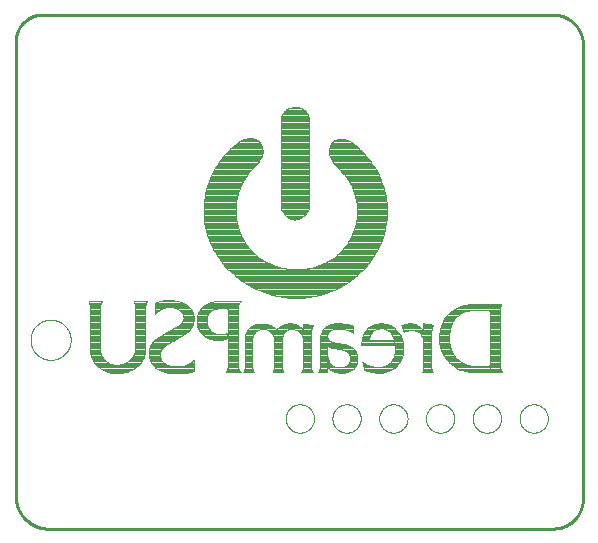
<source format=gbo>
G75*
%MOIN*%
%OFA0B0*%
%FSLAX25Y25*%
%IPPOS*%
%LPD*%
%AMOC8*
5,1,8,0,0,1.08239X$1,22.5*
%
%ADD10C,0.01000*%
%ADD11C,0.00000*%
%ADD12C,0.00394*%
D10*
X0023254Y0014828D02*
X0192545Y0014828D01*
X0192783Y0014831D01*
X0193021Y0014839D01*
X0193258Y0014854D01*
X0193495Y0014874D01*
X0193731Y0014900D01*
X0193967Y0014931D01*
X0194202Y0014968D01*
X0194436Y0015011D01*
X0194669Y0015060D01*
X0194901Y0015114D01*
X0195131Y0015174D01*
X0195360Y0015239D01*
X0195587Y0015310D01*
X0195812Y0015386D01*
X0196035Y0015468D01*
X0196257Y0015555D01*
X0196476Y0015647D01*
X0196693Y0015745D01*
X0196907Y0015847D01*
X0197119Y0015955D01*
X0197329Y0016069D01*
X0197535Y0016187D01*
X0197739Y0016310D01*
X0197939Y0016438D01*
X0198136Y0016570D01*
X0198331Y0016708D01*
X0198521Y0016850D01*
X0198709Y0016997D01*
X0198892Y0017148D01*
X0199072Y0017303D01*
X0199248Y0017463D01*
X0199420Y0017627D01*
X0199589Y0017796D01*
X0199753Y0017968D01*
X0199913Y0018144D01*
X0200068Y0018324D01*
X0200219Y0018507D01*
X0200366Y0018695D01*
X0200508Y0018885D01*
X0200646Y0019080D01*
X0200778Y0019277D01*
X0200906Y0019477D01*
X0201029Y0019681D01*
X0201147Y0019887D01*
X0201261Y0020097D01*
X0201369Y0020309D01*
X0201471Y0020523D01*
X0201569Y0020740D01*
X0201661Y0020959D01*
X0201748Y0021181D01*
X0201830Y0021404D01*
X0201906Y0021629D01*
X0201977Y0021856D01*
X0202042Y0022085D01*
X0202102Y0022315D01*
X0202156Y0022547D01*
X0202205Y0022780D01*
X0202248Y0023014D01*
X0202285Y0023249D01*
X0202316Y0023485D01*
X0202342Y0023721D01*
X0202362Y0023958D01*
X0202377Y0024195D01*
X0202385Y0024433D01*
X0202388Y0024671D01*
X0202387Y0024671D02*
X0202387Y0176246D01*
X0202388Y0176246D02*
X0202385Y0176484D01*
X0202377Y0176722D01*
X0202362Y0176959D01*
X0202342Y0177196D01*
X0202316Y0177432D01*
X0202285Y0177668D01*
X0202248Y0177903D01*
X0202205Y0178137D01*
X0202156Y0178370D01*
X0202102Y0178602D01*
X0202042Y0178832D01*
X0201977Y0179061D01*
X0201906Y0179288D01*
X0201830Y0179513D01*
X0201748Y0179736D01*
X0201661Y0179958D01*
X0201569Y0180177D01*
X0201471Y0180394D01*
X0201369Y0180608D01*
X0201261Y0180820D01*
X0201147Y0181030D01*
X0201029Y0181236D01*
X0200906Y0181440D01*
X0200778Y0181640D01*
X0200646Y0181837D01*
X0200508Y0182032D01*
X0200366Y0182222D01*
X0200219Y0182410D01*
X0200068Y0182593D01*
X0199913Y0182773D01*
X0199753Y0182949D01*
X0199589Y0183121D01*
X0199420Y0183290D01*
X0199248Y0183454D01*
X0199072Y0183614D01*
X0198892Y0183769D01*
X0198709Y0183920D01*
X0198521Y0184067D01*
X0198331Y0184209D01*
X0198136Y0184347D01*
X0197939Y0184479D01*
X0197739Y0184607D01*
X0197535Y0184730D01*
X0197329Y0184848D01*
X0197119Y0184962D01*
X0196907Y0185070D01*
X0196693Y0185172D01*
X0196476Y0185270D01*
X0196257Y0185362D01*
X0196035Y0185449D01*
X0195812Y0185531D01*
X0195587Y0185607D01*
X0195360Y0185678D01*
X0195131Y0185743D01*
X0194901Y0185803D01*
X0194669Y0185857D01*
X0194436Y0185906D01*
X0194202Y0185949D01*
X0193967Y0185986D01*
X0193731Y0186017D01*
X0193495Y0186043D01*
X0193258Y0186063D01*
X0193021Y0186078D01*
X0192783Y0186086D01*
X0192545Y0186089D01*
X0192545Y0186088D02*
X0023254Y0186088D01*
X0013411Y0178214D02*
X0013411Y0026639D01*
X0013412Y0026639D02*
X0013391Y0026373D01*
X0013376Y0026107D01*
X0013369Y0025840D01*
X0013367Y0025573D01*
X0013373Y0025307D01*
X0013384Y0025040D01*
X0013403Y0024774D01*
X0013428Y0024508D01*
X0013459Y0024243D01*
X0013497Y0023979D01*
X0013541Y0023716D01*
X0013592Y0023454D01*
X0013649Y0023194D01*
X0013713Y0022934D01*
X0013783Y0022677D01*
X0013859Y0022421D01*
X0013942Y0022167D01*
X0014030Y0021916D01*
X0014125Y0021666D01*
X0014226Y0021419D01*
X0014333Y0021175D01*
X0014446Y0020933D01*
X0014565Y0020694D01*
X0014689Y0020459D01*
X0014820Y0020226D01*
X0014956Y0019996D01*
X0015098Y0019770D01*
X0015245Y0019548D01*
X0015397Y0019329D01*
X0015555Y0019114D01*
X0015718Y0018903D01*
X0015887Y0018696D01*
X0016060Y0018493D01*
X0016238Y0018294D01*
X0016421Y0018100D01*
X0016609Y0017910D01*
X0016801Y0017726D01*
X0016998Y0017545D01*
X0017199Y0017370D01*
X0017405Y0017200D01*
X0017614Y0017035D01*
X0017828Y0016875D01*
X0018045Y0016720D01*
X0018266Y0016571D01*
X0018491Y0016427D01*
X0018719Y0016289D01*
X0018951Y0016156D01*
X0019186Y0016029D01*
X0019423Y0015908D01*
X0019664Y0015793D01*
X0019907Y0015684D01*
X0020153Y0015581D01*
X0020402Y0015483D01*
X0020653Y0015392D01*
X0020906Y0015307D01*
X0021161Y0015229D01*
X0021417Y0015156D01*
X0021676Y0015090D01*
X0021936Y0015031D01*
X0022197Y0014977D01*
X0022460Y0014930D01*
X0022724Y0014890D01*
X0022988Y0014856D01*
X0023254Y0014829D01*
X0013411Y0178214D02*
X0013437Y0178428D01*
X0013468Y0178641D01*
X0013505Y0178853D01*
X0013547Y0179065D01*
X0013594Y0179275D01*
X0013646Y0179484D01*
X0013703Y0179692D01*
X0013765Y0179898D01*
X0013832Y0180103D01*
X0013903Y0180306D01*
X0013980Y0180507D01*
X0014062Y0180706D01*
X0014148Y0180904D01*
X0014239Y0181099D01*
X0014335Y0181292D01*
X0014436Y0181482D01*
X0014541Y0181670D01*
X0014650Y0181856D01*
X0014764Y0182038D01*
X0014883Y0182218D01*
X0015005Y0182395D01*
X0015132Y0182569D01*
X0015263Y0182740D01*
X0015399Y0182908D01*
X0015538Y0183072D01*
X0015681Y0183233D01*
X0015828Y0183391D01*
X0015979Y0183544D01*
X0016133Y0183695D01*
X0016291Y0183841D01*
X0016453Y0183984D01*
X0016617Y0184122D01*
X0016786Y0184257D01*
X0016957Y0184387D01*
X0017131Y0184513D01*
X0017309Y0184635D01*
X0017489Y0184753D01*
X0017673Y0184866D01*
X0017858Y0184975D01*
X0018047Y0185080D01*
X0018238Y0185179D01*
X0018431Y0185274D01*
X0018627Y0185365D01*
X0018824Y0185450D01*
X0019024Y0185531D01*
X0019225Y0185607D01*
X0019429Y0185678D01*
X0019634Y0185744D01*
X0019840Y0185806D01*
X0020048Y0185862D01*
X0020257Y0185913D01*
X0020468Y0185959D01*
X0020679Y0186000D01*
X0020892Y0186036D01*
X0021105Y0186067D01*
X0021319Y0186092D01*
X0021533Y0186113D01*
X0021748Y0186128D01*
X0021963Y0186138D01*
X0022178Y0186143D01*
X0022394Y0186142D01*
X0022609Y0186137D01*
X0022824Y0186126D01*
X0023039Y0186110D01*
X0023253Y0186088D01*
D11*
X0018293Y0077761D02*
X0018295Y0077925D01*
X0018301Y0078089D01*
X0018311Y0078253D01*
X0018325Y0078417D01*
X0018343Y0078580D01*
X0018365Y0078743D01*
X0018392Y0078905D01*
X0018422Y0079067D01*
X0018456Y0079227D01*
X0018494Y0079387D01*
X0018535Y0079546D01*
X0018581Y0079704D01*
X0018631Y0079860D01*
X0018684Y0080016D01*
X0018741Y0080170D01*
X0018802Y0080322D01*
X0018867Y0080473D01*
X0018936Y0080623D01*
X0019008Y0080770D01*
X0019083Y0080916D01*
X0019163Y0081060D01*
X0019245Y0081202D01*
X0019331Y0081342D01*
X0019421Y0081479D01*
X0019514Y0081615D01*
X0019610Y0081748D01*
X0019710Y0081879D01*
X0019812Y0082007D01*
X0019918Y0082133D01*
X0020027Y0082256D01*
X0020139Y0082376D01*
X0020253Y0082494D01*
X0020371Y0082608D01*
X0020491Y0082720D01*
X0020614Y0082829D01*
X0020740Y0082935D01*
X0020868Y0083037D01*
X0020999Y0083137D01*
X0021132Y0083233D01*
X0021268Y0083326D01*
X0021405Y0083416D01*
X0021545Y0083502D01*
X0021687Y0083584D01*
X0021831Y0083664D01*
X0021977Y0083739D01*
X0022124Y0083811D01*
X0022274Y0083880D01*
X0022425Y0083945D01*
X0022577Y0084006D01*
X0022731Y0084063D01*
X0022887Y0084116D01*
X0023043Y0084166D01*
X0023201Y0084212D01*
X0023360Y0084253D01*
X0023520Y0084291D01*
X0023680Y0084325D01*
X0023842Y0084355D01*
X0024004Y0084382D01*
X0024167Y0084404D01*
X0024330Y0084422D01*
X0024494Y0084436D01*
X0024658Y0084446D01*
X0024822Y0084452D01*
X0024986Y0084454D01*
X0025150Y0084452D01*
X0025314Y0084446D01*
X0025478Y0084436D01*
X0025642Y0084422D01*
X0025805Y0084404D01*
X0025968Y0084382D01*
X0026130Y0084355D01*
X0026292Y0084325D01*
X0026452Y0084291D01*
X0026612Y0084253D01*
X0026771Y0084212D01*
X0026929Y0084166D01*
X0027085Y0084116D01*
X0027241Y0084063D01*
X0027395Y0084006D01*
X0027547Y0083945D01*
X0027698Y0083880D01*
X0027848Y0083811D01*
X0027995Y0083739D01*
X0028141Y0083664D01*
X0028285Y0083584D01*
X0028427Y0083502D01*
X0028567Y0083416D01*
X0028704Y0083326D01*
X0028840Y0083233D01*
X0028973Y0083137D01*
X0029104Y0083037D01*
X0029232Y0082935D01*
X0029358Y0082829D01*
X0029481Y0082720D01*
X0029601Y0082608D01*
X0029719Y0082494D01*
X0029833Y0082376D01*
X0029945Y0082256D01*
X0030054Y0082133D01*
X0030160Y0082007D01*
X0030262Y0081879D01*
X0030362Y0081748D01*
X0030458Y0081615D01*
X0030551Y0081479D01*
X0030641Y0081342D01*
X0030727Y0081202D01*
X0030809Y0081060D01*
X0030889Y0080916D01*
X0030964Y0080770D01*
X0031036Y0080623D01*
X0031105Y0080473D01*
X0031170Y0080322D01*
X0031231Y0080170D01*
X0031288Y0080016D01*
X0031341Y0079860D01*
X0031391Y0079704D01*
X0031437Y0079546D01*
X0031478Y0079387D01*
X0031516Y0079227D01*
X0031550Y0079067D01*
X0031580Y0078905D01*
X0031607Y0078743D01*
X0031629Y0078580D01*
X0031647Y0078417D01*
X0031661Y0078253D01*
X0031671Y0078089D01*
X0031677Y0077925D01*
X0031679Y0077761D01*
X0031677Y0077597D01*
X0031671Y0077433D01*
X0031661Y0077269D01*
X0031647Y0077105D01*
X0031629Y0076942D01*
X0031607Y0076779D01*
X0031580Y0076617D01*
X0031550Y0076455D01*
X0031516Y0076295D01*
X0031478Y0076135D01*
X0031437Y0075976D01*
X0031391Y0075818D01*
X0031341Y0075662D01*
X0031288Y0075506D01*
X0031231Y0075352D01*
X0031170Y0075200D01*
X0031105Y0075049D01*
X0031036Y0074899D01*
X0030964Y0074752D01*
X0030889Y0074606D01*
X0030809Y0074462D01*
X0030727Y0074320D01*
X0030641Y0074180D01*
X0030551Y0074043D01*
X0030458Y0073907D01*
X0030362Y0073774D01*
X0030262Y0073643D01*
X0030160Y0073515D01*
X0030054Y0073389D01*
X0029945Y0073266D01*
X0029833Y0073146D01*
X0029719Y0073028D01*
X0029601Y0072914D01*
X0029481Y0072802D01*
X0029358Y0072693D01*
X0029232Y0072587D01*
X0029104Y0072485D01*
X0028973Y0072385D01*
X0028840Y0072289D01*
X0028704Y0072196D01*
X0028567Y0072106D01*
X0028427Y0072020D01*
X0028285Y0071938D01*
X0028141Y0071858D01*
X0027995Y0071783D01*
X0027848Y0071711D01*
X0027698Y0071642D01*
X0027547Y0071577D01*
X0027395Y0071516D01*
X0027241Y0071459D01*
X0027085Y0071406D01*
X0026929Y0071356D01*
X0026771Y0071310D01*
X0026612Y0071269D01*
X0026452Y0071231D01*
X0026292Y0071197D01*
X0026130Y0071167D01*
X0025968Y0071140D01*
X0025805Y0071118D01*
X0025642Y0071100D01*
X0025478Y0071086D01*
X0025314Y0071076D01*
X0025150Y0071070D01*
X0024986Y0071068D01*
X0024822Y0071070D01*
X0024658Y0071076D01*
X0024494Y0071086D01*
X0024330Y0071100D01*
X0024167Y0071118D01*
X0024004Y0071140D01*
X0023842Y0071167D01*
X0023680Y0071197D01*
X0023520Y0071231D01*
X0023360Y0071269D01*
X0023201Y0071310D01*
X0023043Y0071356D01*
X0022887Y0071406D01*
X0022731Y0071459D01*
X0022577Y0071516D01*
X0022425Y0071577D01*
X0022274Y0071642D01*
X0022124Y0071711D01*
X0021977Y0071783D01*
X0021831Y0071858D01*
X0021687Y0071938D01*
X0021545Y0072020D01*
X0021405Y0072106D01*
X0021268Y0072196D01*
X0021132Y0072289D01*
X0020999Y0072385D01*
X0020868Y0072485D01*
X0020740Y0072587D01*
X0020614Y0072693D01*
X0020491Y0072802D01*
X0020371Y0072914D01*
X0020253Y0073028D01*
X0020139Y0073146D01*
X0020027Y0073266D01*
X0019918Y0073389D01*
X0019812Y0073515D01*
X0019710Y0073643D01*
X0019610Y0073774D01*
X0019514Y0073907D01*
X0019421Y0074043D01*
X0019331Y0074180D01*
X0019245Y0074320D01*
X0019163Y0074462D01*
X0019083Y0074606D01*
X0019008Y0074752D01*
X0018936Y0074899D01*
X0018867Y0075049D01*
X0018802Y0075200D01*
X0018741Y0075352D01*
X0018684Y0075506D01*
X0018631Y0075662D01*
X0018581Y0075818D01*
X0018535Y0075976D01*
X0018494Y0076135D01*
X0018456Y0076295D01*
X0018422Y0076455D01*
X0018392Y0076617D01*
X0018365Y0076779D01*
X0018343Y0076942D01*
X0018325Y0077105D01*
X0018311Y0077269D01*
X0018301Y0077433D01*
X0018295Y0077597D01*
X0018293Y0077761D01*
X0103333Y0051521D02*
X0103335Y0051658D01*
X0103341Y0051796D01*
X0103351Y0051933D01*
X0103365Y0052069D01*
X0103383Y0052206D01*
X0103405Y0052341D01*
X0103431Y0052476D01*
X0103460Y0052610D01*
X0103494Y0052744D01*
X0103531Y0052876D01*
X0103573Y0053007D01*
X0103618Y0053137D01*
X0103667Y0053265D01*
X0103719Y0053392D01*
X0103776Y0053517D01*
X0103835Y0053641D01*
X0103899Y0053763D01*
X0103966Y0053883D01*
X0104036Y0054001D01*
X0104110Y0054117D01*
X0104187Y0054231D01*
X0104268Y0054342D01*
X0104351Y0054451D01*
X0104438Y0054558D01*
X0104528Y0054661D01*
X0104621Y0054763D01*
X0104717Y0054861D01*
X0104815Y0054957D01*
X0104917Y0055050D01*
X0105020Y0055140D01*
X0105127Y0055227D01*
X0105236Y0055310D01*
X0105347Y0055391D01*
X0105461Y0055468D01*
X0105577Y0055542D01*
X0105695Y0055612D01*
X0105815Y0055679D01*
X0105937Y0055743D01*
X0106061Y0055802D01*
X0106186Y0055859D01*
X0106313Y0055911D01*
X0106441Y0055960D01*
X0106571Y0056005D01*
X0106702Y0056047D01*
X0106834Y0056084D01*
X0106968Y0056118D01*
X0107102Y0056147D01*
X0107237Y0056173D01*
X0107372Y0056195D01*
X0107509Y0056213D01*
X0107645Y0056227D01*
X0107782Y0056237D01*
X0107920Y0056243D01*
X0108057Y0056245D01*
X0108194Y0056243D01*
X0108332Y0056237D01*
X0108469Y0056227D01*
X0108605Y0056213D01*
X0108742Y0056195D01*
X0108877Y0056173D01*
X0109012Y0056147D01*
X0109146Y0056118D01*
X0109280Y0056084D01*
X0109412Y0056047D01*
X0109543Y0056005D01*
X0109673Y0055960D01*
X0109801Y0055911D01*
X0109928Y0055859D01*
X0110053Y0055802D01*
X0110177Y0055743D01*
X0110299Y0055679D01*
X0110419Y0055612D01*
X0110537Y0055542D01*
X0110653Y0055468D01*
X0110767Y0055391D01*
X0110878Y0055310D01*
X0110987Y0055227D01*
X0111094Y0055140D01*
X0111197Y0055050D01*
X0111299Y0054957D01*
X0111397Y0054861D01*
X0111493Y0054763D01*
X0111586Y0054661D01*
X0111676Y0054558D01*
X0111763Y0054451D01*
X0111846Y0054342D01*
X0111927Y0054231D01*
X0112004Y0054117D01*
X0112078Y0054001D01*
X0112148Y0053883D01*
X0112215Y0053763D01*
X0112279Y0053641D01*
X0112338Y0053517D01*
X0112395Y0053392D01*
X0112447Y0053265D01*
X0112496Y0053137D01*
X0112541Y0053007D01*
X0112583Y0052876D01*
X0112620Y0052744D01*
X0112654Y0052610D01*
X0112683Y0052476D01*
X0112709Y0052341D01*
X0112731Y0052206D01*
X0112749Y0052069D01*
X0112763Y0051933D01*
X0112773Y0051796D01*
X0112779Y0051658D01*
X0112781Y0051521D01*
X0112779Y0051384D01*
X0112773Y0051246D01*
X0112763Y0051109D01*
X0112749Y0050973D01*
X0112731Y0050836D01*
X0112709Y0050701D01*
X0112683Y0050566D01*
X0112654Y0050432D01*
X0112620Y0050298D01*
X0112583Y0050166D01*
X0112541Y0050035D01*
X0112496Y0049905D01*
X0112447Y0049777D01*
X0112395Y0049650D01*
X0112338Y0049525D01*
X0112279Y0049401D01*
X0112215Y0049279D01*
X0112148Y0049159D01*
X0112078Y0049041D01*
X0112004Y0048925D01*
X0111927Y0048811D01*
X0111846Y0048700D01*
X0111763Y0048591D01*
X0111676Y0048484D01*
X0111586Y0048381D01*
X0111493Y0048279D01*
X0111397Y0048181D01*
X0111299Y0048085D01*
X0111197Y0047992D01*
X0111094Y0047902D01*
X0110987Y0047815D01*
X0110878Y0047732D01*
X0110767Y0047651D01*
X0110653Y0047574D01*
X0110537Y0047500D01*
X0110419Y0047430D01*
X0110299Y0047363D01*
X0110177Y0047299D01*
X0110053Y0047240D01*
X0109928Y0047183D01*
X0109801Y0047131D01*
X0109673Y0047082D01*
X0109543Y0047037D01*
X0109412Y0046995D01*
X0109280Y0046958D01*
X0109146Y0046924D01*
X0109012Y0046895D01*
X0108877Y0046869D01*
X0108742Y0046847D01*
X0108605Y0046829D01*
X0108469Y0046815D01*
X0108332Y0046805D01*
X0108194Y0046799D01*
X0108057Y0046797D01*
X0107920Y0046799D01*
X0107782Y0046805D01*
X0107645Y0046815D01*
X0107509Y0046829D01*
X0107372Y0046847D01*
X0107237Y0046869D01*
X0107102Y0046895D01*
X0106968Y0046924D01*
X0106834Y0046958D01*
X0106702Y0046995D01*
X0106571Y0047037D01*
X0106441Y0047082D01*
X0106313Y0047131D01*
X0106186Y0047183D01*
X0106061Y0047240D01*
X0105937Y0047299D01*
X0105815Y0047363D01*
X0105695Y0047430D01*
X0105577Y0047500D01*
X0105461Y0047574D01*
X0105347Y0047651D01*
X0105236Y0047732D01*
X0105127Y0047815D01*
X0105020Y0047902D01*
X0104917Y0047992D01*
X0104815Y0048085D01*
X0104717Y0048181D01*
X0104621Y0048279D01*
X0104528Y0048381D01*
X0104438Y0048484D01*
X0104351Y0048591D01*
X0104268Y0048700D01*
X0104187Y0048811D01*
X0104110Y0048925D01*
X0104036Y0049041D01*
X0103966Y0049159D01*
X0103899Y0049279D01*
X0103835Y0049401D01*
X0103776Y0049525D01*
X0103719Y0049650D01*
X0103667Y0049777D01*
X0103618Y0049905D01*
X0103573Y0050035D01*
X0103531Y0050166D01*
X0103494Y0050298D01*
X0103460Y0050432D01*
X0103431Y0050566D01*
X0103405Y0050701D01*
X0103383Y0050836D01*
X0103365Y0050973D01*
X0103351Y0051109D01*
X0103341Y0051246D01*
X0103335Y0051384D01*
X0103333Y0051521D01*
X0118923Y0051521D02*
X0118925Y0051658D01*
X0118931Y0051796D01*
X0118941Y0051933D01*
X0118955Y0052069D01*
X0118973Y0052206D01*
X0118995Y0052341D01*
X0119021Y0052476D01*
X0119050Y0052610D01*
X0119084Y0052744D01*
X0119121Y0052876D01*
X0119163Y0053007D01*
X0119208Y0053137D01*
X0119257Y0053265D01*
X0119309Y0053392D01*
X0119366Y0053517D01*
X0119425Y0053641D01*
X0119489Y0053763D01*
X0119556Y0053883D01*
X0119626Y0054001D01*
X0119700Y0054117D01*
X0119777Y0054231D01*
X0119858Y0054342D01*
X0119941Y0054451D01*
X0120028Y0054558D01*
X0120118Y0054661D01*
X0120211Y0054763D01*
X0120307Y0054861D01*
X0120405Y0054957D01*
X0120507Y0055050D01*
X0120610Y0055140D01*
X0120717Y0055227D01*
X0120826Y0055310D01*
X0120937Y0055391D01*
X0121051Y0055468D01*
X0121167Y0055542D01*
X0121285Y0055612D01*
X0121405Y0055679D01*
X0121527Y0055743D01*
X0121651Y0055802D01*
X0121776Y0055859D01*
X0121903Y0055911D01*
X0122031Y0055960D01*
X0122161Y0056005D01*
X0122292Y0056047D01*
X0122424Y0056084D01*
X0122558Y0056118D01*
X0122692Y0056147D01*
X0122827Y0056173D01*
X0122962Y0056195D01*
X0123099Y0056213D01*
X0123235Y0056227D01*
X0123372Y0056237D01*
X0123510Y0056243D01*
X0123647Y0056245D01*
X0123784Y0056243D01*
X0123922Y0056237D01*
X0124059Y0056227D01*
X0124195Y0056213D01*
X0124332Y0056195D01*
X0124467Y0056173D01*
X0124602Y0056147D01*
X0124736Y0056118D01*
X0124870Y0056084D01*
X0125002Y0056047D01*
X0125133Y0056005D01*
X0125263Y0055960D01*
X0125391Y0055911D01*
X0125518Y0055859D01*
X0125643Y0055802D01*
X0125767Y0055743D01*
X0125889Y0055679D01*
X0126009Y0055612D01*
X0126127Y0055542D01*
X0126243Y0055468D01*
X0126357Y0055391D01*
X0126468Y0055310D01*
X0126577Y0055227D01*
X0126684Y0055140D01*
X0126787Y0055050D01*
X0126889Y0054957D01*
X0126987Y0054861D01*
X0127083Y0054763D01*
X0127176Y0054661D01*
X0127266Y0054558D01*
X0127353Y0054451D01*
X0127436Y0054342D01*
X0127517Y0054231D01*
X0127594Y0054117D01*
X0127668Y0054001D01*
X0127738Y0053883D01*
X0127805Y0053763D01*
X0127869Y0053641D01*
X0127928Y0053517D01*
X0127985Y0053392D01*
X0128037Y0053265D01*
X0128086Y0053137D01*
X0128131Y0053007D01*
X0128173Y0052876D01*
X0128210Y0052744D01*
X0128244Y0052610D01*
X0128273Y0052476D01*
X0128299Y0052341D01*
X0128321Y0052206D01*
X0128339Y0052069D01*
X0128353Y0051933D01*
X0128363Y0051796D01*
X0128369Y0051658D01*
X0128371Y0051521D01*
X0128369Y0051384D01*
X0128363Y0051246D01*
X0128353Y0051109D01*
X0128339Y0050973D01*
X0128321Y0050836D01*
X0128299Y0050701D01*
X0128273Y0050566D01*
X0128244Y0050432D01*
X0128210Y0050298D01*
X0128173Y0050166D01*
X0128131Y0050035D01*
X0128086Y0049905D01*
X0128037Y0049777D01*
X0127985Y0049650D01*
X0127928Y0049525D01*
X0127869Y0049401D01*
X0127805Y0049279D01*
X0127738Y0049159D01*
X0127668Y0049041D01*
X0127594Y0048925D01*
X0127517Y0048811D01*
X0127436Y0048700D01*
X0127353Y0048591D01*
X0127266Y0048484D01*
X0127176Y0048381D01*
X0127083Y0048279D01*
X0126987Y0048181D01*
X0126889Y0048085D01*
X0126787Y0047992D01*
X0126684Y0047902D01*
X0126577Y0047815D01*
X0126468Y0047732D01*
X0126357Y0047651D01*
X0126243Y0047574D01*
X0126127Y0047500D01*
X0126009Y0047430D01*
X0125889Y0047363D01*
X0125767Y0047299D01*
X0125643Y0047240D01*
X0125518Y0047183D01*
X0125391Y0047131D01*
X0125263Y0047082D01*
X0125133Y0047037D01*
X0125002Y0046995D01*
X0124870Y0046958D01*
X0124736Y0046924D01*
X0124602Y0046895D01*
X0124467Y0046869D01*
X0124332Y0046847D01*
X0124195Y0046829D01*
X0124059Y0046815D01*
X0123922Y0046805D01*
X0123784Y0046799D01*
X0123647Y0046797D01*
X0123510Y0046799D01*
X0123372Y0046805D01*
X0123235Y0046815D01*
X0123099Y0046829D01*
X0122962Y0046847D01*
X0122827Y0046869D01*
X0122692Y0046895D01*
X0122558Y0046924D01*
X0122424Y0046958D01*
X0122292Y0046995D01*
X0122161Y0047037D01*
X0122031Y0047082D01*
X0121903Y0047131D01*
X0121776Y0047183D01*
X0121651Y0047240D01*
X0121527Y0047299D01*
X0121405Y0047363D01*
X0121285Y0047430D01*
X0121167Y0047500D01*
X0121051Y0047574D01*
X0120937Y0047651D01*
X0120826Y0047732D01*
X0120717Y0047815D01*
X0120610Y0047902D01*
X0120507Y0047992D01*
X0120405Y0048085D01*
X0120307Y0048181D01*
X0120211Y0048279D01*
X0120118Y0048381D01*
X0120028Y0048484D01*
X0119941Y0048591D01*
X0119858Y0048700D01*
X0119777Y0048811D01*
X0119700Y0048925D01*
X0119626Y0049041D01*
X0119556Y0049159D01*
X0119489Y0049279D01*
X0119425Y0049401D01*
X0119366Y0049525D01*
X0119309Y0049650D01*
X0119257Y0049777D01*
X0119208Y0049905D01*
X0119163Y0050035D01*
X0119121Y0050166D01*
X0119084Y0050298D01*
X0119050Y0050432D01*
X0119021Y0050566D01*
X0118995Y0050701D01*
X0118973Y0050836D01*
X0118955Y0050973D01*
X0118941Y0051109D01*
X0118931Y0051246D01*
X0118925Y0051384D01*
X0118923Y0051521D01*
X0134514Y0051521D02*
X0134516Y0051658D01*
X0134522Y0051796D01*
X0134532Y0051933D01*
X0134546Y0052069D01*
X0134564Y0052206D01*
X0134586Y0052341D01*
X0134612Y0052476D01*
X0134641Y0052610D01*
X0134675Y0052744D01*
X0134712Y0052876D01*
X0134754Y0053007D01*
X0134799Y0053137D01*
X0134848Y0053265D01*
X0134900Y0053392D01*
X0134957Y0053517D01*
X0135016Y0053641D01*
X0135080Y0053763D01*
X0135147Y0053883D01*
X0135217Y0054001D01*
X0135291Y0054117D01*
X0135368Y0054231D01*
X0135449Y0054342D01*
X0135532Y0054451D01*
X0135619Y0054558D01*
X0135709Y0054661D01*
X0135802Y0054763D01*
X0135898Y0054861D01*
X0135996Y0054957D01*
X0136098Y0055050D01*
X0136201Y0055140D01*
X0136308Y0055227D01*
X0136417Y0055310D01*
X0136528Y0055391D01*
X0136642Y0055468D01*
X0136758Y0055542D01*
X0136876Y0055612D01*
X0136996Y0055679D01*
X0137118Y0055743D01*
X0137242Y0055802D01*
X0137367Y0055859D01*
X0137494Y0055911D01*
X0137622Y0055960D01*
X0137752Y0056005D01*
X0137883Y0056047D01*
X0138015Y0056084D01*
X0138149Y0056118D01*
X0138283Y0056147D01*
X0138418Y0056173D01*
X0138553Y0056195D01*
X0138690Y0056213D01*
X0138826Y0056227D01*
X0138963Y0056237D01*
X0139101Y0056243D01*
X0139238Y0056245D01*
X0139375Y0056243D01*
X0139513Y0056237D01*
X0139650Y0056227D01*
X0139786Y0056213D01*
X0139923Y0056195D01*
X0140058Y0056173D01*
X0140193Y0056147D01*
X0140327Y0056118D01*
X0140461Y0056084D01*
X0140593Y0056047D01*
X0140724Y0056005D01*
X0140854Y0055960D01*
X0140982Y0055911D01*
X0141109Y0055859D01*
X0141234Y0055802D01*
X0141358Y0055743D01*
X0141480Y0055679D01*
X0141600Y0055612D01*
X0141718Y0055542D01*
X0141834Y0055468D01*
X0141948Y0055391D01*
X0142059Y0055310D01*
X0142168Y0055227D01*
X0142275Y0055140D01*
X0142378Y0055050D01*
X0142480Y0054957D01*
X0142578Y0054861D01*
X0142674Y0054763D01*
X0142767Y0054661D01*
X0142857Y0054558D01*
X0142944Y0054451D01*
X0143027Y0054342D01*
X0143108Y0054231D01*
X0143185Y0054117D01*
X0143259Y0054001D01*
X0143329Y0053883D01*
X0143396Y0053763D01*
X0143460Y0053641D01*
X0143519Y0053517D01*
X0143576Y0053392D01*
X0143628Y0053265D01*
X0143677Y0053137D01*
X0143722Y0053007D01*
X0143764Y0052876D01*
X0143801Y0052744D01*
X0143835Y0052610D01*
X0143864Y0052476D01*
X0143890Y0052341D01*
X0143912Y0052206D01*
X0143930Y0052069D01*
X0143944Y0051933D01*
X0143954Y0051796D01*
X0143960Y0051658D01*
X0143962Y0051521D01*
X0143960Y0051384D01*
X0143954Y0051246D01*
X0143944Y0051109D01*
X0143930Y0050973D01*
X0143912Y0050836D01*
X0143890Y0050701D01*
X0143864Y0050566D01*
X0143835Y0050432D01*
X0143801Y0050298D01*
X0143764Y0050166D01*
X0143722Y0050035D01*
X0143677Y0049905D01*
X0143628Y0049777D01*
X0143576Y0049650D01*
X0143519Y0049525D01*
X0143460Y0049401D01*
X0143396Y0049279D01*
X0143329Y0049159D01*
X0143259Y0049041D01*
X0143185Y0048925D01*
X0143108Y0048811D01*
X0143027Y0048700D01*
X0142944Y0048591D01*
X0142857Y0048484D01*
X0142767Y0048381D01*
X0142674Y0048279D01*
X0142578Y0048181D01*
X0142480Y0048085D01*
X0142378Y0047992D01*
X0142275Y0047902D01*
X0142168Y0047815D01*
X0142059Y0047732D01*
X0141948Y0047651D01*
X0141834Y0047574D01*
X0141718Y0047500D01*
X0141600Y0047430D01*
X0141480Y0047363D01*
X0141358Y0047299D01*
X0141234Y0047240D01*
X0141109Y0047183D01*
X0140982Y0047131D01*
X0140854Y0047082D01*
X0140724Y0047037D01*
X0140593Y0046995D01*
X0140461Y0046958D01*
X0140327Y0046924D01*
X0140193Y0046895D01*
X0140058Y0046869D01*
X0139923Y0046847D01*
X0139786Y0046829D01*
X0139650Y0046815D01*
X0139513Y0046805D01*
X0139375Y0046799D01*
X0139238Y0046797D01*
X0139101Y0046799D01*
X0138963Y0046805D01*
X0138826Y0046815D01*
X0138690Y0046829D01*
X0138553Y0046847D01*
X0138418Y0046869D01*
X0138283Y0046895D01*
X0138149Y0046924D01*
X0138015Y0046958D01*
X0137883Y0046995D01*
X0137752Y0047037D01*
X0137622Y0047082D01*
X0137494Y0047131D01*
X0137367Y0047183D01*
X0137242Y0047240D01*
X0137118Y0047299D01*
X0136996Y0047363D01*
X0136876Y0047430D01*
X0136758Y0047500D01*
X0136642Y0047574D01*
X0136528Y0047651D01*
X0136417Y0047732D01*
X0136308Y0047815D01*
X0136201Y0047902D01*
X0136098Y0047992D01*
X0135996Y0048085D01*
X0135898Y0048181D01*
X0135802Y0048279D01*
X0135709Y0048381D01*
X0135619Y0048484D01*
X0135532Y0048591D01*
X0135449Y0048700D01*
X0135368Y0048811D01*
X0135291Y0048925D01*
X0135217Y0049041D01*
X0135147Y0049159D01*
X0135080Y0049279D01*
X0135016Y0049401D01*
X0134957Y0049525D01*
X0134900Y0049650D01*
X0134848Y0049777D01*
X0134799Y0049905D01*
X0134754Y0050035D01*
X0134712Y0050166D01*
X0134675Y0050298D01*
X0134641Y0050432D01*
X0134612Y0050566D01*
X0134586Y0050701D01*
X0134564Y0050836D01*
X0134546Y0050973D01*
X0134532Y0051109D01*
X0134522Y0051246D01*
X0134516Y0051384D01*
X0134514Y0051521D01*
X0150104Y0051521D02*
X0150106Y0051658D01*
X0150112Y0051796D01*
X0150122Y0051933D01*
X0150136Y0052069D01*
X0150154Y0052206D01*
X0150176Y0052341D01*
X0150202Y0052476D01*
X0150231Y0052610D01*
X0150265Y0052744D01*
X0150302Y0052876D01*
X0150344Y0053007D01*
X0150389Y0053137D01*
X0150438Y0053265D01*
X0150490Y0053392D01*
X0150547Y0053517D01*
X0150606Y0053641D01*
X0150670Y0053763D01*
X0150737Y0053883D01*
X0150807Y0054001D01*
X0150881Y0054117D01*
X0150958Y0054231D01*
X0151039Y0054342D01*
X0151122Y0054451D01*
X0151209Y0054558D01*
X0151299Y0054661D01*
X0151392Y0054763D01*
X0151488Y0054861D01*
X0151586Y0054957D01*
X0151688Y0055050D01*
X0151791Y0055140D01*
X0151898Y0055227D01*
X0152007Y0055310D01*
X0152118Y0055391D01*
X0152232Y0055468D01*
X0152348Y0055542D01*
X0152466Y0055612D01*
X0152586Y0055679D01*
X0152708Y0055743D01*
X0152832Y0055802D01*
X0152957Y0055859D01*
X0153084Y0055911D01*
X0153212Y0055960D01*
X0153342Y0056005D01*
X0153473Y0056047D01*
X0153605Y0056084D01*
X0153739Y0056118D01*
X0153873Y0056147D01*
X0154008Y0056173D01*
X0154143Y0056195D01*
X0154280Y0056213D01*
X0154416Y0056227D01*
X0154553Y0056237D01*
X0154691Y0056243D01*
X0154828Y0056245D01*
X0154965Y0056243D01*
X0155103Y0056237D01*
X0155240Y0056227D01*
X0155376Y0056213D01*
X0155513Y0056195D01*
X0155648Y0056173D01*
X0155783Y0056147D01*
X0155917Y0056118D01*
X0156051Y0056084D01*
X0156183Y0056047D01*
X0156314Y0056005D01*
X0156444Y0055960D01*
X0156572Y0055911D01*
X0156699Y0055859D01*
X0156824Y0055802D01*
X0156948Y0055743D01*
X0157070Y0055679D01*
X0157190Y0055612D01*
X0157308Y0055542D01*
X0157424Y0055468D01*
X0157538Y0055391D01*
X0157649Y0055310D01*
X0157758Y0055227D01*
X0157865Y0055140D01*
X0157968Y0055050D01*
X0158070Y0054957D01*
X0158168Y0054861D01*
X0158264Y0054763D01*
X0158357Y0054661D01*
X0158447Y0054558D01*
X0158534Y0054451D01*
X0158617Y0054342D01*
X0158698Y0054231D01*
X0158775Y0054117D01*
X0158849Y0054001D01*
X0158919Y0053883D01*
X0158986Y0053763D01*
X0159050Y0053641D01*
X0159109Y0053517D01*
X0159166Y0053392D01*
X0159218Y0053265D01*
X0159267Y0053137D01*
X0159312Y0053007D01*
X0159354Y0052876D01*
X0159391Y0052744D01*
X0159425Y0052610D01*
X0159454Y0052476D01*
X0159480Y0052341D01*
X0159502Y0052206D01*
X0159520Y0052069D01*
X0159534Y0051933D01*
X0159544Y0051796D01*
X0159550Y0051658D01*
X0159552Y0051521D01*
X0159550Y0051384D01*
X0159544Y0051246D01*
X0159534Y0051109D01*
X0159520Y0050973D01*
X0159502Y0050836D01*
X0159480Y0050701D01*
X0159454Y0050566D01*
X0159425Y0050432D01*
X0159391Y0050298D01*
X0159354Y0050166D01*
X0159312Y0050035D01*
X0159267Y0049905D01*
X0159218Y0049777D01*
X0159166Y0049650D01*
X0159109Y0049525D01*
X0159050Y0049401D01*
X0158986Y0049279D01*
X0158919Y0049159D01*
X0158849Y0049041D01*
X0158775Y0048925D01*
X0158698Y0048811D01*
X0158617Y0048700D01*
X0158534Y0048591D01*
X0158447Y0048484D01*
X0158357Y0048381D01*
X0158264Y0048279D01*
X0158168Y0048181D01*
X0158070Y0048085D01*
X0157968Y0047992D01*
X0157865Y0047902D01*
X0157758Y0047815D01*
X0157649Y0047732D01*
X0157538Y0047651D01*
X0157424Y0047574D01*
X0157308Y0047500D01*
X0157190Y0047430D01*
X0157070Y0047363D01*
X0156948Y0047299D01*
X0156824Y0047240D01*
X0156699Y0047183D01*
X0156572Y0047131D01*
X0156444Y0047082D01*
X0156314Y0047037D01*
X0156183Y0046995D01*
X0156051Y0046958D01*
X0155917Y0046924D01*
X0155783Y0046895D01*
X0155648Y0046869D01*
X0155513Y0046847D01*
X0155376Y0046829D01*
X0155240Y0046815D01*
X0155103Y0046805D01*
X0154965Y0046799D01*
X0154828Y0046797D01*
X0154691Y0046799D01*
X0154553Y0046805D01*
X0154416Y0046815D01*
X0154280Y0046829D01*
X0154143Y0046847D01*
X0154008Y0046869D01*
X0153873Y0046895D01*
X0153739Y0046924D01*
X0153605Y0046958D01*
X0153473Y0046995D01*
X0153342Y0047037D01*
X0153212Y0047082D01*
X0153084Y0047131D01*
X0152957Y0047183D01*
X0152832Y0047240D01*
X0152708Y0047299D01*
X0152586Y0047363D01*
X0152466Y0047430D01*
X0152348Y0047500D01*
X0152232Y0047574D01*
X0152118Y0047651D01*
X0152007Y0047732D01*
X0151898Y0047815D01*
X0151791Y0047902D01*
X0151688Y0047992D01*
X0151586Y0048085D01*
X0151488Y0048181D01*
X0151392Y0048279D01*
X0151299Y0048381D01*
X0151209Y0048484D01*
X0151122Y0048591D01*
X0151039Y0048700D01*
X0150958Y0048811D01*
X0150881Y0048925D01*
X0150807Y0049041D01*
X0150737Y0049159D01*
X0150670Y0049279D01*
X0150606Y0049401D01*
X0150547Y0049525D01*
X0150490Y0049650D01*
X0150438Y0049777D01*
X0150389Y0049905D01*
X0150344Y0050035D01*
X0150302Y0050166D01*
X0150265Y0050298D01*
X0150231Y0050432D01*
X0150202Y0050566D01*
X0150176Y0050701D01*
X0150154Y0050836D01*
X0150136Y0050973D01*
X0150122Y0051109D01*
X0150112Y0051246D01*
X0150106Y0051384D01*
X0150104Y0051521D01*
X0165695Y0051521D02*
X0165697Y0051658D01*
X0165703Y0051796D01*
X0165713Y0051933D01*
X0165727Y0052069D01*
X0165745Y0052206D01*
X0165767Y0052341D01*
X0165793Y0052476D01*
X0165822Y0052610D01*
X0165856Y0052744D01*
X0165893Y0052876D01*
X0165935Y0053007D01*
X0165980Y0053137D01*
X0166029Y0053265D01*
X0166081Y0053392D01*
X0166138Y0053517D01*
X0166197Y0053641D01*
X0166261Y0053763D01*
X0166328Y0053883D01*
X0166398Y0054001D01*
X0166472Y0054117D01*
X0166549Y0054231D01*
X0166630Y0054342D01*
X0166713Y0054451D01*
X0166800Y0054558D01*
X0166890Y0054661D01*
X0166983Y0054763D01*
X0167079Y0054861D01*
X0167177Y0054957D01*
X0167279Y0055050D01*
X0167382Y0055140D01*
X0167489Y0055227D01*
X0167598Y0055310D01*
X0167709Y0055391D01*
X0167823Y0055468D01*
X0167939Y0055542D01*
X0168057Y0055612D01*
X0168177Y0055679D01*
X0168299Y0055743D01*
X0168423Y0055802D01*
X0168548Y0055859D01*
X0168675Y0055911D01*
X0168803Y0055960D01*
X0168933Y0056005D01*
X0169064Y0056047D01*
X0169196Y0056084D01*
X0169330Y0056118D01*
X0169464Y0056147D01*
X0169599Y0056173D01*
X0169734Y0056195D01*
X0169871Y0056213D01*
X0170007Y0056227D01*
X0170144Y0056237D01*
X0170282Y0056243D01*
X0170419Y0056245D01*
X0170556Y0056243D01*
X0170694Y0056237D01*
X0170831Y0056227D01*
X0170967Y0056213D01*
X0171104Y0056195D01*
X0171239Y0056173D01*
X0171374Y0056147D01*
X0171508Y0056118D01*
X0171642Y0056084D01*
X0171774Y0056047D01*
X0171905Y0056005D01*
X0172035Y0055960D01*
X0172163Y0055911D01*
X0172290Y0055859D01*
X0172415Y0055802D01*
X0172539Y0055743D01*
X0172661Y0055679D01*
X0172781Y0055612D01*
X0172899Y0055542D01*
X0173015Y0055468D01*
X0173129Y0055391D01*
X0173240Y0055310D01*
X0173349Y0055227D01*
X0173456Y0055140D01*
X0173559Y0055050D01*
X0173661Y0054957D01*
X0173759Y0054861D01*
X0173855Y0054763D01*
X0173948Y0054661D01*
X0174038Y0054558D01*
X0174125Y0054451D01*
X0174208Y0054342D01*
X0174289Y0054231D01*
X0174366Y0054117D01*
X0174440Y0054001D01*
X0174510Y0053883D01*
X0174577Y0053763D01*
X0174641Y0053641D01*
X0174700Y0053517D01*
X0174757Y0053392D01*
X0174809Y0053265D01*
X0174858Y0053137D01*
X0174903Y0053007D01*
X0174945Y0052876D01*
X0174982Y0052744D01*
X0175016Y0052610D01*
X0175045Y0052476D01*
X0175071Y0052341D01*
X0175093Y0052206D01*
X0175111Y0052069D01*
X0175125Y0051933D01*
X0175135Y0051796D01*
X0175141Y0051658D01*
X0175143Y0051521D01*
X0175141Y0051384D01*
X0175135Y0051246D01*
X0175125Y0051109D01*
X0175111Y0050973D01*
X0175093Y0050836D01*
X0175071Y0050701D01*
X0175045Y0050566D01*
X0175016Y0050432D01*
X0174982Y0050298D01*
X0174945Y0050166D01*
X0174903Y0050035D01*
X0174858Y0049905D01*
X0174809Y0049777D01*
X0174757Y0049650D01*
X0174700Y0049525D01*
X0174641Y0049401D01*
X0174577Y0049279D01*
X0174510Y0049159D01*
X0174440Y0049041D01*
X0174366Y0048925D01*
X0174289Y0048811D01*
X0174208Y0048700D01*
X0174125Y0048591D01*
X0174038Y0048484D01*
X0173948Y0048381D01*
X0173855Y0048279D01*
X0173759Y0048181D01*
X0173661Y0048085D01*
X0173559Y0047992D01*
X0173456Y0047902D01*
X0173349Y0047815D01*
X0173240Y0047732D01*
X0173129Y0047651D01*
X0173015Y0047574D01*
X0172899Y0047500D01*
X0172781Y0047430D01*
X0172661Y0047363D01*
X0172539Y0047299D01*
X0172415Y0047240D01*
X0172290Y0047183D01*
X0172163Y0047131D01*
X0172035Y0047082D01*
X0171905Y0047037D01*
X0171774Y0046995D01*
X0171642Y0046958D01*
X0171508Y0046924D01*
X0171374Y0046895D01*
X0171239Y0046869D01*
X0171104Y0046847D01*
X0170967Y0046829D01*
X0170831Y0046815D01*
X0170694Y0046805D01*
X0170556Y0046799D01*
X0170419Y0046797D01*
X0170282Y0046799D01*
X0170144Y0046805D01*
X0170007Y0046815D01*
X0169871Y0046829D01*
X0169734Y0046847D01*
X0169599Y0046869D01*
X0169464Y0046895D01*
X0169330Y0046924D01*
X0169196Y0046958D01*
X0169064Y0046995D01*
X0168933Y0047037D01*
X0168803Y0047082D01*
X0168675Y0047131D01*
X0168548Y0047183D01*
X0168423Y0047240D01*
X0168299Y0047299D01*
X0168177Y0047363D01*
X0168057Y0047430D01*
X0167939Y0047500D01*
X0167823Y0047574D01*
X0167709Y0047651D01*
X0167598Y0047732D01*
X0167489Y0047815D01*
X0167382Y0047902D01*
X0167279Y0047992D01*
X0167177Y0048085D01*
X0167079Y0048181D01*
X0166983Y0048279D01*
X0166890Y0048381D01*
X0166800Y0048484D01*
X0166713Y0048591D01*
X0166630Y0048700D01*
X0166549Y0048811D01*
X0166472Y0048925D01*
X0166398Y0049041D01*
X0166328Y0049159D01*
X0166261Y0049279D01*
X0166197Y0049401D01*
X0166138Y0049525D01*
X0166081Y0049650D01*
X0166029Y0049777D01*
X0165980Y0049905D01*
X0165935Y0050035D01*
X0165893Y0050166D01*
X0165856Y0050298D01*
X0165822Y0050432D01*
X0165793Y0050566D01*
X0165767Y0050701D01*
X0165745Y0050836D01*
X0165727Y0050973D01*
X0165713Y0051109D01*
X0165703Y0051246D01*
X0165697Y0051384D01*
X0165695Y0051521D01*
X0181285Y0051521D02*
X0181287Y0051658D01*
X0181293Y0051796D01*
X0181303Y0051933D01*
X0181317Y0052069D01*
X0181335Y0052206D01*
X0181357Y0052341D01*
X0181383Y0052476D01*
X0181412Y0052610D01*
X0181446Y0052744D01*
X0181483Y0052876D01*
X0181525Y0053007D01*
X0181570Y0053137D01*
X0181619Y0053265D01*
X0181671Y0053392D01*
X0181728Y0053517D01*
X0181787Y0053641D01*
X0181851Y0053763D01*
X0181918Y0053883D01*
X0181988Y0054001D01*
X0182062Y0054117D01*
X0182139Y0054231D01*
X0182220Y0054342D01*
X0182303Y0054451D01*
X0182390Y0054558D01*
X0182480Y0054661D01*
X0182573Y0054763D01*
X0182669Y0054861D01*
X0182767Y0054957D01*
X0182869Y0055050D01*
X0182972Y0055140D01*
X0183079Y0055227D01*
X0183188Y0055310D01*
X0183299Y0055391D01*
X0183413Y0055468D01*
X0183529Y0055542D01*
X0183647Y0055612D01*
X0183767Y0055679D01*
X0183889Y0055743D01*
X0184013Y0055802D01*
X0184138Y0055859D01*
X0184265Y0055911D01*
X0184393Y0055960D01*
X0184523Y0056005D01*
X0184654Y0056047D01*
X0184786Y0056084D01*
X0184920Y0056118D01*
X0185054Y0056147D01*
X0185189Y0056173D01*
X0185324Y0056195D01*
X0185461Y0056213D01*
X0185597Y0056227D01*
X0185734Y0056237D01*
X0185872Y0056243D01*
X0186009Y0056245D01*
X0186146Y0056243D01*
X0186284Y0056237D01*
X0186421Y0056227D01*
X0186557Y0056213D01*
X0186694Y0056195D01*
X0186829Y0056173D01*
X0186964Y0056147D01*
X0187098Y0056118D01*
X0187232Y0056084D01*
X0187364Y0056047D01*
X0187495Y0056005D01*
X0187625Y0055960D01*
X0187753Y0055911D01*
X0187880Y0055859D01*
X0188005Y0055802D01*
X0188129Y0055743D01*
X0188251Y0055679D01*
X0188371Y0055612D01*
X0188489Y0055542D01*
X0188605Y0055468D01*
X0188719Y0055391D01*
X0188830Y0055310D01*
X0188939Y0055227D01*
X0189046Y0055140D01*
X0189149Y0055050D01*
X0189251Y0054957D01*
X0189349Y0054861D01*
X0189445Y0054763D01*
X0189538Y0054661D01*
X0189628Y0054558D01*
X0189715Y0054451D01*
X0189798Y0054342D01*
X0189879Y0054231D01*
X0189956Y0054117D01*
X0190030Y0054001D01*
X0190100Y0053883D01*
X0190167Y0053763D01*
X0190231Y0053641D01*
X0190290Y0053517D01*
X0190347Y0053392D01*
X0190399Y0053265D01*
X0190448Y0053137D01*
X0190493Y0053007D01*
X0190535Y0052876D01*
X0190572Y0052744D01*
X0190606Y0052610D01*
X0190635Y0052476D01*
X0190661Y0052341D01*
X0190683Y0052206D01*
X0190701Y0052069D01*
X0190715Y0051933D01*
X0190725Y0051796D01*
X0190731Y0051658D01*
X0190733Y0051521D01*
X0190731Y0051384D01*
X0190725Y0051246D01*
X0190715Y0051109D01*
X0190701Y0050973D01*
X0190683Y0050836D01*
X0190661Y0050701D01*
X0190635Y0050566D01*
X0190606Y0050432D01*
X0190572Y0050298D01*
X0190535Y0050166D01*
X0190493Y0050035D01*
X0190448Y0049905D01*
X0190399Y0049777D01*
X0190347Y0049650D01*
X0190290Y0049525D01*
X0190231Y0049401D01*
X0190167Y0049279D01*
X0190100Y0049159D01*
X0190030Y0049041D01*
X0189956Y0048925D01*
X0189879Y0048811D01*
X0189798Y0048700D01*
X0189715Y0048591D01*
X0189628Y0048484D01*
X0189538Y0048381D01*
X0189445Y0048279D01*
X0189349Y0048181D01*
X0189251Y0048085D01*
X0189149Y0047992D01*
X0189046Y0047902D01*
X0188939Y0047815D01*
X0188830Y0047732D01*
X0188719Y0047651D01*
X0188605Y0047574D01*
X0188489Y0047500D01*
X0188371Y0047430D01*
X0188251Y0047363D01*
X0188129Y0047299D01*
X0188005Y0047240D01*
X0187880Y0047183D01*
X0187753Y0047131D01*
X0187625Y0047082D01*
X0187495Y0047037D01*
X0187364Y0046995D01*
X0187232Y0046958D01*
X0187098Y0046924D01*
X0186964Y0046895D01*
X0186829Y0046869D01*
X0186694Y0046847D01*
X0186557Y0046829D01*
X0186421Y0046815D01*
X0186284Y0046805D01*
X0186146Y0046799D01*
X0186009Y0046797D01*
X0185872Y0046799D01*
X0185734Y0046805D01*
X0185597Y0046815D01*
X0185461Y0046829D01*
X0185324Y0046847D01*
X0185189Y0046869D01*
X0185054Y0046895D01*
X0184920Y0046924D01*
X0184786Y0046958D01*
X0184654Y0046995D01*
X0184523Y0047037D01*
X0184393Y0047082D01*
X0184265Y0047131D01*
X0184138Y0047183D01*
X0184013Y0047240D01*
X0183889Y0047299D01*
X0183767Y0047363D01*
X0183647Y0047430D01*
X0183529Y0047500D01*
X0183413Y0047574D01*
X0183299Y0047651D01*
X0183188Y0047732D01*
X0183079Y0047815D01*
X0182972Y0047902D01*
X0182869Y0047992D01*
X0182767Y0048085D01*
X0182669Y0048181D01*
X0182573Y0048279D01*
X0182480Y0048381D01*
X0182390Y0048484D01*
X0182303Y0048591D01*
X0182220Y0048700D01*
X0182139Y0048811D01*
X0182062Y0048925D01*
X0181988Y0049041D01*
X0181918Y0049159D01*
X0181851Y0049279D01*
X0181787Y0049401D01*
X0181728Y0049525D01*
X0181671Y0049650D01*
X0181619Y0049777D01*
X0181570Y0049905D01*
X0181525Y0050035D01*
X0181483Y0050166D01*
X0181446Y0050298D01*
X0181412Y0050432D01*
X0181383Y0050566D01*
X0181357Y0050701D01*
X0181335Y0050836D01*
X0181317Y0050973D01*
X0181303Y0051109D01*
X0181293Y0051246D01*
X0181287Y0051384D01*
X0181285Y0051521D01*
D12*
X0175426Y0067003D02*
X0175175Y0067003D01*
X0174867Y0067003D01*
X0174517Y0067002D01*
X0174167Y0067002D01*
X0173775Y0067001D01*
X0173357Y0067000D01*
X0172938Y0067000D01*
X0172494Y0066999D01*
X0172038Y0066998D01*
X0171850Y0066997D01*
X0171659Y0066997D01*
X0171469Y0066996D01*
X0171406Y0069216D01*
X0171406Y0087414D01*
X0171177Y0087454D01*
X0170950Y0087489D01*
X0170723Y0087521D01*
X0170496Y0087554D01*
X0170269Y0087582D01*
X0170044Y0087606D01*
X0169818Y0087631D01*
X0169592Y0087652D01*
X0169367Y0087670D01*
X0169142Y0087687D01*
X0168917Y0087702D01*
X0168466Y0087723D01*
X0168241Y0087731D01*
X0168016Y0087735D01*
X0167790Y0087739D01*
X0167565Y0087740D01*
X0167339Y0087739D01*
X0167112Y0087737D01*
X0166886Y0087732D01*
X0166658Y0087724D01*
X0166431Y0087716D01*
X0166202Y0087705D01*
X0165973Y0087692D01*
X0165534Y0087666D01*
X0165078Y0087617D01*
X0164617Y0087536D01*
X0164156Y0087456D01*
X0163689Y0087344D01*
X0163228Y0087193D01*
X0162766Y0087041D01*
X0162311Y0086851D01*
X0161871Y0086612D01*
X0161432Y0086373D01*
X0161009Y0086086D01*
X0160216Y0085401D01*
X0159848Y0085002D01*
X0159186Y0084075D01*
X0158894Y0083548D01*
X0158406Y0082348D01*
X0158211Y0081675D01*
X0158076Y0080922D01*
X0157942Y0080168D01*
X0157866Y0079334D01*
X0157862Y0078411D01*
X0157858Y0077437D01*
X0157945Y0076564D01*
X0158106Y0075783D01*
X0158266Y0075002D01*
X0158499Y0074313D01*
X0158786Y0073703D01*
X0159072Y0073094D01*
X0159411Y0072565D01*
X0160157Y0071647D01*
X0160563Y0071258D01*
X0160984Y0070928D01*
X0161404Y0070597D01*
X0161838Y0070326D01*
X0162696Y0069880D01*
X0163118Y0069705D01*
X0163516Y0069567D01*
X0163914Y0069429D01*
X0164286Y0069329D01*
X0164614Y0069255D01*
X0164942Y0069182D01*
X0165224Y0069135D01*
X0165443Y0069104D01*
X0165668Y0069071D01*
X0165897Y0069044D01*
X0166129Y0069023D01*
X0166360Y0069001D01*
X0166595Y0068984D01*
X0166832Y0068972D01*
X0167070Y0068960D01*
X0167310Y0068953D01*
X0167796Y0068948D01*
X0168042Y0068949D01*
X0168291Y0068956D01*
X0168539Y0068962D01*
X0168791Y0068972D01*
X0169045Y0068986D01*
X0169299Y0069000D01*
X0169556Y0069018D01*
X0169816Y0069040D01*
X0170076Y0069062D01*
X0170338Y0069087D01*
X0170868Y0069144D01*
X0170929Y0069176D01*
X0171199Y0069211D01*
X0171344Y0069216D01*
X0171407Y0066996D01*
X0171135Y0066996D01*
X0170924Y0066995D01*
X0170651Y0066995D01*
X0170188Y0066994D01*
X0169729Y0066992D01*
X0169290Y0066991D01*
X0168850Y0066990D01*
X0168430Y0066990D01*
X0168045Y0066989D01*
X0167659Y0066988D01*
X0167309Y0066987D01*
X0167008Y0066987D01*
X0166707Y0066986D01*
X0166456Y0066986D01*
X0165426Y0066986D01*
X0164608Y0067062D01*
X0163825Y0067207D01*
X0163041Y0067352D01*
X0162292Y0067567D01*
X0161583Y0067845D01*
X0160873Y0068123D01*
X0160205Y0068464D01*
X0159582Y0068862D01*
X0158960Y0069261D01*
X0158384Y0069716D01*
X0157861Y0070222D01*
X0157338Y0070728D01*
X0156868Y0071285D01*
X0156456Y0071887D01*
X0156045Y0072488D01*
X0155693Y0073134D01*
X0155407Y0073819D01*
X0155120Y0074503D01*
X0154899Y0075226D01*
X0154749Y0075981D01*
X0154600Y0076736D01*
X0154522Y0077523D01*
X0154522Y0079432D01*
X0154632Y0080431D01*
X0154835Y0081341D01*
X0155037Y0082250D01*
X0155331Y0083071D01*
X0156067Y0084547D01*
X0156508Y0085202D01*
X0157501Y0086363D01*
X0158052Y0086868D01*
X0158640Y0087304D01*
X0159228Y0087740D01*
X0159853Y0088108D01*
X0161138Y0088721D01*
X0161799Y0088966D01*
X0163120Y0089346D01*
X0163780Y0089482D01*
X0164422Y0089570D01*
X0165063Y0089659D01*
X0165686Y0089699D01*
X0166526Y0089699D01*
X0166822Y0089699D01*
X0167151Y0089700D01*
X0167480Y0089700D01*
X0167841Y0089701D01*
X0168224Y0089701D01*
X0168607Y0089702D01*
X0169012Y0089703D01*
X0169845Y0089705D01*
X0170273Y0089705D01*
X0170702Y0089706D01*
X0171131Y0089707D01*
X0171561Y0089708D01*
X0171982Y0089709D01*
X0172404Y0089710D01*
X0172816Y0089711D01*
X0173209Y0089711D01*
X0173602Y0089712D01*
X0173976Y0089713D01*
X0174320Y0089713D01*
X0174664Y0089713D01*
X0174979Y0089714D01*
X0175254Y0089714D01*
X0175212Y0089662D01*
X0175173Y0089601D01*
X0175137Y0089533D01*
X0175101Y0089465D01*
X0175068Y0089390D01*
X0175037Y0089309D01*
X0175007Y0089228D01*
X0174979Y0089141D01*
X0174954Y0089050D01*
X0174930Y0088959D01*
X0174907Y0088863D01*
X0174888Y0088765D01*
X0174868Y0088667D01*
X0174852Y0088566D01*
X0174837Y0088464D01*
X0174823Y0088362D01*
X0174811Y0088259D01*
X0174802Y0088156D01*
X0174792Y0088053D01*
X0174785Y0087951D01*
X0174781Y0087850D01*
X0174776Y0087750D01*
X0174774Y0087651D01*
X0174774Y0087556D01*
X0174774Y0069508D01*
X0174777Y0069402D01*
X0174785Y0069295D01*
X0174792Y0069187D01*
X0174803Y0069077D01*
X0174818Y0068966D01*
X0174832Y0068854D01*
X0174850Y0068741D01*
X0174893Y0068514D01*
X0174917Y0068400D01*
X0174945Y0068286D01*
X0174973Y0068172D01*
X0175004Y0068059D01*
X0175038Y0067947D01*
X0175073Y0067835D01*
X0175110Y0067725D01*
X0175190Y0067508D01*
X0175234Y0067403D01*
X0175280Y0067300D01*
X0175326Y0067197D01*
X0175374Y0067098D01*
X0175426Y0067003D01*
X0175424Y0067007D02*
X0171468Y0067007D01*
X0171406Y0067007D02*
X0165195Y0067007D01*
X0162876Y0067400D02*
X0171395Y0067400D01*
X0171457Y0067400D02*
X0175235Y0067400D01*
X0175087Y0067792D02*
X0171446Y0067792D01*
X0171384Y0067792D02*
X0161718Y0067792D01*
X0160753Y0068184D02*
X0171373Y0068184D01*
X0171435Y0068184D02*
X0174970Y0068184D01*
X0174881Y0068576D02*
X0171424Y0068576D01*
X0171362Y0068576D02*
X0160029Y0068576D01*
X0159416Y0068969D02*
X0166902Y0068969D01*
X0168708Y0068969D02*
X0171351Y0068969D01*
X0171413Y0068969D02*
X0174817Y0068969D01*
X0174780Y0069361D02*
X0171406Y0069361D01*
X0171406Y0069753D02*
X0174774Y0069753D01*
X0174774Y0070145D02*
X0171406Y0070145D01*
X0171406Y0070537D02*
X0174774Y0070537D01*
X0174774Y0070930D02*
X0171406Y0070930D01*
X0171406Y0071322D02*
X0174774Y0071322D01*
X0174774Y0071714D02*
X0171406Y0071714D01*
X0171406Y0072106D02*
X0174774Y0072106D01*
X0174774Y0072498D02*
X0171406Y0072498D01*
X0171406Y0072891D02*
X0174774Y0072891D01*
X0174774Y0073283D02*
X0171406Y0073283D01*
X0171406Y0073675D02*
X0174774Y0073675D01*
X0174774Y0074067D02*
X0171406Y0074067D01*
X0171406Y0074459D02*
X0174774Y0074459D01*
X0174774Y0074852D02*
X0171406Y0074852D01*
X0171406Y0075244D02*
X0174774Y0075244D01*
X0174774Y0075636D02*
X0171406Y0075636D01*
X0171406Y0076028D02*
X0174774Y0076028D01*
X0174774Y0076421D02*
X0171406Y0076421D01*
X0171406Y0076813D02*
X0174774Y0076813D01*
X0174774Y0077205D02*
X0171406Y0077205D01*
X0171406Y0077597D02*
X0174774Y0077597D01*
X0174774Y0077989D02*
X0171406Y0077989D01*
X0171406Y0078382D02*
X0174774Y0078382D01*
X0174774Y0078774D02*
X0171406Y0078774D01*
X0171406Y0079166D02*
X0174774Y0079166D01*
X0174774Y0079558D02*
X0171406Y0079558D01*
X0171406Y0079950D02*
X0174774Y0079950D01*
X0174774Y0080343D02*
X0171406Y0080343D01*
X0171406Y0080735D02*
X0174774Y0080735D01*
X0174774Y0081127D02*
X0171406Y0081127D01*
X0171406Y0081519D02*
X0174774Y0081519D01*
X0174774Y0081912D02*
X0171406Y0081912D01*
X0171406Y0082304D02*
X0174774Y0082304D01*
X0174774Y0082696D02*
X0171406Y0082696D01*
X0171406Y0083088D02*
X0174774Y0083088D01*
X0174774Y0083480D02*
X0171406Y0083480D01*
X0171406Y0083873D02*
X0174774Y0083873D01*
X0174774Y0084265D02*
X0171406Y0084265D01*
X0171406Y0084657D02*
X0174774Y0084657D01*
X0174774Y0085049D02*
X0171406Y0085049D01*
X0171406Y0085441D02*
X0174774Y0085441D01*
X0174774Y0085834D02*
X0171406Y0085834D01*
X0171406Y0086226D02*
X0174774Y0086226D01*
X0174774Y0086618D02*
X0171406Y0086618D01*
X0171406Y0087010D02*
X0174774Y0087010D01*
X0174774Y0087402D02*
X0171406Y0087402D01*
X0174774Y0087556D02*
X0174774Y0087556D01*
X0174778Y0087795D02*
X0159320Y0087795D01*
X0158773Y0087402D02*
X0163932Y0087402D01*
X0162692Y0087010D02*
X0158244Y0087010D01*
X0157780Y0086618D02*
X0161883Y0086618D01*
X0161215Y0086226D02*
X0157384Y0086226D01*
X0157048Y0085834D02*
X0160717Y0085834D01*
X0160264Y0085441D02*
X0156713Y0085441D01*
X0156405Y0085049D02*
X0159892Y0085049D01*
X0159601Y0084657D02*
X0156141Y0084657D01*
X0155926Y0084265D02*
X0159321Y0084265D01*
X0159074Y0083873D02*
X0155731Y0083873D01*
X0155535Y0083480D02*
X0158866Y0083480D01*
X0158707Y0083088D02*
X0155340Y0083088D01*
X0155197Y0082696D02*
X0158548Y0082696D01*
X0158393Y0082304D02*
X0155056Y0082304D01*
X0154962Y0081912D02*
X0158280Y0081912D01*
X0158183Y0081519D02*
X0154874Y0081519D01*
X0154787Y0081127D02*
X0158113Y0081127D01*
X0158043Y0080735D02*
X0154700Y0080735D01*
X0154622Y0080343D02*
X0157973Y0080343D01*
X0157922Y0079950D02*
X0154579Y0079950D01*
X0154536Y0079558D02*
X0157887Y0079558D01*
X0157866Y0079166D02*
X0154522Y0079166D01*
X0154522Y0078774D02*
X0157864Y0078774D01*
X0157862Y0078382D02*
X0154522Y0078382D01*
X0154522Y0077989D02*
X0157860Y0077989D01*
X0157858Y0077597D02*
X0154522Y0077597D01*
X0154553Y0077205D02*
X0157881Y0077205D01*
X0157920Y0076813D02*
X0154592Y0076813D01*
X0154662Y0076421D02*
X0157975Y0076421D01*
X0158055Y0076028D02*
X0154740Y0076028D01*
X0154818Y0075636D02*
X0158136Y0075636D01*
X0158217Y0075244D02*
X0154895Y0075244D01*
X0155014Y0074852D02*
X0158317Y0074852D01*
X0158450Y0074459D02*
X0155138Y0074459D01*
X0155303Y0074067D02*
X0158615Y0074067D01*
X0158799Y0073675D02*
X0155467Y0073675D01*
X0155631Y0073283D02*
X0158983Y0073283D01*
X0159202Y0072891D02*
X0155826Y0072891D01*
X0156040Y0072498D02*
X0159466Y0072498D01*
X0159784Y0072106D02*
X0156306Y0072106D01*
X0156574Y0071714D02*
X0160103Y0071714D01*
X0160497Y0071322D02*
X0156843Y0071322D01*
X0157168Y0070930D02*
X0160981Y0070930D01*
X0161500Y0070537D02*
X0157535Y0070537D01*
X0157940Y0070145D02*
X0162186Y0070145D01*
X0163002Y0069753D02*
X0158346Y0069753D01*
X0158833Y0069361D02*
X0164169Y0069361D01*
X0152412Y0066992D02*
X0152368Y0067046D01*
X0152327Y0067107D01*
X0152288Y0067172D01*
X0152250Y0067237D01*
X0152215Y0067306D01*
X0152182Y0067379D01*
X0152150Y0067451D01*
X0152120Y0067526D01*
X0152093Y0067603D01*
X0152067Y0067679D01*
X0152043Y0067757D01*
X0152021Y0067834D01*
X0152000Y0067911D01*
X0151982Y0067988D01*
X0151966Y0068063D01*
X0151950Y0068138D01*
X0151937Y0068210D01*
X0151927Y0068279D01*
X0151916Y0068348D01*
X0151909Y0068413D01*
X0151903Y0068473D01*
X0151898Y0068533D01*
X0151896Y0068588D01*
X0151896Y0080287D01*
X0151898Y0080399D01*
X0151910Y0080632D01*
X0151918Y0080753D01*
X0151931Y0080876D01*
X0151943Y0080998D01*
X0151958Y0081123D01*
X0151977Y0081248D01*
X0151997Y0081372D01*
X0152020Y0081495D01*
X0152047Y0081616D01*
X0152074Y0081736D01*
X0152105Y0081853D01*
X0152141Y0081964D01*
X0152176Y0082075D01*
X0152216Y0082180D01*
X0152306Y0082374D01*
X0152356Y0082462D01*
X0152411Y0082539D01*
X0152466Y0082616D01*
X0152526Y0082682D01*
X0152592Y0082734D01*
X0152171Y0082800D01*
X0151751Y0082866D01*
X0151330Y0082931D01*
X0150909Y0082997D01*
X0150489Y0083063D01*
X0150068Y0083129D01*
X0149227Y0083260D01*
X0149227Y0080297D01*
X0149119Y0080564D01*
X0148983Y0080824D01*
X0148819Y0081072D01*
X0148656Y0081320D01*
X0148465Y0081556D01*
X0148249Y0081775D01*
X0148032Y0081993D01*
X0147790Y0082195D01*
X0147523Y0082373D01*
X0147257Y0082551D01*
X0146966Y0082707D01*
X0146338Y0082962D01*
X0146000Y0083061D01*
X0145641Y0083126D01*
X0145283Y0083192D01*
X0144902Y0083223D01*
X0144501Y0083216D01*
X0144100Y0083209D01*
X0143679Y0083162D01*
X0143238Y0083071D01*
X0142798Y0082980D01*
X0142338Y0082844D01*
X0141861Y0082659D01*
X0141973Y0082366D01*
X0142085Y0082073D01*
X0142197Y0081780D01*
X0142309Y0081487D01*
X0142420Y0081194D01*
X0142532Y0080902D01*
X0142644Y0080609D01*
X0142756Y0080316D01*
X0143193Y0080523D01*
X0143621Y0080682D01*
X0144453Y0080904D01*
X0144856Y0080968D01*
X0145241Y0080986D01*
X0145626Y0081004D01*
X0145994Y0080977D01*
X0146684Y0080832D01*
X0147006Y0080715D01*
X0147301Y0080554D01*
X0147597Y0080394D01*
X0147865Y0080190D01*
X0148101Y0079945D01*
X0148336Y0079699D01*
X0148540Y0079412D01*
X0148874Y0078756D01*
X0149004Y0078388D01*
X0149180Y0077572D01*
X0149227Y0077125D01*
X0149227Y0068588D01*
X0149226Y0068534D01*
X0149220Y0068417D01*
X0149216Y0068354D01*
X0149210Y0068287D01*
X0149205Y0068221D01*
X0149198Y0068151D01*
X0149189Y0068078D01*
X0149180Y0068006D01*
X0149169Y0067931D01*
X0149145Y0067781D01*
X0149131Y0067704D01*
X0149115Y0067628D01*
X0149099Y0067553D01*
X0149081Y0067477D01*
X0149061Y0067403D01*
X0149041Y0067330D01*
X0149019Y0067258D01*
X0148971Y0067120D01*
X0148945Y0067054D01*
X0148916Y0066992D01*
X0152412Y0066992D01*
X0152400Y0067007D02*
X0148923Y0067007D01*
X0149060Y0067400D02*
X0152173Y0067400D01*
X0152033Y0067792D02*
X0149147Y0067792D01*
X0149201Y0068184D02*
X0151942Y0068184D01*
X0151896Y0068576D02*
X0149227Y0068576D01*
X0149227Y0068969D02*
X0151896Y0068969D01*
X0151896Y0069361D02*
X0149227Y0069361D01*
X0149227Y0069753D02*
X0151896Y0069753D01*
X0151896Y0070145D02*
X0149227Y0070145D01*
X0149227Y0070537D02*
X0151896Y0070537D01*
X0151896Y0070930D02*
X0149227Y0070930D01*
X0149227Y0071322D02*
X0151896Y0071322D01*
X0151896Y0071714D02*
X0149227Y0071714D01*
X0149227Y0072106D02*
X0151896Y0072106D01*
X0151896Y0072498D02*
X0149227Y0072498D01*
X0149227Y0072891D02*
X0151896Y0072891D01*
X0151896Y0073283D02*
X0149227Y0073283D01*
X0149227Y0073675D02*
X0151896Y0073675D01*
X0151896Y0074067D02*
X0149227Y0074067D01*
X0149227Y0074459D02*
X0151896Y0074459D01*
X0151896Y0074852D02*
X0149227Y0074852D01*
X0149227Y0075244D02*
X0151896Y0075244D01*
X0151896Y0075636D02*
X0149227Y0075636D01*
X0149227Y0076028D02*
X0151896Y0076028D01*
X0151896Y0076421D02*
X0149227Y0076421D01*
X0149227Y0076813D02*
X0151896Y0076813D01*
X0151896Y0077205D02*
X0149219Y0077205D01*
X0149175Y0077597D02*
X0151896Y0077597D01*
X0151896Y0077989D02*
X0149090Y0077989D01*
X0149005Y0078382D02*
X0151896Y0078382D01*
X0151896Y0078774D02*
X0148865Y0078774D01*
X0148665Y0079166D02*
X0151896Y0079166D01*
X0151896Y0079558D02*
X0148436Y0079558D01*
X0148095Y0079950D02*
X0151896Y0079950D01*
X0151897Y0080343D02*
X0149227Y0080343D01*
X0149208Y0080343D02*
X0147664Y0080343D01*
X0146950Y0080735D02*
X0149029Y0080735D01*
X0149227Y0080735D02*
X0151917Y0080735D01*
X0151959Y0081127D02*
X0149227Y0081127D01*
X0149227Y0081519D02*
X0152025Y0081519D01*
X0152124Y0081912D02*
X0149227Y0081912D01*
X0149227Y0082304D02*
X0152274Y0082304D01*
X0152544Y0082696D02*
X0149227Y0082696D01*
X0149227Y0083088D02*
X0150327Y0083088D01*
X0148494Y0081519D02*
X0142296Y0081519D01*
X0142446Y0081127D02*
X0148783Y0081127D01*
X0148113Y0081912D02*
X0142146Y0081912D01*
X0141997Y0082304D02*
X0147627Y0082304D01*
X0146987Y0082696D02*
X0141957Y0082696D01*
X0143321Y0083088D02*
X0145851Y0083088D01*
X0143820Y0080735D02*
X0142596Y0080735D01*
X0142746Y0080343D02*
X0142812Y0080343D01*
X0141416Y0079558D02*
X0138636Y0079558D01*
X0138614Y0079591D02*
X0138459Y0079794D01*
X0138304Y0079996D01*
X0138133Y0080188D01*
X0137950Y0080365D01*
X0137766Y0080542D01*
X0137569Y0080705D01*
X0137360Y0080849D01*
X0137152Y0080993D01*
X0136932Y0081119D01*
X0136703Y0081222D01*
X0136474Y0081326D01*
X0136236Y0081408D01*
X0135990Y0081463D01*
X0135744Y0081519D01*
X0135491Y0081549D01*
X0134838Y0081549D01*
X0134478Y0081510D01*
X0133824Y0081370D01*
X0133529Y0081269D01*
X0133264Y0081143D01*
X0132999Y0081017D01*
X0132764Y0080867D01*
X0132556Y0080700D01*
X0132349Y0080533D01*
X0132168Y0080348D01*
X0132012Y0080153D01*
X0131856Y0079959D01*
X0131725Y0079754D01*
X0131616Y0079546D01*
X0131507Y0079338D01*
X0131420Y0079126D01*
X0131285Y0078712D01*
X0131237Y0078509D01*
X0131206Y0078317D01*
X0131175Y0078124D01*
X0131160Y0077943D01*
X0131160Y0077780D01*
X0131160Y0077780D01*
X0131289Y0077780D01*
X0131514Y0077780D01*
X0131739Y0077780D01*
X0132061Y0077780D01*
X0132446Y0077780D01*
X0132832Y0077780D01*
X0133282Y0077780D01*
X0133764Y0077779D01*
X0134246Y0077779D01*
X0134760Y0077779D01*
X0135274Y0077779D01*
X0135789Y0077779D01*
X0136303Y0077779D01*
X0136785Y0077779D01*
X0137267Y0077779D01*
X0137717Y0077779D01*
X0138103Y0077779D01*
X0138488Y0077779D01*
X0138810Y0077779D01*
X0139035Y0077780D01*
X0139211Y0077780D01*
X0139306Y0077780D01*
X0139349Y0077781D01*
X0139692Y0076080D01*
X0128583Y0076080D01*
X0128583Y0076559D01*
X0128613Y0077030D01*
X0128674Y0077487D01*
X0128736Y0077944D01*
X0128828Y0078388D01*
X0128954Y0078812D01*
X0129079Y0079236D01*
X0129237Y0079640D01*
X0129622Y0080401D01*
X0129848Y0080756D01*
X0130110Y0081082D01*
X0130372Y0081407D01*
X0130669Y0081703D01*
X0131004Y0081963D01*
X0131338Y0082223D01*
X0131709Y0082448D01*
X0132528Y0082817D01*
X0132976Y0082960D01*
X0133463Y0083058D01*
X0133951Y0083155D01*
X0134478Y0083207D01*
X0135636Y0083207D01*
X0136195Y0083149D01*
X0136723Y0083039D01*
X0137251Y0082929D01*
X0137748Y0082766D01*
X0138211Y0082557D01*
X0138674Y0082347D01*
X0139103Y0082090D01*
X0139498Y0081791D01*
X0139892Y0081492D01*
X0140251Y0081151D01*
X0140574Y0080774D01*
X0140896Y0080396D01*
X0141182Y0079982D01*
X0141429Y0079536D01*
X0141676Y0079090D01*
X0141884Y0078613D01*
X0142052Y0078109D01*
X0142220Y0077605D01*
X0142348Y0077075D01*
X0142434Y0076524D01*
X0142520Y0075973D01*
X0142563Y0075400D01*
X0142563Y0074280D01*
X0142515Y0073755D01*
X0142419Y0073244D01*
X0142323Y0072733D01*
X0142181Y0072235D01*
X0141993Y0071758D01*
X0141805Y0071280D01*
X0141572Y0070823D01*
X0141019Y0069962D01*
X0140699Y0069558D01*
X0140337Y0069188D01*
X0139975Y0068817D01*
X0139572Y0068480D01*
X0138685Y0067885D01*
X0138202Y0067627D01*
X0137680Y0067416D01*
X0137158Y0067204D01*
X0136598Y0067039D01*
X0135406Y0066815D01*
X0134773Y0066755D01*
X0133895Y0066755D01*
X0133688Y0066762D01*
X0133485Y0066774D01*
X0133282Y0066787D01*
X0133082Y0066805D01*
X0132688Y0066852D01*
X0132494Y0066881D01*
X0132111Y0066949D01*
X0131921Y0066987D01*
X0131732Y0067030D01*
X0131543Y0067073D01*
X0131356Y0067119D01*
X0130983Y0067220D01*
X0130796Y0067274D01*
X0130610Y0067331D01*
X0130423Y0067388D01*
X0130237Y0067448D01*
X0130049Y0067510D01*
X0129861Y0067573D01*
X0129672Y0067638D01*
X0129482Y0067704D01*
X0129415Y0068044D01*
X0129348Y0068384D01*
X0129281Y0068724D01*
X0129214Y0069064D01*
X0129147Y0069404D01*
X0129080Y0069744D01*
X0129013Y0070084D01*
X0128946Y0070425D01*
X0129109Y0070290D01*
X0129284Y0070163D01*
X0129470Y0070043D01*
X0129656Y0069923D01*
X0129853Y0069810D01*
X0130058Y0069705D01*
X0130263Y0069600D01*
X0130477Y0069502D01*
X0130698Y0069413D01*
X0130918Y0069323D01*
X0131145Y0069241D01*
X0131609Y0069095D01*
X0131845Y0069030D01*
X0132085Y0068974D01*
X0132324Y0068918D01*
X0132566Y0068871D01*
X0132808Y0068832D01*
X0133051Y0068794D01*
X0133294Y0068765D01*
X0133536Y0068746D01*
X0133778Y0068726D01*
X0134019Y0068716D01*
X0134257Y0068716D01*
X0134684Y0068717D01*
X0135092Y0068755D01*
X0135479Y0068830D01*
X0135865Y0068905D01*
X0136231Y0069017D01*
X0136573Y0069162D01*
X0136915Y0069308D01*
X0137235Y0069487D01*
X0137529Y0069699D01*
X0137823Y0069910D01*
X0138093Y0070153D01*
X0138335Y0070425D01*
X0138578Y0070698D01*
X0138794Y0071000D01*
X0139168Y0071658D01*
X0139326Y0072014D01*
X0139581Y0072776D01*
X0139679Y0073182D01*
X0139743Y0073610D01*
X0139808Y0074039D01*
X0139840Y0074490D01*
X0139838Y0074961D01*
X0139838Y0075010D01*
X0139837Y0075058D01*
X0139834Y0075154D01*
X0139832Y0075202D01*
X0139829Y0075250D01*
X0139826Y0075297D01*
X0139822Y0075344D01*
X0139815Y0075438D01*
X0139810Y0075485D01*
X0139806Y0075532D01*
X0139801Y0075578D01*
X0139796Y0075625D01*
X0139791Y0075671D01*
X0139785Y0075717D01*
X0139780Y0075763D01*
X0139775Y0075808D01*
X0139769Y0075854D01*
X0139763Y0075899D01*
X0139752Y0075990D01*
X0139746Y0076035D01*
X0139741Y0076080D01*
X0139734Y0076080D01*
X0139390Y0077781D01*
X0139402Y0077781D01*
X0139388Y0077781D01*
X0139343Y0078014D01*
X0139276Y0078248D01*
X0139190Y0078479D01*
X0139104Y0078710D01*
X0138999Y0078937D01*
X0138754Y0079378D01*
X0138614Y0079591D01*
X0138339Y0079950D02*
X0141199Y0079950D01*
X0140933Y0080343D02*
X0137973Y0080343D01*
X0137525Y0080735D02*
X0140607Y0080735D01*
X0140272Y0081127D02*
X0136914Y0081127D01*
X0135741Y0081519D02*
X0139856Y0081519D01*
X0139339Y0081912D02*
X0130938Y0081912D01*
X0130485Y0081519D02*
X0134564Y0081519D01*
X0133230Y0081127D02*
X0130147Y0081127D01*
X0129835Y0080735D02*
X0132599Y0080735D01*
X0132164Y0080343D02*
X0129593Y0080343D01*
X0129394Y0079950D02*
X0131851Y0079950D01*
X0131623Y0079558D02*
X0129205Y0079558D01*
X0129059Y0079166D02*
X0131436Y0079166D01*
X0131305Y0078774D02*
X0128943Y0078774D01*
X0128827Y0078382D02*
X0131216Y0078382D01*
X0131164Y0077989D02*
X0128745Y0077989D01*
X0128689Y0077597D02*
X0139386Y0077597D01*
X0139427Y0077597D02*
X0142222Y0077597D01*
X0142317Y0077205D02*
X0139506Y0077205D01*
X0139465Y0077205D02*
X0128637Y0077205D01*
X0128599Y0076813D02*
X0139544Y0076813D01*
X0139585Y0076813D02*
X0142389Y0076813D01*
X0142450Y0076421D02*
X0139665Y0076421D01*
X0139623Y0076421D02*
X0128583Y0076421D01*
X0126179Y0074567D02*
X0126425Y0074201D01*
X0126671Y0073835D01*
X0126870Y0073410D01*
X0127146Y0072422D01*
X0127222Y0071859D01*
X0127222Y0071037D01*
X0127207Y0070833D01*
X0127172Y0070613D01*
X0127138Y0070393D01*
X0127083Y0070158D01*
X0126925Y0069675D01*
X0126821Y0069427D01*
X0126688Y0069181D01*
X0126555Y0068935D01*
X0126392Y0068692D01*
X0126195Y0068459D01*
X0125998Y0068227D01*
X0125767Y0068006D01*
X0125497Y0067805D01*
X0125227Y0067604D01*
X0124918Y0067424D01*
X0124565Y0067272D01*
X0124212Y0067120D01*
X0123815Y0066998D01*
X0123369Y0066913D01*
X0122923Y0066828D01*
X0122429Y0066782D01*
X0121603Y0066782D01*
X0121340Y0066791D01*
X0121089Y0066812D01*
X0120838Y0066832D01*
X0120601Y0066862D01*
X0120374Y0066903D01*
X0120148Y0066943D01*
X0119934Y0066995D01*
X0119729Y0067056D01*
X0119525Y0067118D01*
X0119331Y0067191D01*
X0119145Y0067275D01*
X0118960Y0067359D01*
X0118783Y0067453D01*
X0118614Y0067560D01*
X0118444Y0067666D01*
X0118283Y0067783D01*
X0117971Y0068041D01*
X0117821Y0068182D01*
X0117676Y0068335D01*
X0117543Y0068475D01*
X0117496Y0068544D01*
X0117369Y0068705D01*
X0117285Y0071908D01*
X0117357Y0071643D01*
X0117430Y0071374D01*
X0117524Y0071108D01*
X0117643Y0070853D01*
X0117763Y0070597D01*
X0117907Y0070351D01*
X0118080Y0070122D01*
X0118253Y0069893D01*
X0118455Y0069679D01*
X0118688Y0069489D01*
X0118922Y0069298D01*
X0119187Y0069130D01*
X0119488Y0068990D01*
X0119789Y0068850D01*
X0120125Y0068740D01*
X0120500Y0068664D01*
X0120875Y0068587D01*
X0121289Y0068546D01*
X0121917Y0068546D01*
X0122095Y0068566D01*
X0122275Y0068603D01*
X0122454Y0068641D01*
X0122635Y0068696D01*
X0122813Y0068768D01*
X0122992Y0068839D01*
X0123168Y0068926D01*
X0123506Y0069130D01*
X0123669Y0069246D01*
X0123820Y0069374D01*
X0123972Y0069502D01*
X0124113Y0069643D01*
X0124239Y0069795D01*
X0124365Y0069946D01*
X0124476Y0070108D01*
X0124569Y0070279D01*
X0124661Y0070450D01*
X0124734Y0070630D01*
X0124784Y0070817D01*
X0124835Y0071004D01*
X0124862Y0071199D01*
X0124862Y0071734D01*
X0124824Y0072036D01*
X0124754Y0072306D01*
X0124683Y0072577D01*
X0124579Y0072817D01*
X0124445Y0073030D01*
X0124311Y0073244D01*
X0124148Y0073431D01*
X0123959Y0073596D01*
X0123771Y0073760D01*
X0123556Y0073902D01*
X0123321Y0074026D01*
X0123085Y0074151D01*
X0122827Y0074256D01*
X0122278Y0074440D01*
X0121985Y0074518D01*
X0121679Y0074586D01*
X0121372Y0074654D01*
X0121052Y0074712D01*
X0120723Y0074765D01*
X0120393Y0074817D01*
X0120054Y0074864D01*
X0119709Y0074909D01*
X0119577Y0074926D01*
X0119446Y0074947D01*
X0119317Y0074971D01*
X0119187Y0074994D01*
X0119060Y0075021D01*
X0118934Y0075051D01*
X0118809Y0075081D01*
X0118686Y0075114D01*
X0118566Y0075150D01*
X0118447Y0075185D01*
X0118331Y0075224D01*
X0118219Y0075264D01*
X0118107Y0075305D01*
X0118000Y0075349D01*
X0117898Y0075394D01*
X0117796Y0075440D01*
X0117700Y0075488D01*
X0117610Y0075537D01*
X0117519Y0075587D01*
X0117436Y0075639D01*
X0117359Y0075693D01*
X0117283Y0075747D01*
X0117214Y0075802D01*
X0117153Y0075859D01*
X0117152Y0075859D01*
X0117152Y0072994D01*
X0117167Y0072726D01*
X0117200Y0072456D01*
X0117201Y0072452D01*
X0117265Y0068815D01*
X0117254Y0068829D01*
X0117241Y0068601D01*
X0117228Y0068373D01*
X0117202Y0067918D01*
X0117189Y0067690D01*
X0117176Y0067462D01*
X0117150Y0067007D01*
X0114257Y0067007D01*
X0114314Y0067114D01*
X0114364Y0067226D01*
X0114409Y0067343D01*
X0114453Y0067461D01*
X0114491Y0067583D01*
X0114524Y0067710D01*
X0114557Y0067837D01*
X0114585Y0067969D01*
X0114609Y0068104D01*
X0114632Y0068239D01*
X0114651Y0068379D01*
X0114667Y0068521D01*
X0114682Y0068664D01*
X0114694Y0068810D01*
X0114703Y0068959D01*
X0114712Y0069108D01*
X0114719Y0069259D01*
X0114723Y0069413D01*
X0114728Y0069567D01*
X0114730Y0069723D01*
X0114733Y0070038D01*
X0114733Y0070198D01*
X0114733Y0077805D01*
X0114771Y0078290D01*
X0114843Y0078739D01*
X0114916Y0079187D01*
X0115023Y0079600D01*
X0115163Y0079978D01*
X0115304Y0080356D01*
X0115476Y0080699D01*
X0115883Y0081317D01*
X0116117Y0081593D01*
X0116379Y0081836D01*
X0116641Y0082078D01*
X0116931Y0082289D01*
X0117247Y0082467D01*
X0117563Y0082646D01*
X0117904Y0082794D01*
X0118270Y0082910D01*
X0118635Y0083027D01*
X0119023Y0083114D01*
X0119843Y0083229D01*
X0120274Y0083257D01*
X0120900Y0083257D01*
X0121089Y0083253D01*
X0121288Y0083245D01*
X0121487Y0083237D01*
X0121696Y0083224D01*
X0121912Y0083208D01*
X0122127Y0083192D01*
X0122349Y0083171D01*
X0122574Y0083146D01*
X0122799Y0083121D01*
X0123027Y0083092D01*
X0123255Y0083059D01*
X0123483Y0083025D01*
X0123711Y0082988D01*
X0123935Y0082945D01*
X0124160Y0082903D01*
X0124381Y0082856D01*
X0124595Y0082805D01*
X0124810Y0082754D01*
X0125017Y0082698D01*
X0125412Y0082577D01*
X0125600Y0082512D01*
X0125774Y0082442D01*
X0125774Y0080111D01*
X0125607Y0080211D01*
X0125436Y0080308D01*
X0125260Y0080401D01*
X0125085Y0080493D01*
X0124905Y0080582D01*
X0124721Y0080666D01*
X0124537Y0080750D01*
X0124348Y0080830D01*
X0124155Y0080903D01*
X0123961Y0080977D01*
X0123763Y0081046D01*
X0123561Y0081108D01*
X0123358Y0081170D01*
X0123150Y0081226D01*
X0122938Y0081274D01*
X0122725Y0081323D01*
X0122508Y0081365D01*
X0122285Y0081399D01*
X0122062Y0081433D01*
X0121834Y0081460D01*
X0121601Y0081477D01*
X0121368Y0081495D01*
X0121129Y0081504D01*
X0120552Y0081504D01*
X0120241Y0081483D01*
X0119951Y0081442D01*
X0119662Y0081401D01*
X0119394Y0081341D01*
X0119149Y0081263D01*
X0118904Y0081184D01*
X0118681Y0081088D01*
X0118481Y0080976D01*
X0118281Y0080864D01*
X0118105Y0080736D01*
X0117952Y0080594D01*
X0117799Y0080451D01*
X0117670Y0080295D01*
X0117565Y0080126D01*
X0117460Y0079957D01*
X0117380Y0079775D01*
X0117324Y0079583D01*
X0117269Y0079391D01*
X0117238Y0079188D01*
X0117234Y0078977D01*
X0117229Y0078765D01*
X0117249Y0078544D01*
X0117296Y0078317D01*
X0117325Y0078179D01*
X0117373Y0078053D01*
X0117438Y0077938D01*
X0117504Y0077824D01*
X0117586Y0077720D01*
X0117682Y0077625D01*
X0117778Y0077531D01*
X0117888Y0077446D01*
X0118128Y0077294D01*
X0118259Y0077227D01*
X0118536Y0077106D01*
X0118682Y0077053D01*
X0118832Y0077006D01*
X0118981Y0076959D01*
X0119136Y0076918D01*
X0119291Y0076882D01*
X0119446Y0076846D01*
X0119602Y0076815D01*
X0119757Y0076788D01*
X0119911Y0076761D01*
X0120063Y0076737D01*
X0120210Y0076717D01*
X0120475Y0076679D01*
X0120784Y0076645D01*
X0121121Y0076604D01*
X0121457Y0076564D01*
X0121823Y0076516D01*
X0122201Y0076452D01*
X0122579Y0076388D01*
X0122971Y0076307D01*
X0123361Y0076198D01*
X0123752Y0076090D01*
X0124140Y0075954D01*
X0124512Y0075780D01*
X0124884Y0075606D01*
X0125239Y0075395D01*
X0125563Y0075135D01*
X0125887Y0074875D01*
X0126179Y0074567D01*
X0126252Y0074459D02*
X0122205Y0074459D01*
X0123243Y0074067D02*
X0126515Y0074067D01*
X0126745Y0073675D02*
X0123868Y0073675D01*
X0124277Y0073283D02*
X0126905Y0073283D01*
X0127015Y0072891D02*
X0124532Y0072891D01*
X0124703Y0072498D02*
X0127124Y0072498D01*
X0127188Y0072106D02*
X0124806Y0072106D01*
X0124862Y0071714D02*
X0127222Y0071714D01*
X0127222Y0071322D02*
X0124862Y0071322D01*
X0124814Y0070930D02*
X0127214Y0070930D01*
X0127160Y0070537D02*
X0124696Y0070537D01*
X0124496Y0070145D02*
X0127079Y0070145D01*
X0126950Y0069753D02*
X0124204Y0069753D01*
X0123805Y0069361D02*
X0126785Y0069361D01*
X0126573Y0068969D02*
X0123238Y0068969D01*
X0122145Y0068576D02*
X0126294Y0068576D01*
X0125953Y0068184D02*
X0117819Y0068184D01*
X0117470Y0068576D02*
X0120987Y0068576D01*
X0119534Y0068969D02*
X0117362Y0068969D01*
X0117262Y0068969D02*
X0114704Y0068969D01*
X0114722Y0069361D02*
X0117255Y0069361D01*
X0117352Y0069361D02*
X0118845Y0069361D01*
X0118385Y0069753D02*
X0117342Y0069753D01*
X0117248Y0069753D02*
X0114731Y0069753D01*
X0114733Y0070145D02*
X0117241Y0070145D01*
X0117331Y0070145D02*
X0118063Y0070145D01*
X0117798Y0070537D02*
X0117321Y0070537D01*
X0117234Y0070537D02*
X0114733Y0070537D01*
X0114733Y0070930D02*
X0117227Y0070930D01*
X0117311Y0070930D02*
X0117607Y0070930D01*
X0117448Y0071322D02*
X0117301Y0071322D01*
X0117221Y0071322D02*
X0114733Y0071322D01*
X0114733Y0071714D02*
X0117214Y0071714D01*
X0117290Y0071714D02*
X0117338Y0071714D01*
X0117207Y0072106D02*
X0114733Y0072106D01*
X0114733Y0072498D02*
X0117195Y0072498D01*
X0117158Y0072891D02*
X0114733Y0072891D01*
X0114733Y0073283D02*
X0117152Y0073283D01*
X0117152Y0073675D02*
X0114733Y0073675D01*
X0114733Y0074067D02*
X0117152Y0074067D01*
X0117152Y0074459D02*
X0114733Y0074459D01*
X0114733Y0074852D02*
X0117152Y0074852D01*
X0117152Y0075244D02*
X0114733Y0075244D01*
X0114733Y0075636D02*
X0117152Y0075636D01*
X0117441Y0075636D02*
X0124820Y0075636D01*
X0125427Y0075244D02*
X0118275Y0075244D01*
X0120141Y0074852D02*
X0125909Y0074852D01*
X0123927Y0076028D02*
X0114733Y0076028D01*
X0114733Y0076421D02*
X0122388Y0076421D01*
X0119617Y0076813D02*
X0114733Y0076813D01*
X0114733Y0077205D02*
X0118309Y0077205D01*
X0117711Y0077597D02*
X0114733Y0077597D01*
X0114748Y0077989D02*
X0117409Y0077989D01*
X0117283Y0078382D02*
X0114786Y0078382D01*
X0114849Y0078774D02*
X0117229Y0078774D01*
X0117238Y0079166D02*
X0114912Y0079166D01*
X0115012Y0079558D02*
X0117317Y0079558D01*
X0117458Y0079950D02*
X0115153Y0079950D01*
X0115299Y0080343D02*
X0117709Y0080343D01*
X0118104Y0080735D02*
X0115500Y0080735D01*
X0115758Y0081127D02*
X0118771Y0081127D01*
X0117678Y0082696D02*
X0125024Y0082696D01*
X0125774Y0082304D02*
X0116957Y0082304D01*
X0116461Y0081912D02*
X0125774Y0081912D01*
X0125774Y0081519D02*
X0116055Y0081519D01*
X0118908Y0083088D02*
X0123056Y0083088D01*
X0123497Y0081127D02*
X0125774Y0081127D01*
X0125774Y0080735D02*
X0124570Y0080735D01*
X0125370Y0080343D02*
X0125774Y0080343D01*
X0131471Y0082304D02*
X0138746Y0082304D01*
X0137903Y0082696D02*
X0132260Y0082696D01*
X0133616Y0083088D02*
X0136487Y0083088D01*
X0138872Y0079166D02*
X0141634Y0079166D01*
X0141814Y0078774D02*
X0139075Y0078774D01*
X0139227Y0078382D02*
X0141961Y0078382D01*
X0142092Y0077989D02*
X0139348Y0077989D01*
X0139388Y0077781D02*
X0139388Y0077781D01*
X0139747Y0076028D02*
X0142511Y0076028D01*
X0142545Y0075636D02*
X0139795Y0075636D01*
X0139829Y0075244D02*
X0142563Y0075244D01*
X0142563Y0074852D02*
X0139839Y0074852D01*
X0139838Y0074459D02*
X0142563Y0074459D01*
X0142544Y0074067D02*
X0139810Y0074067D01*
X0139753Y0073675D02*
X0142500Y0073675D01*
X0142426Y0073283D02*
X0139694Y0073283D01*
X0139609Y0072891D02*
X0142353Y0072891D01*
X0142256Y0072498D02*
X0139488Y0072498D01*
X0139357Y0072106D02*
X0142130Y0072106D01*
X0141976Y0071714D02*
X0139193Y0071714D01*
X0138977Y0071322D02*
X0141821Y0071322D01*
X0141626Y0070930D02*
X0138744Y0070930D01*
X0138435Y0070537D02*
X0141388Y0070537D01*
X0141136Y0070145D02*
X0138084Y0070145D01*
X0137605Y0069753D02*
X0140853Y0069753D01*
X0140506Y0069361D02*
X0137010Y0069361D01*
X0136072Y0068969D02*
X0140123Y0068969D01*
X0139687Y0068576D02*
X0129310Y0068576D01*
X0129387Y0068184D02*
X0139131Y0068184D01*
X0138511Y0067792D02*
X0129465Y0067792D01*
X0130387Y0067400D02*
X0137640Y0067400D01*
X0136430Y0067007D02*
X0131831Y0067007D01*
X0132108Y0068969D02*
X0129233Y0068969D01*
X0129156Y0069361D02*
X0130825Y0069361D01*
X0129965Y0069753D02*
X0129078Y0069753D01*
X0129001Y0070145D02*
X0129312Y0070145D01*
X0125479Y0067792D02*
X0118272Y0067792D01*
X0118883Y0067400D02*
X0124862Y0067400D01*
X0123846Y0067007D02*
X0119891Y0067007D01*
X0117150Y0067007D02*
X0114257Y0067007D01*
X0114430Y0067400D02*
X0117173Y0067400D01*
X0117195Y0067792D02*
X0114545Y0067792D01*
X0114623Y0068184D02*
X0117217Y0068184D01*
X0117240Y0068576D02*
X0114673Y0068576D01*
X0111919Y0067897D02*
X0111940Y0067814D01*
X0111964Y0067730D01*
X0111991Y0067648D01*
X0112018Y0067566D01*
X0112048Y0067485D01*
X0112080Y0067408D01*
X0112113Y0067332D01*
X0112148Y0067258D01*
X0112186Y0067191D01*
X0112224Y0067123D01*
X0112266Y0067061D01*
X0112310Y0067006D01*
X0108595Y0067006D01*
X0108639Y0067061D01*
X0108680Y0067123D01*
X0108719Y0067191D01*
X0108757Y0067258D01*
X0108792Y0067332D01*
X0108825Y0067408D01*
X0108857Y0067485D01*
X0108887Y0067566D01*
X0108914Y0067648D01*
X0108941Y0067730D01*
X0108965Y0067814D01*
X0108986Y0067897D01*
X0109007Y0067980D01*
X0109025Y0068063D01*
X0109041Y0068143D01*
X0109057Y0068224D01*
X0109070Y0068302D01*
X0109091Y0068448D01*
X0109099Y0068517D01*
X0109104Y0068580D01*
X0109109Y0068643D01*
X0109111Y0068699D01*
X0109111Y0077531D01*
X0109082Y0077884D01*
X0108970Y0078531D01*
X0108889Y0078825D01*
X0108785Y0079091D01*
X0108681Y0079358D01*
X0108555Y0079597D01*
X0108265Y0080023D01*
X0108102Y0080210D01*
X0107924Y0080373D01*
X0107746Y0080537D01*
X0107554Y0080676D01*
X0107350Y0080793D01*
X0107146Y0080910D01*
X0106931Y0081005D01*
X0106709Y0081079D01*
X0106487Y0081154D01*
X0106257Y0081208D01*
X0106024Y0081243D01*
X0105791Y0081279D01*
X0105555Y0081295D01*
X0105104Y0081295D01*
X0104892Y0081284D01*
X0104686Y0081257D01*
X0104480Y0081230D01*
X0104279Y0081188D01*
X0103893Y0081065D01*
X0103708Y0080985D01*
X0103534Y0080881D01*
X0103359Y0080778D01*
X0103196Y0080652D01*
X0103046Y0080499D01*
X0102895Y0080346D01*
X0102758Y0080167D01*
X0102638Y0079957D01*
X0102517Y0079747D01*
X0102412Y0079507D01*
X0102326Y0079232D01*
X0102240Y0078958D01*
X0102173Y0078650D01*
X0102127Y0078303D01*
X0102082Y0077957D01*
X0102058Y0077573D01*
X0102058Y0068699D01*
X0102060Y0068643D01*
X0102065Y0068580D01*
X0102070Y0068517D01*
X0102078Y0068448D01*
X0102099Y0068302D01*
X0102112Y0068224D01*
X0102128Y0068143D01*
X0102144Y0068063D01*
X0102162Y0067980D01*
X0102183Y0067897D01*
X0102205Y0067814D01*
X0102229Y0067730D01*
X0102256Y0067648D01*
X0102282Y0067566D01*
X0102312Y0067485D01*
X0102344Y0067408D01*
X0102377Y0067332D01*
X0102412Y0067258D01*
X0102450Y0067191D01*
X0102489Y0067123D01*
X0102530Y0067061D01*
X0102574Y0067006D01*
X0098971Y0067006D01*
X0099015Y0067061D01*
X0099057Y0067123D01*
X0099095Y0067191D01*
X0099133Y0067258D01*
X0099169Y0067332D01*
X0099201Y0067408D01*
X0099234Y0067485D01*
X0099263Y0067566D01*
X0099290Y0067648D01*
X0099317Y0067730D01*
X0099341Y0067814D01*
X0099362Y0067897D01*
X0099383Y0067980D01*
X0099402Y0068063D01*
X0099417Y0068143D01*
X0099433Y0068224D01*
X0099446Y0068302D01*
X0099467Y0068448D01*
X0099475Y0068517D01*
X0099480Y0068580D01*
X0099485Y0068643D01*
X0099488Y0068699D01*
X0099488Y0077573D01*
X0099455Y0077957D01*
X0099394Y0078303D01*
X0099333Y0078650D01*
X0099244Y0078958D01*
X0099132Y0079232D01*
X0099020Y0079507D01*
X0098884Y0079747D01*
X0098577Y0080167D01*
X0098406Y0080346D01*
X0098220Y0080499D01*
X0098035Y0080652D01*
X0097837Y0080778D01*
X0097630Y0080881D01*
X0097422Y0080984D01*
X0097207Y0081065D01*
X0096768Y0081188D01*
X0096545Y0081230D01*
X0096324Y0081257D01*
X0096102Y0081284D01*
X0095882Y0081295D01*
X0095453Y0081295D01*
X0095238Y0081279D01*
X0094812Y0081208D01*
X0094602Y0081154D01*
X0094398Y0081079D01*
X0094193Y0081005D01*
X0093995Y0080910D01*
X0093618Y0080676D01*
X0093439Y0080537D01*
X0093273Y0080374D01*
X0093108Y0080210D01*
X0092956Y0080023D01*
X0092821Y0079810D01*
X0092686Y0079597D01*
X0092568Y0079358D01*
X0092470Y0079092D01*
X0092373Y0078825D01*
X0092296Y0078531D01*
X0092244Y0078207D01*
X0092191Y0077884D01*
X0092163Y0077531D01*
X0092163Y0068699D01*
X0092166Y0068643D01*
X0092171Y0068580D01*
X0092176Y0068517D01*
X0092184Y0068448D01*
X0092194Y0068375D01*
X0092205Y0068302D01*
X0092218Y0068224D01*
X0092234Y0068143D01*
X0092249Y0068063D01*
X0092268Y0067980D01*
X0092289Y0067897D01*
X0092310Y0067814D01*
X0092334Y0067730D01*
X0092361Y0067648D01*
X0092388Y0067566D01*
X0092417Y0067485D01*
X0092450Y0067408D01*
X0092482Y0067332D01*
X0092518Y0067258D01*
X0092556Y0067191D01*
X0092594Y0067123D01*
X0092636Y0067061D01*
X0092680Y0067006D01*
X0089212Y0067006D01*
X0089256Y0067061D01*
X0089297Y0067123D01*
X0089335Y0067191D01*
X0089374Y0067258D01*
X0089409Y0067332D01*
X0089441Y0067408D01*
X0089474Y0067485D01*
X0089504Y0067566D01*
X0089530Y0067648D01*
X0089557Y0067730D01*
X0089581Y0067814D01*
X0089602Y0067897D01*
X0089624Y0067980D01*
X0089642Y0068063D01*
X0089658Y0068143D01*
X0089674Y0068224D01*
X0089687Y0068302D01*
X0089697Y0068375D01*
X0089707Y0068448D01*
X0089715Y0068517D01*
X0089720Y0068580D01*
X0089725Y0068643D01*
X0089728Y0068699D01*
X0089728Y0078954D01*
X0089755Y0079183D01*
X0089811Y0079421D01*
X0089866Y0079658D01*
X0089950Y0079905D01*
X0090063Y0080152D01*
X0090176Y0080400D01*
X0090319Y0080649D01*
X0090492Y0080892D01*
X0090665Y0081135D01*
X0090869Y0081372D01*
X0091104Y0081596D01*
X0091339Y0081820D01*
X0091607Y0082030D01*
X0091907Y0082220D01*
X0092207Y0082410D01*
X0092539Y0082579D01*
X0092906Y0082721D01*
X0093273Y0082862D01*
X0093674Y0082975D01*
X0094110Y0083053D01*
X0094546Y0083131D01*
X0095017Y0083174D01*
X0095820Y0083174D01*
X0096099Y0083157D01*
X0096630Y0083096D01*
X0096881Y0083052D01*
X0097357Y0082939D01*
X0097582Y0082871D01*
X0097795Y0082794D01*
X0098009Y0082716D01*
X0098210Y0082630D01*
X0098402Y0082536D01*
X0098593Y0082442D01*
X0098774Y0082341D01*
X0098946Y0082235D01*
X0099118Y0082129D01*
X0099281Y0082019D01*
X0099436Y0081906D01*
X0099591Y0081794D01*
X0099738Y0081678D01*
X0099879Y0081563D01*
X0100020Y0081448D01*
X0100155Y0081333D01*
X0100284Y0081220D01*
X0100394Y0081348D01*
X0100513Y0081475D01*
X0100641Y0081600D01*
X0100769Y0081725D01*
X0100906Y0081847D01*
X0101053Y0081964D01*
X0101200Y0082082D01*
X0101357Y0082195D01*
X0101525Y0082301D01*
X0101692Y0082408D01*
X0101870Y0082508D01*
X0102059Y0082601D01*
X0102248Y0082693D01*
X0102449Y0082777D01*
X0102661Y0082852D01*
X0102872Y0082927D01*
X0103096Y0082991D01*
X0103332Y0083044D01*
X0103568Y0083098D01*
X0103816Y0083139D01*
X0104339Y0083196D01*
X0104613Y0083211D01*
X0105182Y0083211D01*
X0105448Y0083191D01*
X0105701Y0083153D01*
X0105953Y0083116D01*
X0106192Y0083061D01*
X0106642Y0082925D01*
X0106853Y0082844D01*
X0107251Y0082662D01*
X0107436Y0082561D01*
X0107783Y0082347D01*
X0107943Y0082233D01*
X0108241Y0082001D01*
X0108378Y0081882D01*
X0108628Y0081646D01*
X0108742Y0081529D01*
X0108844Y0081417D01*
X0108947Y0081304D01*
X0109038Y0081196D01*
X0109119Y0081096D01*
X0109119Y0081120D01*
X0109119Y0081166D01*
X0109119Y0081230D01*
X0109119Y0081294D01*
X0109119Y0081376D01*
X0109118Y0081469D01*
X0109118Y0081562D01*
X0109117Y0081667D01*
X0109117Y0081778D01*
X0109117Y0081888D01*
X0109116Y0082005D01*
X0109116Y0082122D01*
X0109115Y0082239D01*
X0109115Y0082356D01*
X0109114Y0082468D01*
X0109114Y0082580D01*
X0109114Y0082686D01*
X0109113Y0082876D01*
X0109113Y0082959D01*
X0109112Y0083026D01*
X0109112Y0083093D01*
X0109112Y0083142D01*
X0109112Y0083169D01*
X0109538Y0083103D01*
X0109964Y0083037D01*
X0110390Y0082971D01*
X0110815Y0082906D01*
X0111241Y0082840D01*
X0111667Y0082774D01*
X0112519Y0082642D01*
X0112468Y0082588D01*
X0112418Y0082520D01*
X0112370Y0082441D01*
X0112322Y0082361D01*
X0112276Y0082269D01*
X0112233Y0082169D01*
X0112189Y0082068D01*
X0112148Y0081958D01*
X0112071Y0081725D01*
X0112035Y0081602D01*
X0112002Y0081475D01*
X0111970Y0081347D01*
X0111941Y0081216D01*
X0111915Y0081083D01*
X0111889Y0080950D01*
X0111867Y0080815D01*
X0111849Y0080681D01*
X0111831Y0080548D01*
X0111817Y0080415D01*
X0111808Y0080286D01*
X0111798Y0080156D01*
X0111793Y0080030D01*
X0111793Y0068699D01*
X0111796Y0068643D01*
X0111801Y0068580D01*
X0111806Y0068517D01*
X0111814Y0068448D01*
X0111835Y0068302D01*
X0111848Y0068224D01*
X0111864Y0068143D01*
X0111879Y0068063D01*
X0111898Y0067980D01*
X0111919Y0067897D01*
X0111947Y0067792D02*
X0108958Y0067792D01*
X0109049Y0068184D02*
X0111856Y0068184D01*
X0111801Y0068576D02*
X0109103Y0068576D01*
X0109111Y0068969D02*
X0111793Y0068969D01*
X0111793Y0069361D02*
X0109111Y0069361D01*
X0109111Y0069753D02*
X0111793Y0069753D01*
X0111793Y0070145D02*
X0109111Y0070145D01*
X0109111Y0070537D02*
X0111793Y0070537D01*
X0111793Y0070930D02*
X0109111Y0070930D01*
X0109111Y0071322D02*
X0111793Y0071322D01*
X0111793Y0071714D02*
X0109111Y0071714D01*
X0109111Y0072106D02*
X0111793Y0072106D01*
X0111793Y0072498D02*
X0109111Y0072498D01*
X0109111Y0072891D02*
X0111793Y0072891D01*
X0111793Y0073283D02*
X0109111Y0073283D01*
X0109111Y0073675D02*
X0111793Y0073675D01*
X0111793Y0074067D02*
X0109111Y0074067D01*
X0109111Y0074459D02*
X0111793Y0074459D01*
X0111793Y0074852D02*
X0109111Y0074852D01*
X0109111Y0075244D02*
X0111793Y0075244D01*
X0111793Y0075636D02*
X0109111Y0075636D01*
X0109111Y0076028D02*
X0111793Y0076028D01*
X0111793Y0076421D02*
X0109111Y0076421D01*
X0109111Y0076813D02*
X0111793Y0076813D01*
X0111793Y0077205D02*
X0109111Y0077205D01*
X0109106Y0077597D02*
X0111793Y0077597D01*
X0111793Y0077989D02*
X0109063Y0077989D01*
X0108996Y0078382D02*
X0111793Y0078382D01*
X0111793Y0078774D02*
X0108903Y0078774D01*
X0108756Y0079166D02*
X0111793Y0079166D01*
X0111793Y0079558D02*
X0108575Y0079558D01*
X0108315Y0079950D02*
X0111793Y0079950D01*
X0111812Y0080343D02*
X0107958Y0080343D01*
X0107451Y0080735D02*
X0111856Y0080735D01*
X0111923Y0081127D02*
X0109119Y0081127D01*
X0109094Y0081127D02*
X0106566Y0081127D01*
X0107176Y0082696D02*
X0102255Y0082696D01*
X0101529Y0082304D02*
X0107843Y0082304D01*
X0108344Y0081912D02*
X0100987Y0081912D01*
X0100558Y0081519D02*
X0108751Y0081519D01*
X0109118Y0081519D02*
X0112014Y0081519D01*
X0112132Y0081912D02*
X0109116Y0081912D01*
X0109115Y0082304D02*
X0112293Y0082304D01*
X0112171Y0082696D02*
X0109113Y0082696D01*
X0109112Y0083088D02*
X0109635Y0083088D01*
X0106073Y0083088D02*
X0103526Y0083088D01*
X0104088Y0081127D02*
X0096985Y0081127D01*
X0097904Y0080735D02*
X0103304Y0080735D01*
X0102893Y0080343D02*
X0098409Y0080343D01*
X0098736Y0079950D02*
X0102634Y0079950D01*
X0102435Y0079558D02*
X0098991Y0079558D01*
X0099159Y0079166D02*
X0102305Y0079166D01*
X0102200Y0078774D02*
X0099297Y0078774D01*
X0099380Y0078382D02*
X0102138Y0078382D01*
X0102086Y0077989D02*
X0099449Y0077989D01*
X0099485Y0077597D02*
X0102059Y0077597D01*
X0102058Y0077205D02*
X0099488Y0077205D01*
X0099488Y0076813D02*
X0102058Y0076813D01*
X0102058Y0076421D02*
X0099488Y0076421D01*
X0099488Y0076028D02*
X0102058Y0076028D01*
X0102058Y0075636D02*
X0099488Y0075636D01*
X0099488Y0075244D02*
X0102058Y0075244D01*
X0102058Y0074852D02*
X0099488Y0074852D01*
X0099488Y0074459D02*
X0102058Y0074459D01*
X0102058Y0074067D02*
X0099488Y0074067D01*
X0099488Y0073675D02*
X0102058Y0073675D01*
X0102058Y0073283D02*
X0099488Y0073283D01*
X0099488Y0072891D02*
X0102058Y0072891D01*
X0102058Y0072498D02*
X0099488Y0072498D01*
X0099488Y0072106D02*
X0102058Y0072106D01*
X0102058Y0071714D02*
X0099488Y0071714D01*
X0099488Y0071322D02*
X0102058Y0071322D01*
X0102058Y0070930D02*
X0099488Y0070930D01*
X0099488Y0070537D02*
X0102058Y0070537D01*
X0102058Y0070145D02*
X0099488Y0070145D01*
X0099488Y0069753D02*
X0102058Y0069753D01*
X0102058Y0069361D02*
X0099488Y0069361D01*
X0099488Y0068969D02*
X0102058Y0068969D01*
X0102066Y0068576D02*
X0099480Y0068576D01*
X0099425Y0068184D02*
X0102120Y0068184D01*
X0102211Y0067792D02*
X0099334Y0067792D01*
X0099197Y0067400D02*
X0102348Y0067400D01*
X0102573Y0067007D02*
X0098972Y0067007D01*
X0092679Y0067007D02*
X0089212Y0067007D01*
X0089438Y0067400D02*
X0092454Y0067400D01*
X0092316Y0067792D02*
X0089575Y0067792D01*
X0089666Y0068184D02*
X0092226Y0068184D01*
X0092171Y0068576D02*
X0089720Y0068576D01*
X0089728Y0068969D02*
X0092163Y0068969D01*
X0092163Y0069361D02*
X0089728Y0069361D01*
X0089728Y0069753D02*
X0092163Y0069753D01*
X0092163Y0070145D02*
X0089728Y0070145D01*
X0089728Y0070537D02*
X0092163Y0070537D01*
X0092163Y0070930D02*
X0089728Y0070930D01*
X0089728Y0071322D02*
X0092163Y0071322D01*
X0092163Y0071714D02*
X0089728Y0071714D01*
X0089728Y0072106D02*
X0092163Y0072106D01*
X0092163Y0072498D02*
X0089728Y0072498D01*
X0089728Y0072891D02*
X0092163Y0072891D01*
X0092163Y0073283D02*
X0089728Y0073283D01*
X0089728Y0073675D02*
X0092163Y0073675D01*
X0092163Y0074067D02*
X0089728Y0074067D01*
X0089728Y0074459D02*
X0092163Y0074459D01*
X0092163Y0074852D02*
X0089728Y0074852D01*
X0089728Y0075244D02*
X0092163Y0075244D01*
X0092163Y0075636D02*
X0089728Y0075636D01*
X0089728Y0076028D02*
X0092163Y0076028D01*
X0092163Y0076421D02*
X0089728Y0076421D01*
X0089728Y0076813D02*
X0092163Y0076813D01*
X0092163Y0077205D02*
X0089728Y0077205D01*
X0089728Y0077597D02*
X0092169Y0077597D01*
X0092208Y0077989D02*
X0089728Y0077989D01*
X0089728Y0078382D02*
X0092272Y0078382D01*
X0092359Y0078774D02*
X0089728Y0078774D01*
X0089753Y0079166D02*
X0092497Y0079166D01*
X0092666Y0079558D02*
X0089843Y0079558D01*
X0089971Y0079950D02*
X0092910Y0079950D01*
X0093242Y0080343D02*
X0090150Y0080343D01*
X0090380Y0080735D02*
X0093712Y0080735D01*
X0094528Y0081127D02*
X0090659Y0081127D01*
X0091023Y0081519D02*
X0099933Y0081519D01*
X0099429Y0081912D02*
X0091456Y0081912D01*
X0092038Y0082304D02*
X0098834Y0082304D01*
X0098056Y0082696D02*
X0092842Y0082696D01*
X0094307Y0083088D02*
X0096676Y0083088D01*
X0087316Y0083088D02*
X0084083Y0083088D01*
X0084083Y0082696D02*
X0087316Y0082696D01*
X0087316Y0082304D02*
X0084083Y0082304D01*
X0084083Y0081912D02*
X0087316Y0081912D01*
X0087316Y0081519D02*
X0084083Y0081519D01*
X0084083Y0081127D02*
X0087316Y0081127D01*
X0087316Y0080735D02*
X0084083Y0080735D01*
X0084083Y0080343D02*
X0087316Y0080343D01*
X0087316Y0079950D02*
X0084083Y0079950D01*
X0083934Y0079950D02*
X0083633Y0079950D01*
X0083655Y0079960D02*
X0083700Y0079981D01*
X0083746Y0080002D01*
X0083793Y0080025D01*
X0083840Y0080047D01*
X0083888Y0080070D01*
X0083936Y0080095D01*
X0083908Y0078359D01*
X0083850Y0078331D01*
X0083793Y0078304D01*
X0083737Y0078278D01*
X0083681Y0078252D01*
X0083625Y0078227D01*
X0083570Y0078204D01*
X0083515Y0078180D01*
X0083461Y0078158D01*
X0083408Y0078136D01*
X0083354Y0078115D01*
X0083301Y0078095D01*
X0083249Y0078076D01*
X0083197Y0078057D01*
X0083145Y0078039D01*
X0083095Y0078022D01*
X0083044Y0078005D01*
X0082994Y0077989D01*
X0082945Y0077975D01*
X0082895Y0077960D01*
X0082847Y0077947D01*
X0082799Y0077935D01*
X0082731Y0077918D01*
X0082660Y0077901D01*
X0082586Y0077886D01*
X0082513Y0077871D01*
X0082437Y0077857D01*
X0082358Y0077844D01*
X0082279Y0077831D01*
X0082198Y0077819D01*
X0082114Y0077808D01*
X0082030Y0077798D01*
X0081943Y0077788D01*
X0081854Y0077779D01*
X0081764Y0077771D01*
X0081672Y0077763D01*
X0081577Y0077757D01*
X0081481Y0077751D01*
X0081383Y0077745D01*
X0081282Y0077741D01*
X0081181Y0077737D01*
X0081077Y0077733D01*
X0080970Y0077731D01*
X0080863Y0077729D01*
X0080753Y0077728D01*
X0080386Y0077728D01*
X0080137Y0077738D01*
X0079651Y0077775D01*
X0079414Y0077803D01*
X0079182Y0077841D01*
X0078950Y0077878D01*
X0078723Y0077925D01*
X0078503Y0077981D01*
X0078282Y0078038D01*
X0078067Y0078103D01*
X0077857Y0078178D01*
X0077648Y0078253D01*
X0077444Y0078337D01*
X0077246Y0078430D01*
X0077048Y0078523D01*
X0076856Y0078626D01*
X0076670Y0078738D01*
X0076483Y0078850D01*
X0076303Y0078971D01*
X0076129Y0079101D01*
X0075954Y0079231D01*
X0075786Y0079370D01*
X0075624Y0079519D01*
X0075460Y0079669D01*
X0075307Y0079824D01*
X0075163Y0079984D01*
X0075020Y0080144D01*
X0074887Y0080309D01*
X0074764Y0080479D01*
X0074641Y0080649D01*
X0074528Y0080825D01*
X0074425Y0081005D01*
X0074322Y0081185D01*
X0074230Y0081370D01*
X0074147Y0081560D01*
X0074065Y0081750D01*
X0073993Y0081945D01*
X0073931Y0082145D01*
X0073869Y0082344D01*
X0073817Y0082549D01*
X0073735Y0082967D01*
X0073704Y0083181D01*
X0073683Y0083399D01*
X0073662Y0083618D01*
X0073652Y0083841D01*
X0073652Y0084305D01*
X0073663Y0084536D01*
X0073684Y0084763D01*
X0073706Y0084990D01*
X0073738Y0085211D01*
X0073781Y0085428D01*
X0073824Y0085645D01*
X0073878Y0085857D01*
X0073942Y0086063D01*
X0074006Y0086270D01*
X0074081Y0086472D01*
X0074167Y0086668D01*
X0074253Y0086865D01*
X0074349Y0087056D01*
X0074456Y0087243D01*
X0074563Y0087429D01*
X0074680Y0087610D01*
X0074808Y0087785D01*
X0074936Y0087961D01*
X0075075Y0088131D01*
X0075224Y0088296D01*
X0075373Y0088461D01*
X0075533Y0088621D01*
X0075703Y0088775D01*
X0075872Y0088928D01*
X0076045Y0089071D01*
X0076223Y0089205D01*
X0076400Y0089339D01*
X0076582Y0089463D01*
X0076768Y0089578D01*
X0076954Y0089693D01*
X0077145Y0089798D01*
X0077534Y0089990D01*
X0077733Y0090077D01*
X0077936Y0090154D01*
X0078139Y0090230D01*
X0078346Y0090298D01*
X0078557Y0090356D01*
X0078768Y0090413D01*
X0078983Y0090462D01*
X0079202Y0090500D01*
X0079421Y0090539D01*
X0079644Y0090568D01*
X0079870Y0090587D01*
X0080097Y0090606D01*
X0080327Y0090616D01*
X0088289Y0090616D01*
X0088225Y0090533D01*
X0088160Y0090449D01*
X0088096Y0090366D01*
X0088031Y0090283D01*
X0087967Y0090200D01*
X0087902Y0090116D01*
X0087838Y0090033D01*
X0087773Y0089950D01*
X0087750Y0089920D01*
X0087728Y0089890D01*
X0087706Y0089860D01*
X0087684Y0089829D01*
X0087663Y0089798D01*
X0087643Y0089767D01*
X0087622Y0089736D01*
X0087603Y0089704D01*
X0087583Y0089672D01*
X0087564Y0089640D01*
X0087546Y0089608D01*
X0087510Y0089543D01*
X0087493Y0089509D01*
X0087476Y0089476D01*
X0087459Y0089443D01*
X0087444Y0089409D01*
X0087428Y0089375D01*
X0087413Y0089341D01*
X0087398Y0089307D01*
X0087385Y0089272D01*
X0087371Y0089237D01*
X0087357Y0089202D01*
X0087345Y0089167D01*
X0087344Y0089163D01*
X0087342Y0089158D01*
X0087339Y0089146D01*
X0087338Y0089139D01*
X0087336Y0089131D01*
X0087335Y0089123D01*
X0087333Y0089114D01*
X0087332Y0089104D01*
X0087330Y0089094D01*
X0087328Y0089083D01*
X0087327Y0089070D01*
X0087325Y0089058D01*
X0087324Y0089044D01*
X0087323Y0089029D01*
X0087321Y0089014D01*
X0087320Y0088998D01*
X0087319Y0088980D01*
X0087318Y0088963D01*
X0087318Y0088944D01*
X0087317Y0088923D01*
X0087317Y0088902D01*
X0087316Y0088880D01*
X0087316Y0069977D01*
X0087318Y0069946D01*
X0087320Y0069914D01*
X0087324Y0069849D01*
X0087326Y0069816D01*
X0087329Y0069748D01*
X0087331Y0069713D01*
X0087332Y0069678D01*
X0087333Y0069642D01*
X0087335Y0069606D01*
X0087336Y0069569D01*
X0087337Y0069532D01*
X0087338Y0069494D01*
X0087339Y0069416D01*
X0087340Y0069377D01*
X0087341Y0069336D01*
X0087341Y0069296D01*
X0087341Y0069254D01*
X0087342Y0069212D01*
X0087342Y0069170D01*
X0087342Y0069126D01*
X0087342Y0069033D01*
X0087342Y0068987D01*
X0087344Y0068900D01*
X0087345Y0068860D01*
X0087346Y0068822D01*
X0087347Y0068784D01*
X0087349Y0068748D01*
X0087351Y0068716D01*
X0087352Y0068683D01*
X0087354Y0068652D01*
X0087357Y0068624D01*
X0087359Y0068596D01*
X0087361Y0068571D01*
X0087363Y0068547D01*
X0087366Y0068523D01*
X0087368Y0068502D01*
X0087371Y0068482D01*
X0087373Y0068463D01*
X0087376Y0068445D01*
X0087378Y0068429D01*
X0087381Y0068413D01*
X0087383Y0068399D01*
X0087386Y0068387D01*
X0087389Y0068372D01*
X0087392Y0068357D01*
X0087400Y0068327D01*
X0087404Y0068312D01*
X0087409Y0068298D01*
X0087413Y0068283D01*
X0087418Y0068269D01*
X0087423Y0068254D01*
X0087428Y0068240D01*
X0087434Y0068226D01*
X0087446Y0068197D01*
X0087453Y0068183D01*
X0087459Y0068169D01*
X0087466Y0068155D01*
X0087473Y0068141D01*
X0087481Y0068127D01*
X0087489Y0068113D01*
X0087497Y0068099D01*
X0087505Y0068085D01*
X0087514Y0068071D01*
X0087522Y0068057D01*
X0087532Y0068043D01*
X0087539Y0068032D01*
X0087554Y0068009D01*
X0087562Y0067998D01*
X0087570Y0067986D01*
X0087585Y0067963D01*
X0087593Y0067952D01*
X0087598Y0067945D01*
X0087603Y0067938D01*
X0087609Y0067930D01*
X0087616Y0067922D01*
X0087622Y0067913D01*
X0087630Y0067904D01*
X0087637Y0067894D01*
X0087645Y0067884D01*
X0087654Y0067873D01*
X0087663Y0067862D01*
X0087672Y0067850D01*
X0087682Y0067837D01*
X0087693Y0067824D01*
X0087704Y0067810D01*
X0087715Y0067795D01*
X0087727Y0067780D01*
X0087740Y0067765D01*
X0087767Y0067731D01*
X0087781Y0067713D01*
X0087812Y0067676D01*
X0087828Y0067656D01*
X0087845Y0067635D01*
X0087913Y0067550D01*
X0087982Y0067466D01*
X0088050Y0067382D01*
X0088119Y0067298D01*
X0088187Y0067213D01*
X0088324Y0067045D01*
X0088392Y0066961D01*
X0083407Y0066961D01*
X0083437Y0067033D01*
X0083468Y0067104D01*
X0083498Y0067176D01*
X0083528Y0067248D01*
X0083559Y0067320D01*
X0083589Y0067391D01*
X0083619Y0067463D01*
X0083649Y0067535D01*
X0083667Y0067576D01*
X0083683Y0067615D01*
X0083698Y0067651D01*
X0083713Y0067686D01*
X0083727Y0067719D01*
X0083740Y0067749D01*
X0083753Y0067779D01*
X0083764Y0067806D01*
X0083775Y0067831D01*
X0083786Y0067856D01*
X0083795Y0067878D01*
X0083804Y0067899D01*
X0083813Y0067919D01*
X0083820Y0067937D01*
X0083827Y0067953D01*
X0083834Y0067970D01*
X0083840Y0067984D01*
X0083846Y0067997D01*
X0083851Y0068009D01*
X0083856Y0068020D01*
X0083860Y0068030D01*
X0083865Y0068039D01*
X0083868Y0068047D01*
X0083871Y0068054D01*
X0083875Y0068070D01*
X0083879Y0068087D01*
X0083887Y0068122D01*
X0083891Y0068140D01*
X0083896Y0068159D01*
X0083900Y0068178D01*
X0083904Y0068198D01*
X0083909Y0068218D01*
X0083914Y0068239D01*
X0083918Y0068261D01*
X0083923Y0068283D01*
X0083928Y0068305D01*
X0083933Y0068329D01*
X0083938Y0068353D01*
X0083943Y0068377D01*
X0083948Y0068402D01*
X0083954Y0068428D01*
X0083959Y0068454D01*
X0083964Y0068480D01*
X0083970Y0068508D01*
X0083976Y0068536D01*
X0083981Y0068564D01*
X0083987Y0068594D01*
X0083993Y0068624D01*
X0083999Y0068653D01*
X0084004Y0068681D01*
X0084010Y0068710D01*
X0084015Y0068738D01*
X0084019Y0068765D01*
X0084024Y0068792D01*
X0084028Y0068819D01*
X0084033Y0068845D01*
X0084037Y0068870D01*
X0084040Y0068896D01*
X0084047Y0068945D01*
X0084051Y0068968D01*
X0084053Y0068992D01*
X0084056Y0069015D01*
X0084059Y0069037D01*
X0084063Y0069080D01*
X0084065Y0069101D01*
X0084067Y0069122D01*
X0084068Y0069142D01*
X0084069Y0069162D01*
X0084070Y0069180D01*
X0084071Y0069201D01*
X0084072Y0069221D01*
X0084073Y0069243D01*
X0084074Y0069264D01*
X0084075Y0069285D01*
X0084076Y0069307D01*
X0084077Y0069329D01*
X0084077Y0069352D01*
X0084078Y0069374D01*
X0084079Y0069397D01*
X0084079Y0069421D01*
X0084080Y0069445D01*
X0084080Y0069468D01*
X0084081Y0069493D01*
X0084081Y0069518D01*
X0084081Y0069542D01*
X0084082Y0069568D01*
X0084082Y0069594D01*
X0084082Y0069619D01*
X0084082Y0069646D01*
X0084083Y0069673D01*
X0084083Y0069700D01*
X0084083Y0069727D01*
X0084083Y0088064D01*
X0084039Y0088077D01*
X0083995Y0088090D01*
X0083909Y0088114D01*
X0083866Y0088125D01*
X0083824Y0088136D01*
X0083781Y0088147D01*
X0083739Y0088157D01*
X0083698Y0088166D01*
X0083656Y0088176D01*
X0083615Y0088185D01*
X0083574Y0088193D01*
X0083533Y0088201D01*
X0083493Y0088209D01*
X0083453Y0088216D01*
X0083413Y0088223D01*
X0083374Y0088229D01*
X0083335Y0088235D01*
X0083296Y0088241D01*
X0083257Y0088246D01*
X0083219Y0088251D01*
X0083181Y0088255D01*
X0083144Y0088259D01*
X0083106Y0088262D01*
X0081515Y0088262D01*
X0081310Y0088257D01*
X0081113Y0088246D01*
X0080916Y0088234D01*
X0080726Y0088217D01*
X0080543Y0088195D01*
X0080360Y0088172D01*
X0080185Y0088144D01*
X0079848Y0088077D01*
X0079687Y0088037D01*
X0079534Y0087992D01*
X0079380Y0087947D01*
X0079234Y0087897D01*
X0079096Y0087841D01*
X0078957Y0087785D01*
X0078826Y0087723D01*
X0078703Y0087656D01*
X0078579Y0087589D01*
X0078463Y0087516D01*
X0078355Y0087438D01*
X0078246Y0087360D01*
X0078145Y0087276D01*
X0078052Y0087187D01*
X0077966Y0087104D01*
X0077885Y0087016D01*
X0077810Y0086923D01*
X0077735Y0086829D01*
X0077664Y0086729D01*
X0077600Y0086624D01*
X0077535Y0086518D01*
X0077476Y0086407D01*
X0077421Y0086290D01*
X0077367Y0086174D01*
X0077319Y0086051D01*
X0077275Y0085923D01*
X0077232Y0085795D01*
X0077194Y0085661D01*
X0077162Y0085522D01*
X0077129Y0085383D01*
X0077102Y0085238D01*
X0077080Y0085088D01*
X0077058Y0084937D01*
X0077042Y0084782D01*
X0077031Y0084620D01*
X0077020Y0084459D01*
X0077015Y0084292D01*
X0077015Y0083956D01*
X0077021Y0083795D01*
X0077034Y0083639D01*
X0077047Y0083482D01*
X0077066Y0083329D01*
X0077117Y0083031D01*
X0077149Y0082885D01*
X0077188Y0082744D01*
X0077226Y0082602D01*
X0077271Y0082464D01*
X0077323Y0082329D01*
X0077374Y0082195D01*
X0077432Y0082063D01*
X0077497Y0081936D01*
X0077562Y0081808D01*
X0077633Y0081684D01*
X0077789Y0081441D01*
X0077873Y0081324D01*
X0077965Y0081209D01*
X0078056Y0081094D01*
X0078154Y0080983D01*
X0078258Y0080874D01*
X0078362Y0080766D01*
X0078471Y0080665D01*
X0078584Y0080571D01*
X0078697Y0080477D01*
X0078814Y0080389D01*
X0079059Y0080228D01*
X0079186Y0080155D01*
X0079450Y0080021D01*
X0079587Y0079961D01*
X0079728Y0079908D01*
X0079870Y0079855D01*
X0080017Y0079808D01*
X0080168Y0079768D01*
X0080320Y0079729D01*
X0080477Y0079695D01*
X0080639Y0079669D01*
X0080801Y0079643D01*
X0080968Y0079623D01*
X0081141Y0079610D01*
X0081313Y0079596D01*
X0081491Y0079590D01*
X0081743Y0079590D01*
X0081810Y0079591D01*
X0081876Y0079592D01*
X0081941Y0079594D01*
X0082006Y0079596D01*
X0082068Y0079599D01*
X0082131Y0079602D01*
X0082192Y0079605D01*
X0082252Y0079610D01*
X0082311Y0079614D01*
X0082370Y0079619D01*
X0082426Y0079625D01*
X0082483Y0079631D01*
X0082538Y0079638D01*
X0082592Y0079645D01*
X0082645Y0079653D01*
X0082697Y0079661D01*
X0082747Y0079670D01*
X0082798Y0079678D01*
X0082847Y0079688D01*
X0082894Y0079698D01*
X0082941Y0079708D01*
X0082987Y0079719D01*
X0083031Y0079731D01*
X0083068Y0079741D01*
X0083107Y0079752D01*
X0083185Y0079777D01*
X0083225Y0079790D01*
X0083266Y0079804D01*
X0083307Y0079818D01*
X0083349Y0079834D01*
X0083391Y0079850D01*
X0083434Y0079866D01*
X0083477Y0079884D01*
X0083565Y0079920D01*
X0083609Y0079940D01*
X0083655Y0079960D01*
X0083927Y0079558D02*
X0075581Y0079558D01*
X0075193Y0079950D02*
X0079615Y0079950D01*
X0078885Y0080343D02*
X0074862Y0080343D01*
X0074585Y0080735D02*
X0078396Y0080735D01*
X0078029Y0081127D02*
X0074355Y0081127D01*
X0074165Y0081519D02*
X0077739Y0081519D01*
X0077509Y0081912D02*
X0074005Y0081912D01*
X0073882Y0082304D02*
X0077333Y0082304D01*
X0077201Y0082696D02*
X0073788Y0082696D01*
X0073717Y0083088D02*
X0077107Y0083088D01*
X0077047Y0083480D02*
X0073675Y0083480D01*
X0073652Y0083873D02*
X0077018Y0083873D01*
X0077015Y0084265D02*
X0073652Y0084265D01*
X0073674Y0084657D02*
X0077034Y0084657D01*
X0077075Y0085049D02*
X0073714Y0085049D01*
X0073784Y0085441D02*
X0077143Y0085441D01*
X0077245Y0085834D02*
X0073872Y0085834D01*
X0073993Y0086226D02*
X0077392Y0086226D01*
X0077596Y0086618D02*
X0074145Y0086618D01*
X0074326Y0087010D02*
X0077880Y0087010D01*
X0078305Y0087402D02*
X0074548Y0087402D01*
X0074815Y0087795D02*
X0078982Y0087795D01*
X0080479Y0088187D02*
X0075125Y0088187D01*
X0075491Y0088579D02*
X0087316Y0088579D01*
X0087316Y0088187D02*
X0083604Y0088187D01*
X0084083Y0087795D02*
X0087316Y0087795D01*
X0087316Y0087402D02*
X0084083Y0087402D01*
X0084083Y0087010D02*
X0087316Y0087010D01*
X0087316Y0086618D02*
X0084083Y0086618D01*
X0084083Y0086226D02*
X0087316Y0086226D01*
X0087316Y0085834D02*
X0084083Y0085834D01*
X0084083Y0085441D02*
X0087316Y0085441D01*
X0087316Y0085049D02*
X0084083Y0085049D01*
X0084083Y0084657D02*
X0087316Y0084657D01*
X0087316Y0084265D02*
X0084083Y0084265D01*
X0084083Y0083873D02*
X0087316Y0083873D01*
X0087316Y0083480D02*
X0084083Y0083480D01*
X0084083Y0079558D02*
X0087316Y0079558D01*
X0087316Y0079166D02*
X0084083Y0079166D01*
X0083921Y0079166D02*
X0076041Y0079166D01*
X0076610Y0078774D02*
X0083915Y0078774D01*
X0084083Y0078774D02*
X0087316Y0078774D01*
X0087316Y0078382D02*
X0084083Y0078382D01*
X0083908Y0078382D02*
X0077349Y0078382D01*
X0078471Y0077989D02*
X0082994Y0077989D01*
X0084083Y0077989D02*
X0087316Y0077989D01*
X0087316Y0077597D02*
X0084083Y0077597D01*
X0084083Y0077205D02*
X0087316Y0077205D01*
X0087316Y0076813D02*
X0084083Y0076813D01*
X0084083Y0076421D02*
X0087316Y0076421D01*
X0087316Y0076028D02*
X0084083Y0076028D01*
X0084083Y0075636D02*
X0087316Y0075636D01*
X0087316Y0075244D02*
X0084083Y0075244D01*
X0084083Y0074852D02*
X0087316Y0074852D01*
X0087316Y0074459D02*
X0084083Y0074459D01*
X0084083Y0074067D02*
X0087316Y0074067D01*
X0087316Y0073675D02*
X0084083Y0073675D01*
X0084083Y0073283D02*
X0087316Y0073283D01*
X0087316Y0072891D02*
X0084083Y0072891D01*
X0084083Y0072498D02*
X0087316Y0072498D01*
X0087316Y0072106D02*
X0084083Y0072106D01*
X0084083Y0071714D02*
X0087316Y0071714D01*
X0087316Y0071322D02*
X0084083Y0071322D01*
X0084083Y0070930D02*
X0087316Y0070930D01*
X0087316Y0070537D02*
X0084083Y0070537D01*
X0084083Y0070145D02*
X0087316Y0070145D01*
X0087329Y0069753D02*
X0084083Y0069753D01*
X0084078Y0069361D02*
X0087340Y0069361D01*
X0087343Y0068969D02*
X0084051Y0068969D01*
X0083984Y0068576D02*
X0087360Y0068576D01*
X0087452Y0068184D02*
X0083901Y0068184D01*
X0083758Y0067792D02*
X0087718Y0067792D01*
X0088036Y0067400D02*
X0083592Y0067400D01*
X0083427Y0067007D02*
X0088354Y0067007D01*
X0072615Y0067407D02*
X0072583Y0067394D01*
X0072551Y0067381D01*
X0072487Y0067355D01*
X0072454Y0067342D01*
X0072390Y0067315D01*
X0072358Y0067302D01*
X0072260Y0067262D01*
X0072162Y0067223D01*
X0072065Y0067187D01*
X0071968Y0067150D01*
X0071872Y0067115D01*
X0071681Y0067049D01*
X0071587Y0067018D01*
X0071493Y0066989D01*
X0071400Y0066960D01*
X0071308Y0066932D01*
X0071216Y0066907D01*
X0071125Y0066881D01*
X0071034Y0066858D01*
X0070945Y0066836D01*
X0070855Y0066814D01*
X0070767Y0066794D01*
X0070680Y0066777D01*
X0070592Y0066759D01*
X0070506Y0066743D01*
X0070336Y0066715D01*
X0070252Y0066702D01*
X0070169Y0066692D01*
X0070088Y0066682D01*
X0070005Y0066673D01*
X0069920Y0066664D01*
X0069835Y0066656D01*
X0069748Y0066648D01*
X0069658Y0066640D01*
X0069568Y0066633D01*
X0069476Y0066626D01*
X0069382Y0066620D01*
X0069287Y0066613D01*
X0069191Y0066608D01*
X0068993Y0066598D01*
X0068892Y0066593D01*
X0068789Y0066590D01*
X0068685Y0066586D01*
X0068580Y0066583D01*
X0068472Y0066580D01*
X0068365Y0066578D01*
X0068255Y0066576D01*
X0068143Y0066575D01*
X0068031Y0066573D01*
X0067918Y0066573D01*
X0066759Y0066573D01*
X0066448Y0066579D01*
X0066145Y0066593D01*
X0065842Y0066607D01*
X0065546Y0066627D01*
X0065257Y0066654D01*
X0064969Y0066681D01*
X0064688Y0066715D01*
X0064414Y0066756D01*
X0064141Y0066796D01*
X0063875Y0066844D01*
X0063359Y0066952D01*
X0063109Y0067013D01*
X0062866Y0067080D01*
X0062624Y0067148D01*
X0062389Y0067222D01*
X0062162Y0067303D01*
X0061936Y0067384D01*
X0061717Y0067471D01*
X0061295Y0067659D01*
X0061093Y0067760D01*
X0060898Y0067868D01*
X0060640Y0068011D01*
X0060398Y0068164D01*
X0060172Y0068328D01*
X0059945Y0068492D01*
X0059735Y0068666D01*
X0059541Y0068851D01*
X0059346Y0069035D01*
X0059168Y0069230D01*
X0058844Y0069639D01*
X0058698Y0069854D01*
X0058568Y0070079D01*
X0058438Y0070304D01*
X0058324Y0070539D01*
X0058226Y0070784D01*
X0058128Y0071030D01*
X0058047Y0071284D01*
X0057982Y0071549D01*
X0057917Y0071814D01*
X0057868Y0072089D01*
X0057802Y0072658D01*
X0057786Y0072952D01*
X0057786Y0073418D01*
X0057790Y0073576D01*
X0057798Y0073732D01*
X0057806Y0073887D01*
X0057819Y0074040D01*
X0057835Y0074189D01*
X0057852Y0074338D01*
X0057872Y0074483D01*
X0057921Y0074768D01*
X0057950Y0074907D01*
X0057982Y0075042D01*
X0058015Y0075178D01*
X0058052Y0075310D01*
X0058093Y0075438D01*
X0058133Y0075567D01*
X0058178Y0075692D01*
X0058227Y0075814D01*
X0058276Y0075935D01*
X0058329Y0076053D01*
X0058443Y0076282D01*
X0058503Y0076393D01*
X0058568Y0076500D01*
X0058620Y0076586D01*
X0058675Y0076672D01*
X0058735Y0076757D01*
X0058794Y0076842D01*
X0058858Y0076927D01*
X0058926Y0077011D01*
X0058994Y0077095D01*
X0059066Y0077178D01*
X0059142Y0077261D01*
X0059218Y0077343D01*
X0059298Y0077425D01*
X0059382Y0077507D01*
X0059467Y0077588D01*
X0059555Y0077669D01*
X0059647Y0077748D01*
X0059739Y0077828D01*
X0059836Y0077908D01*
X0060036Y0078064D01*
X0060140Y0078142D01*
X0060357Y0078296D01*
X0060469Y0078372D01*
X0060585Y0078447D01*
X0060586Y0078448D01*
X0060587Y0078449D01*
X0060589Y0078450D01*
X0060590Y0078451D01*
X0060593Y0078453D01*
X0060594Y0078453D01*
X0060596Y0078454D01*
X0060599Y0078456D01*
X0060600Y0078457D01*
X0060606Y0078460D01*
X0060607Y0078461D01*
X0060715Y0078521D01*
X0060822Y0078582D01*
X0060929Y0078642D01*
X0061037Y0078703D01*
X0061144Y0078764D01*
X0061251Y0078825D01*
X0061358Y0078886D01*
X0061465Y0078947D01*
X0061679Y0079070D01*
X0061786Y0079131D01*
X0061999Y0079254D01*
X0062105Y0079315D01*
X0062211Y0079377D01*
X0062317Y0079439D01*
X0062423Y0079500D01*
X0062529Y0079562D01*
X0062634Y0079624D01*
X0062739Y0079686D01*
X0062949Y0079809D01*
X0063053Y0079871D01*
X0063158Y0079933D01*
X0063158Y0079933D01*
X0063158Y0079933D01*
X0063158Y0079933D01*
X0063159Y0079933D01*
X0063159Y0079934D02*
X0063159Y0079934D01*
X0063159Y0079934D01*
X0063160Y0079934D01*
X0063160Y0079934D01*
X0063160Y0079934D01*
X0063160Y0079934D01*
X0063161Y0079935D01*
X0063162Y0079935D01*
X0064533Y0080727D01*
X0064990Y0080991D01*
X0065446Y0081255D01*
X0066360Y0081783D01*
X0066817Y0082047D01*
X0066916Y0082104D01*
X0067011Y0082161D01*
X0067103Y0082218D01*
X0067195Y0082274D01*
X0067284Y0082330D01*
X0067455Y0082442D01*
X0067538Y0082497D01*
X0067696Y0082607D01*
X0067772Y0082662D01*
X0067845Y0082716D01*
X0067918Y0082770D01*
X0067987Y0082823D01*
X0068053Y0082876D01*
X0068120Y0082929D01*
X0068182Y0082982D01*
X0068301Y0083086D01*
X0068358Y0083138D01*
X0068463Y0083240D01*
X0068513Y0083290D01*
X0068558Y0083340D01*
X0068613Y0083400D01*
X0068665Y0083462D01*
X0068713Y0083525D01*
X0068762Y0083587D01*
X0068808Y0083651D01*
X0068850Y0083716D01*
X0068893Y0083782D01*
X0068933Y0083848D01*
X0068969Y0083916D01*
X0069006Y0083984D01*
X0069040Y0084054D01*
X0069071Y0084124D01*
X0069102Y0084195D01*
X0069130Y0084267D01*
X0069155Y0084341D01*
X0069180Y0084415D01*
X0069202Y0084490D01*
X0069222Y0084566D01*
X0069241Y0084643D01*
X0069258Y0084721D01*
X0069271Y0084801D01*
X0069285Y0084881D01*
X0069296Y0084963D01*
X0069304Y0085046D01*
X0069303Y0085177D01*
X0069296Y0085305D01*
X0069281Y0085430D01*
X0069267Y0085555D01*
X0069245Y0085677D01*
X0069217Y0085795D01*
X0069189Y0085914D01*
X0069153Y0086029D01*
X0069111Y0086141D01*
X0069069Y0086254D01*
X0069020Y0086363D01*
X0068963Y0086469D01*
X0068907Y0086575D01*
X0068843Y0086678D01*
X0068773Y0086778D01*
X0068702Y0086879D01*
X0068625Y0086976D01*
X0068540Y0087071D01*
X0068455Y0087165D01*
X0068363Y0087257D01*
X0068264Y0087346D01*
X0068165Y0087435D01*
X0068058Y0087522D01*
X0067945Y0087605D01*
X0067827Y0087692D01*
X0067707Y0087774D01*
X0067462Y0087926D01*
X0067337Y0087996D01*
X0067209Y0088061D01*
X0067082Y0088127D01*
X0066952Y0088187D01*
X0066820Y0088241D01*
X0066688Y0088295D01*
X0066553Y0088345D01*
X0066417Y0088388D01*
X0066280Y0088432D01*
X0066141Y0088470D01*
X0066000Y0088503D01*
X0065858Y0088536D01*
X0065715Y0088563D01*
X0065569Y0088585D01*
X0065423Y0088607D01*
X0065276Y0088623D01*
X0065126Y0088634D01*
X0064976Y0088645D01*
X0064824Y0088651D01*
X0064560Y0088651D01*
X0064451Y0088649D01*
X0064345Y0088646D01*
X0064238Y0088642D01*
X0064133Y0088637D01*
X0064030Y0088630D01*
X0063927Y0088623D01*
X0063826Y0088615D01*
X0063726Y0088604D01*
X0063627Y0088594D01*
X0063530Y0088582D01*
X0063434Y0088569D01*
X0063339Y0088555D01*
X0063245Y0088540D01*
X0063154Y0088522D01*
X0063062Y0088505D01*
X0062972Y0088487D01*
X0062885Y0088466D01*
X0062797Y0088446D01*
X0062711Y0088424D01*
X0062628Y0088400D01*
X0062544Y0088376D01*
X0062463Y0088351D01*
X0062383Y0088324D01*
X0062306Y0088297D01*
X0062229Y0088268D01*
X0062075Y0088204D01*
X0061999Y0088170D01*
X0061923Y0088133D01*
X0061847Y0088096D01*
X0061772Y0088056D01*
X0061622Y0087972D01*
X0061547Y0087927D01*
X0061473Y0087880D01*
X0061399Y0087832D01*
X0061325Y0087782D01*
X0061252Y0087730D01*
X0061179Y0087677D01*
X0061107Y0087622D01*
X0060963Y0087507D01*
X0060891Y0087447D01*
X0060820Y0087384D01*
X0060749Y0087321D01*
X0060679Y0087256D01*
X0060609Y0087189D01*
X0060522Y0087104D01*
X0060259Y0086848D01*
X0060171Y0086763D01*
X0059908Y0086508D01*
X0059908Y0090116D01*
X0059940Y0090129D01*
X0059972Y0090142D01*
X0060130Y0090208D01*
X0060162Y0090222D01*
X0060286Y0090273D01*
X0060409Y0090322D01*
X0060533Y0090368D01*
X0060656Y0090414D01*
X0060779Y0090458D01*
X0060903Y0090498D01*
X0061026Y0090539D01*
X0061149Y0090577D01*
X0061272Y0090612D01*
X0061395Y0090647D01*
X0061517Y0090679D01*
X0061762Y0090738D01*
X0061884Y0090764D01*
X0062128Y0090812D01*
X0062250Y0090833D01*
X0062371Y0090851D01*
X0062492Y0090869D01*
X0062613Y0090885D01*
X0062733Y0090897D01*
X0062854Y0090910D01*
X0062974Y0090919D01*
X0063093Y0090926D01*
X0063095Y0090926D01*
X0063096Y0090926D01*
X0063098Y0090926D01*
X0063099Y0090926D01*
X0063101Y0090926D01*
X0063102Y0090926D01*
X0063104Y0090927D01*
X0063105Y0090927D01*
X0065171Y0090927D01*
X0065435Y0090919D01*
X0065951Y0090887D01*
X0066203Y0090863D01*
X0066450Y0090831D01*
X0066698Y0090799D01*
X0066939Y0090759D01*
X0067176Y0090711D01*
X0067412Y0090663D01*
X0067643Y0090607D01*
X0067868Y0090543D01*
X0068093Y0090480D01*
X0068312Y0090408D01*
X0068526Y0090329D01*
X0068740Y0090249D01*
X0068948Y0090162D01*
X0069150Y0090066D01*
X0069352Y0089971D01*
X0069549Y0089868D01*
X0069739Y0089757D01*
X0069929Y0089646D01*
X0070114Y0089528D01*
X0070292Y0089401D01*
X0070491Y0089260D01*
X0070678Y0089113D01*
X0071027Y0088806D01*
X0071190Y0088647D01*
X0071489Y0088317D01*
X0071627Y0088146D01*
X0071752Y0087970D01*
X0071877Y0087793D01*
X0071990Y0087611D01*
X0072090Y0087423D01*
X0072190Y0087234D01*
X0072278Y0087041D01*
X0072353Y0086841D01*
X0072428Y0086642D01*
X0072491Y0086437D01*
X0072542Y0086226D01*
X0069079Y0086226D01*
X0069208Y0085834D02*
X0072624Y0085834D01*
X0072630Y0085799D02*
X0072655Y0085578D01*
X0072680Y0085356D01*
X0072693Y0085129D01*
X0072693Y0084737D01*
X0072687Y0084580D01*
X0072676Y0084426D01*
X0072665Y0084271D01*
X0072649Y0084119D01*
X0072627Y0083970D01*
X0072605Y0083820D01*
X0072578Y0083674D01*
X0072546Y0083529D01*
X0072513Y0083385D01*
X0072475Y0083244D01*
X0072432Y0083105D01*
X0072388Y0082966D01*
X0072340Y0082830D01*
X0072285Y0082696D01*
X0067818Y0082696D01*
X0068303Y0083088D02*
X0072427Y0083088D01*
X0072535Y0083480D02*
X0068679Y0083480D01*
X0068946Y0083873D02*
X0072613Y0083873D01*
X0072665Y0084265D02*
X0069129Y0084265D01*
X0069244Y0084657D02*
X0072690Y0084657D01*
X0072693Y0085049D02*
X0069304Y0085049D01*
X0069280Y0085441D02*
X0072670Y0085441D01*
X0072630Y0085799D02*
X0072592Y0086016D01*
X0072542Y0086226D01*
X0072436Y0086618D02*
X0068880Y0086618D01*
X0068594Y0087010D02*
X0072289Y0087010D01*
X0072100Y0087402D02*
X0068201Y0087402D01*
X0067673Y0087795D02*
X0071876Y0087795D01*
X0071594Y0088187D02*
X0066951Y0088187D01*
X0065608Y0088579D02*
X0071251Y0088579D01*
X0070839Y0088971D02*
X0059908Y0088971D01*
X0059908Y0088579D02*
X0063508Y0088579D01*
X0062037Y0088187D02*
X0059908Y0088187D01*
X0059908Y0087795D02*
X0061344Y0087795D01*
X0060841Y0087402D02*
X0059908Y0087402D01*
X0059908Y0087010D02*
X0060426Y0087010D01*
X0060021Y0086618D02*
X0059908Y0086618D01*
X0059908Y0089364D02*
X0070345Y0089364D01*
X0069741Y0089756D02*
X0059908Y0089756D01*
X0059986Y0090148D02*
X0068977Y0090148D01*
X0067879Y0090540D02*
X0061030Y0090540D01*
X0057012Y0090642D02*
X0056990Y0090574D01*
X0056967Y0090506D01*
X0056944Y0090438D01*
X0056922Y0090370D01*
X0056899Y0090302D01*
X0056876Y0090234D01*
X0056831Y0090098D01*
X0056822Y0090070D01*
X0056813Y0090043D01*
X0056804Y0090018D01*
X0056796Y0089992D01*
X0056788Y0089967D01*
X0056780Y0089944D01*
X0056772Y0089921D01*
X0056765Y0089899D01*
X0056758Y0089878D01*
X0056751Y0089857D01*
X0056745Y0089838D01*
X0056732Y0089801D01*
X0056727Y0089784D01*
X0056721Y0089768D01*
X0056716Y0089752D01*
X0056711Y0089737D01*
X0056707Y0089724D01*
X0056702Y0089711D01*
X0056698Y0089698D01*
X0056691Y0089676D01*
X0056687Y0089666D01*
X0056684Y0089658D01*
X0056683Y0089648D01*
X0056680Y0089637D01*
X0056675Y0089610D01*
X0056673Y0089595D01*
X0056666Y0089560D01*
X0056663Y0089540D01*
X0056659Y0089518D01*
X0056655Y0089496D01*
X0056650Y0089472D01*
X0056646Y0089445D01*
X0056641Y0089417D01*
X0056635Y0089388D01*
X0056629Y0089355D01*
X0056624Y0089322D01*
X0056617Y0089286D01*
X0056610Y0089247D01*
X0056603Y0089208D01*
X0056596Y0089165D01*
X0056588Y0089119D01*
X0056580Y0089073D01*
X0056571Y0089024D01*
X0056562Y0088971D01*
X0053219Y0088971D01*
X0053219Y0088977D02*
X0053217Y0089007D01*
X0053214Y0089037D01*
X0053209Y0089098D01*
X0053207Y0089127D01*
X0053204Y0089157D01*
X0053201Y0089187D01*
X0053198Y0089216D01*
X0053194Y0089245D01*
X0053191Y0089274D01*
X0053187Y0089303D01*
X0053183Y0089331D01*
X0053179Y0089357D01*
X0053175Y0089383D01*
X0053170Y0089409D01*
X0053165Y0089436D01*
X0053159Y0089463D01*
X0053145Y0089519D01*
X0053137Y0089547D01*
X0053128Y0089575D01*
X0053120Y0089604D01*
X0053111Y0089633D01*
X0053100Y0089663D01*
X0053090Y0089693D01*
X0053079Y0089723D01*
X0053055Y0089785D01*
X0053042Y0089816D01*
X0053029Y0089848D01*
X0053015Y0089879D01*
X0053001Y0089912D01*
X0052986Y0089944D01*
X0052971Y0089977D01*
X0052955Y0090010D01*
X0052900Y0090119D01*
X0052863Y0090193D01*
X0052826Y0090268D01*
X0052788Y0090343D01*
X0052751Y0090418D01*
X0052714Y0090492D01*
X0052676Y0090567D01*
X0052639Y0090642D01*
X0057012Y0090642D01*
X0056978Y0090540D02*
X0052690Y0090540D01*
X0052886Y0090148D02*
X0056848Y0090148D01*
X0056717Y0089756D02*
X0053066Y0089756D01*
X0053178Y0089364D02*
X0056631Y0089364D01*
X0056562Y0088971D02*
X0056561Y0088963D01*
X0056560Y0088956D01*
X0056557Y0088938D01*
X0056556Y0088929D01*
X0056555Y0088918D01*
X0056554Y0088908D01*
X0056553Y0088896D01*
X0056552Y0088884D01*
X0056550Y0088872D01*
X0056549Y0088859D01*
X0056548Y0088845D01*
X0056547Y0088831D01*
X0056547Y0088816D01*
X0056546Y0088799D01*
X0056545Y0088783D01*
X0056544Y0088766D01*
X0056544Y0088748D01*
X0056543Y0088730D01*
X0056543Y0088711D01*
X0056542Y0088670D01*
X0056542Y0088648D01*
X0056542Y0074568D01*
X0056527Y0074271D01*
X0056469Y0073691D01*
X0056425Y0073407D01*
X0056367Y0073131D01*
X0056309Y0072854D01*
X0056236Y0072585D01*
X0056149Y0072322D01*
X0056062Y0072059D01*
X0055960Y0071803D01*
X0055844Y0071555D01*
X0055728Y0071306D01*
X0055598Y0071064D01*
X0055453Y0070830D01*
X0055309Y0070596D01*
X0055149Y0070368D01*
X0054803Y0069928D01*
X0054615Y0069716D01*
X0054413Y0069510D01*
X0054211Y0069305D01*
X0053995Y0069107D01*
X0053765Y0068917D01*
X0053537Y0068729D01*
X0053303Y0068552D01*
X0052820Y0068223D01*
X0052571Y0068070D01*
X0052315Y0067928D01*
X0052060Y0067787D01*
X0051797Y0067657D01*
X0051528Y0067539D01*
X0051258Y0067421D01*
X0050982Y0067314D01*
X0050417Y0067125D01*
X0050127Y0067042D01*
X0049831Y0066971D01*
X0049535Y0066900D01*
X0049232Y0066840D01*
X0048923Y0066793D01*
X0048614Y0066745D01*
X0048298Y0066710D01*
X0047976Y0066686D01*
X0047655Y0066662D01*
X0047326Y0066650D01*
X0046683Y0066650D01*
X0046379Y0066662D01*
X0046081Y0066687D01*
X0045782Y0066711D01*
X0045490Y0066747D01*
X0044916Y0066843D01*
X0044635Y0066904D01*
X0044085Y0067048D01*
X0043815Y0067133D01*
X0043552Y0067229D01*
X0043289Y0067325D01*
X0043031Y0067433D01*
X0042780Y0067553D01*
X0042529Y0067673D01*
X0042284Y0067805D01*
X0042045Y0067949D01*
X0041806Y0068092D01*
X0041573Y0068248D01*
X0041346Y0068415D01*
X0041120Y0068583D01*
X0040900Y0068762D01*
X0040686Y0068953D01*
X0040471Y0069145D01*
X0040268Y0069344D01*
X0040080Y0069550D01*
X0039891Y0069755D01*
X0039715Y0069967D01*
X0039391Y0070403D01*
X0039242Y0070628D01*
X0039107Y0070858D01*
X0038972Y0071089D01*
X0038850Y0071326D01*
X0038741Y0071568D01*
X0038633Y0071811D01*
X0038538Y0072060D01*
X0038457Y0072315D01*
X0038375Y0072570D01*
X0038307Y0072831D01*
X0038253Y0073098D01*
X0038198Y0073365D01*
X0038157Y0073637D01*
X0038103Y0074194D01*
X0038089Y0074478D01*
X0038089Y0088916D01*
X0038089Y0088923D01*
X0038089Y0088931D01*
X0038089Y0088938D01*
X0038089Y0088947D01*
X0038088Y0088956D01*
X0038088Y0088965D01*
X0038087Y0088975D01*
X0038087Y0088986D01*
X0038086Y0088997D01*
X0038086Y0089009D01*
X0038085Y0089022D01*
X0038084Y0089034D01*
X0038083Y0089048D01*
X0038081Y0089078D01*
X0038079Y0089094D01*
X0038078Y0089111D01*
X0038076Y0089128D01*
X0038074Y0089146D01*
X0038072Y0089165D01*
X0038070Y0089184D01*
X0038068Y0089204D01*
X0038066Y0089226D01*
X0038064Y0089242D01*
X0038062Y0089259D01*
X0038060Y0089275D01*
X0038058Y0089291D01*
X0038056Y0089306D01*
X0038052Y0089337D01*
X0038049Y0089352D01*
X0038047Y0089367D01*
X0038044Y0089382D01*
X0038042Y0089397D01*
X0038036Y0089426D01*
X0038034Y0089440D01*
X0038031Y0089454D01*
X0038028Y0089468D01*
X0038025Y0089481D01*
X0038022Y0089494D01*
X0038019Y0089508D01*
X0038015Y0089521D01*
X0038012Y0089534D01*
X0038009Y0089546D01*
X0038005Y0089559D01*
X0038002Y0089571D01*
X0037999Y0089581D01*
X0037996Y0089592D01*
X0037992Y0089604D01*
X0037988Y0089617D01*
X0037984Y0089630D01*
X0037980Y0089645D01*
X0037975Y0089660D01*
X0037970Y0089677D01*
X0037964Y0089695D01*
X0037958Y0089713D01*
X0037952Y0089732D01*
X0037945Y0089753D01*
X0037938Y0089774D01*
X0037931Y0089797D01*
X0037922Y0089821D01*
X0037914Y0089845D01*
X0037905Y0089871D01*
X0037896Y0089899D01*
X0037886Y0089927D01*
X0037876Y0089957D01*
X0037853Y0090020D01*
X0037842Y0090054D01*
X0037829Y0090089D01*
X0037804Y0090158D01*
X0037779Y0090227D01*
X0037754Y0090296D01*
X0037730Y0090366D01*
X0037705Y0090435D01*
X0037680Y0090504D01*
X0037655Y0090573D01*
X0037631Y0090642D01*
X0042010Y0090642D01*
X0041954Y0090500D01*
X0041926Y0090430D01*
X0041841Y0090218D01*
X0041813Y0090147D01*
X0041785Y0090076D01*
X0041781Y0090066D01*
X0041777Y0090055D01*
X0041768Y0090032D01*
X0041763Y0090020D01*
X0041758Y0090008D01*
X0041753Y0089995D01*
X0041748Y0089982D01*
X0041742Y0089968D01*
X0041737Y0089954D01*
X0041731Y0089940D01*
X0041725Y0089925D01*
X0041719Y0089910D01*
X0041713Y0089895D01*
X0041700Y0089862D01*
X0041693Y0089845D01*
X0041679Y0089811D01*
X0041672Y0089793D01*
X0041665Y0089774D01*
X0041657Y0089756D01*
X0037944Y0089756D01*
X0038047Y0089364D02*
X0041573Y0089364D01*
X0041572Y0089356D02*
X0041566Y0089322D01*
X0041559Y0089283D01*
X0041552Y0089245D01*
X0041544Y0089204D01*
X0041536Y0089160D01*
X0041529Y0089121D01*
X0041523Y0089083D01*
X0041517Y0089046D01*
X0041510Y0089008D01*
X0041505Y0088971D01*
X0038088Y0088971D01*
X0038089Y0088579D02*
X0041460Y0088579D01*
X0041459Y0088568D02*
X0041457Y0088538D01*
X0041456Y0088508D01*
X0041454Y0088479D01*
X0041453Y0088451D01*
X0041453Y0088422D01*
X0041452Y0088394D01*
X0041452Y0074780D01*
X0041460Y0074587D01*
X0041476Y0074399D01*
X0041492Y0074211D01*
X0041516Y0074028D01*
X0041580Y0073669D01*
X0041620Y0073493D01*
X0041668Y0073322D01*
X0041716Y0073151D01*
X0041772Y0072983D01*
X0041901Y0072657D01*
X0041974Y0072497D01*
X0042054Y0072342D01*
X0042135Y0072186D01*
X0042224Y0072034D01*
X0042321Y0071886D01*
X0042419Y0071737D01*
X0042524Y0071592D01*
X0042752Y0071310D01*
X0042874Y0071172D01*
X0043005Y0071038D01*
X0043135Y0070904D01*
X0043269Y0070778D01*
X0043408Y0070661D01*
X0043546Y0070544D01*
X0043689Y0070436D01*
X0043836Y0070336D01*
X0043984Y0070236D01*
X0044135Y0070145D01*
X0044291Y0070062D01*
X0044447Y0069979D01*
X0044608Y0069905D01*
X0044773Y0069838D01*
X0044939Y0069772D01*
X0045109Y0069715D01*
X0045284Y0069665D01*
X0045459Y0069616D01*
X0045638Y0069575D01*
X0045823Y0069542D01*
X0046008Y0069509D01*
X0046197Y0069485D01*
X0046392Y0069468D01*
X0046587Y0069452D01*
X0046787Y0069444D01*
X0047200Y0069444D01*
X0047405Y0069453D01*
X0047607Y0069470D01*
X0047809Y0069488D01*
X0048008Y0069514D01*
X0048204Y0069549D01*
X0048400Y0069585D01*
X0048593Y0069628D01*
X0048782Y0069681D01*
X0048972Y0069734D01*
X0049158Y0069795D01*
X0049341Y0069865D01*
X0049524Y0069935D01*
X0049704Y0070014D01*
X0049880Y0070102D01*
X0050057Y0070189D01*
X0050230Y0070285D01*
X0050400Y0070390D01*
X0050569Y0070495D01*
X0050735Y0070608D01*
X0051061Y0070852D01*
X0051220Y0070983D01*
X0051375Y0071122D01*
X0051531Y0071262D01*
X0051677Y0071404D01*
X0051813Y0071551D01*
X0051950Y0071697D01*
X0052076Y0071846D01*
X0052192Y0071999D01*
X0052308Y0072152D01*
X0052415Y0072308D01*
X0052608Y0072628D01*
X0052694Y0072792D01*
X0052771Y0072959D01*
X0052848Y0073127D01*
X0052915Y0073298D01*
X0053030Y0073648D01*
X0053078Y0073827D01*
X0053155Y0074193D01*
X0053183Y0074380D01*
X0053221Y0074762D01*
X0053231Y0074958D01*
X0053231Y0088632D01*
X0053230Y0088664D01*
X0053229Y0088728D01*
X0053229Y0088759D01*
X0053228Y0088791D01*
X0053227Y0088822D01*
X0053225Y0088853D01*
X0053222Y0088915D01*
X0053221Y0088946D01*
X0053219Y0088977D01*
X0053231Y0088579D02*
X0056542Y0088579D01*
X0056542Y0088187D02*
X0053231Y0088187D01*
X0053231Y0087795D02*
X0056542Y0087795D01*
X0056542Y0087402D02*
X0053231Y0087402D01*
X0053231Y0087010D02*
X0056542Y0087010D01*
X0056542Y0086618D02*
X0053231Y0086618D01*
X0053231Y0086226D02*
X0056542Y0086226D01*
X0056542Y0085834D02*
X0053231Y0085834D01*
X0053231Y0085441D02*
X0056542Y0085441D01*
X0056542Y0085049D02*
X0053231Y0085049D01*
X0053231Y0084657D02*
X0056542Y0084657D01*
X0056542Y0084265D02*
X0053231Y0084265D01*
X0053231Y0083873D02*
X0056542Y0083873D01*
X0056542Y0083480D02*
X0053231Y0083480D01*
X0053231Y0083088D02*
X0056542Y0083088D01*
X0056542Y0082696D02*
X0053231Y0082696D01*
X0053231Y0082304D02*
X0056542Y0082304D01*
X0056542Y0081912D02*
X0053231Y0081912D01*
X0053231Y0081519D02*
X0056542Y0081519D01*
X0056542Y0081127D02*
X0053231Y0081127D01*
X0053231Y0080735D02*
X0056542Y0080735D01*
X0056542Y0080343D02*
X0053231Y0080343D01*
X0053231Y0079950D02*
X0056542Y0079950D01*
X0056542Y0079558D02*
X0053231Y0079558D01*
X0053231Y0079166D02*
X0056542Y0079166D01*
X0056542Y0078774D02*
X0053231Y0078774D01*
X0053231Y0078382D02*
X0056542Y0078382D01*
X0056542Y0077989D02*
X0053231Y0077989D01*
X0053231Y0077597D02*
X0056542Y0077597D01*
X0056542Y0077205D02*
X0053231Y0077205D01*
X0053231Y0076813D02*
X0056542Y0076813D01*
X0056542Y0076421D02*
X0053231Y0076421D01*
X0053231Y0076028D02*
X0056542Y0076028D01*
X0056542Y0075636D02*
X0053231Y0075636D01*
X0053231Y0075244D02*
X0056542Y0075244D01*
X0056542Y0074852D02*
X0053226Y0074852D01*
X0053191Y0074459D02*
X0056537Y0074459D01*
X0056507Y0074067D02*
X0053128Y0074067D01*
X0053038Y0073675D02*
X0056467Y0073675D01*
X0056399Y0073283D02*
X0052910Y0073283D01*
X0052740Y0072891D02*
X0056317Y0072891D01*
X0056208Y0072498D02*
X0052529Y0072498D01*
X0052273Y0072106D02*
X0056078Y0072106D01*
X0055919Y0071714D02*
X0051964Y0071714D01*
X0051593Y0071322D02*
X0055736Y0071322D01*
X0055515Y0070930D02*
X0051155Y0070930D01*
X0050632Y0070537D02*
X0055268Y0070537D01*
X0054974Y0070145D02*
X0049968Y0070145D01*
X0049030Y0069753D02*
X0054648Y0069753D01*
X0054266Y0069361D02*
X0040254Y0069361D01*
X0039893Y0069753D02*
X0044996Y0069753D01*
X0044135Y0070145D02*
X0039583Y0070145D01*
X0039302Y0070537D02*
X0043556Y0070537D01*
X0043110Y0070930D02*
X0039065Y0070930D01*
X0038852Y0071322D02*
X0042742Y0071322D01*
X0042436Y0071714D02*
X0038676Y0071714D01*
X0038523Y0072106D02*
X0042182Y0072106D01*
X0041973Y0072498D02*
X0038398Y0072498D01*
X0038295Y0072891D02*
X0041809Y0072891D01*
X0041679Y0073283D02*
X0038215Y0073283D01*
X0038154Y0073675D02*
X0041579Y0073675D01*
X0041511Y0074067D02*
X0038115Y0074067D01*
X0038090Y0074459D02*
X0041471Y0074459D01*
X0041452Y0074852D02*
X0038089Y0074852D01*
X0038089Y0075244D02*
X0041452Y0075244D01*
X0041452Y0075636D02*
X0038089Y0075636D01*
X0038089Y0076028D02*
X0041452Y0076028D01*
X0041452Y0076421D02*
X0038089Y0076421D01*
X0038089Y0076813D02*
X0041452Y0076813D01*
X0041452Y0077205D02*
X0038089Y0077205D01*
X0038089Y0077597D02*
X0041452Y0077597D01*
X0041452Y0077989D02*
X0038089Y0077989D01*
X0038089Y0078382D02*
X0041452Y0078382D01*
X0041452Y0078774D02*
X0038089Y0078774D01*
X0038089Y0079166D02*
X0041452Y0079166D01*
X0041452Y0079558D02*
X0038089Y0079558D01*
X0038089Y0079950D02*
X0041452Y0079950D01*
X0041452Y0080343D02*
X0038089Y0080343D01*
X0038089Y0080735D02*
X0041452Y0080735D01*
X0041452Y0081127D02*
X0038089Y0081127D01*
X0038089Y0081519D02*
X0041452Y0081519D01*
X0041452Y0081912D02*
X0038089Y0081912D01*
X0038089Y0082304D02*
X0041452Y0082304D01*
X0041452Y0082696D02*
X0038089Y0082696D01*
X0038089Y0083088D02*
X0041452Y0083088D01*
X0041452Y0083480D02*
X0038089Y0083480D01*
X0038089Y0083873D02*
X0041452Y0083873D01*
X0041452Y0084265D02*
X0038089Y0084265D01*
X0038089Y0084657D02*
X0041452Y0084657D01*
X0041452Y0085049D02*
X0038089Y0085049D01*
X0038089Y0085441D02*
X0041452Y0085441D01*
X0041452Y0085834D02*
X0038089Y0085834D01*
X0038089Y0086226D02*
X0041452Y0086226D01*
X0041452Y0086618D02*
X0038089Y0086618D01*
X0038089Y0087010D02*
X0041452Y0087010D01*
X0041452Y0087402D02*
X0038089Y0087402D01*
X0038089Y0087795D02*
X0041452Y0087795D01*
X0041452Y0088187D02*
X0038089Y0088187D01*
X0037808Y0090148D02*
X0041814Y0090148D01*
X0041970Y0090540D02*
X0037667Y0090540D01*
X0041638Y0089701D02*
X0041634Y0089681D01*
X0041631Y0089669D01*
X0041629Y0089655D01*
X0041626Y0089642D01*
X0041623Y0089626D01*
X0041620Y0089609D01*
X0041616Y0089591D01*
X0041612Y0089572D01*
X0041604Y0089528D01*
X0041599Y0089504D01*
X0041594Y0089477D01*
X0041589Y0089450D01*
X0041584Y0089421D01*
X0041578Y0089389D01*
X0041572Y0089356D01*
X0041638Y0089701D02*
X0041640Y0089710D01*
X0041641Y0089717D01*
X0041649Y0089737D01*
X0041657Y0089756D01*
X0041505Y0088971D02*
X0041499Y0088935D01*
X0041494Y0088899D01*
X0041489Y0088864D01*
X0041485Y0088829D01*
X0041481Y0088795D01*
X0041477Y0088761D01*
X0041470Y0088695D01*
X0041467Y0088662D01*
X0041464Y0088631D01*
X0041461Y0088599D01*
X0041459Y0088568D01*
X0058774Y0076813D02*
X0064630Y0076813D01*
X0064606Y0076799D02*
X0064476Y0076725D01*
X0064225Y0076578D01*
X0064103Y0076504D01*
X0063987Y0076431D01*
X0063870Y0076358D01*
X0063758Y0076286D01*
X0063651Y0076214D01*
X0063543Y0076142D01*
X0063440Y0076070D01*
X0063342Y0075999D01*
X0063244Y0075928D01*
X0063150Y0075857D01*
X0062972Y0075717D01*
X0062888Y0075648D01*
X0062808Y0075579D01*
X0062728Y0075510D01*
X0062654Y0075441D01*
X0062513Y0075306D01*
X0062448Y0075238D01*
X0062387Y0075172D01*
X0062387Y0075171D01*
X0062387Y0075171D01*
X0062387Y0075171D01*
X0062386Y0075171D01*
X0062386Y0075170D01*
X0062386Y0075170D01*
X0062385Y0075169D01*
X0062385Y0075169D01*
X0062385Y0075169D01*
X0062384Y0075168D01*
X0062306Y0075085D01*
X0062234Y0075000D01*
X0062166Y0074913D01*
X0062098Y0074827D01*
X0062035Y0074739D01*
X0061977Y0074650D01*
X0061919Y0074560D01*
X0061866Y0074469D01*
X0061818Y0074377D01*
X0061770Y0074285D01*
X0061727Y0074191D01*
X0061688Y0074095D01*
X0061650Y0073999D01*
X0061617Y0073902D01*
X0061588Y0073803D01*
X0061559Y0073704D01*
X0061535Y0073603D01*
X0061516Y0073500D01*
X0061497Y0073397D01*
X0061483Y0073293D01*
X0061474Y0073186D01*
X0061464Y0073080D01*
X0061459Y0072972D01*
X0061459Y0072703D01*
X0061466Y0072549D01*
X0061495Y0072252D01*
X0061516Y0072108D01*
X0061544Y0071969D01*
X0061572Y0071830D01*
X0061607Y0071696D01*
X0061650Y0071567D01*
X0061692Y0071438D01*
X0061742Y0071314D01*
X0061799Y0071194D01*
X0061856Y0071074D01*
X0061920Y0070959D01*
X0061991Y0070848D01*
X0062062Y0070738D01*
X0062141Y0070631D01*
X0062313Y0070428D01*
X0062406Y0070331D01*
X0062607Y0070145D01*
X0058530Y0070145D01*
X0058325Y0070537D02*
X0062220Y0070537D01*
X0061939Y0070930D02*
X0058168Y0070930D01*
X0058038Y0071322D02*
X0061739Y0071322D01*
X0061603Y0071714D02*
X0057941Y0071714D01*
X0057866Y0072106D02*
X0061516Y0072106D01*
X0061471Y0072498D02*
X0057821Y0072498D01*
X0057789Y0072891D02*
X0061459Y0072891D01*
X0061482Y0073283D02*
X0057786Y0073283D01*
X0057795Y0073675D02*
X0061552Y0073675D01*
X0061677Y0074067D02*
X0057822Y0074067D01*
X0057869Y0074459D02*
X0061861Y0074459D01*
X0062118Y0074852D02*
X0057938Y0074852D01*
X0058033Y0075244D02*
X0062453Y0075244D01*
X0062384Y0075168D02*
X0062384Y0075168D01*
X0062874Y0075636D02*
X0058158Y0075636D01*
X0058318Y0076028D02*
X0063382Y0076028D01*
X0063969Y0076421D02*
X0058520Y0076421D01*
X0059091Y0077205D02*
X0065314Y0077205D01*
X0065789Y0077480D02*
X0064747Y0076878D01*
X0064747Y0076877D01*
X0064746Y0076877D01*
X0064745Y0076876D01*
X0064744Y0076876D01*
X0064743Y0076876D01*
X0064743Y0076875D01*
X0064742Y0076875D01*
X0064742Y0076875D01*
X0064741Y0076874D01*
X0064741Y0076874D01*
X0064606Y0076799D01*
X0064744Y0076876D02*
X0064744Y0076876D01*
X0064746Y0076877D02*
X0064746Y0076877D01*
X0065789Y0077480D02*
X0066310Y0077780D01*
X0066831Y0078081D01*
X0067352Y0078382D01*
X0067873Y0078683D01*
X0068394Y0078984D01*
X0068915Y0079285D01*
X0069069Y0079375D01*
X0069219Y0079465D01*
X0069363Y0079556D01*
X0069508Y0079647D01*
X0069648Y0079739D01*
X0069782Y0079832D01*
X0069917Y0079924D01*
X0070046Y0080018D01*
X0070171Y0080112D01*
X0070296Y0080206D01*
X0070415Y0080301D01*
X0070644Y0080492D01*
X0070753Y0080588D01*
X0070857Y0080685D01*
X0070962Y0080782D01*
X0071061Y0080879D01*
X0071154Y0080977D01*
X0071248Y0081075D01*
X0071337Y0081173D01*
X0071503Y0081371D01*
X0071581Y0081471D01*
X0071654Y0081571D01*
X0071740Y0081687D01*
X0071821Y0081807D01*
X0071896Y0081929D01*
X0071972Y0082051D01*
X0072042Y0082176D01*
X0072172Y0082432D01*
X0072231Y0082563D01*
X0072285Y0082696D01*
X0072107Y0082304D02*
X0067242Y0082304D01*
X0066583Y0081912D02*
X0071886Y0081912D01*
X0071616Y0081519D02*
X0065904Y0081519D01*
X0065225Y0081127D02*
X0071295Y0081127D01*
X0070911Y0080735D02*
X0064546Y0080735D01*
X0063867Y0080343D02*
X0070465Y0080343D01*
X0069953Y0079950D02*
X0063188Y0079950D01*
X0063161Y0079935D02*
X0063161Y0079935D01*
X0063161Y0079935D01*
X0063159Y0079933D02*
X0063159Y0079934D01*
X0062522Y0079558D02*
X0069367Y0079558D01*
X0068709Y0079166D02*
X0061847Y0079166D01*
X0061162Y0078774D02*
X0068030Y0078774D01*
X0067351Y0078382D02*
X0060484Y0078382D01*
X0059940Y0077989D02*
X0066672Y0077989D01*
X0065993Y0077597D02*
X0059477Y0077597D01*
X0058766Y0069753D02*
X0063162Y0069753D01*
X0063074Y0069804D02*
X0063336Y0069652D01*
X0063474Y0069581D01*
X0063617Y0069516D01*
X0063760Y0069451D01*
X0063910Y0069391D01*
X0064066Y0069336D01*
X0064221Y0069282D01*
X0064383Y0069233D01*
X0064551Y0069189D01*
X0064718Y0069145D01*
X0064892Y0069107D01*
X0065071Y0069074D01*
X0065251Y0069041D01*
X0065436Y0069014D01*
X0065627Y0068992D01*
X0065819Y0068970D01*
X0066016Y0068954D01*
X0066218Y0068943D01*
X0066421Y0068932D01*
X0066630Y0068926D01*
X0066988Y0068926D01*
X0067129Y0068928D01*
X0067405Y0068934D01*
X0067540Y0068939D01*
X0067673Y0068945D01*
X0067805Y0068951D01*
X0067934Y0068959D01*
X0068061Y0068968D01*
X0068187Y0068978D01*
X0068311Y0068988D01*
X0068432Y0069001D01*
X0068552Y0069013D01*
X0068670Y0069027D01*
X0068784Y0069043D01*
X0068899Y0069058D01*
X0069010Y0069075D01*
X0069118Y0069094D01*
X0069227Y0069112D01*
X0069332Y0069133D01*
X0069434Y0069154D01*
X0069536Y0069176D01*
X0069635Y0069199D01*
X0069730Y0069224D01*
X0069823Y0069247D01*
X0069915Y0069275D01*
X0070100Y0069335D01*
X0070193Y0069369D01*
X0070286Y0069406D01*
X0070378Y0069443D01*
X0070471Y0069483D01*
X0070563Y0069526D01*
X0070655Y0069569D01*
X0070748Y0069615D01*
X0070840Y0069665D01*
X0070932Y0069715D01*
X0071025Y0069767D01*
X0071117Y0069823D01*
X0071209Y0069879D01*
X0071300Y0069938D01*
X0071392Y0070000D01*
X0071484Y0070063D01*
X0071575Y0070128D01*
X0071666Y0070196D01*
X0071758Y0070265D01*
X0071849Y0070336D01*
X0071939Y0070411D01*
X0072024Y0070480D01*
X0072108Y0070550D01*
X0072193Y0070619D01*
X0072277Y0070689D01*
X0072362Y0070758D01*
X0072446Y0070828D01*
X0072530Y0070897D01*
X0072615Y0070967D01*
X0072615Y0067407D01*
X0072596Y0067400D02*
X0061896Y0067400D01*
X0061036Y0067792D02*
X0072615Y0067792D01*
X0072615Y0068184D02*
X0060370Y0068184D01*
X0059843Y0068576D02*
X0072615Y0068576D01*
X0072615Y0068969D02*
X0068065Y0068969D01*
X0070170Y0069361D02*
X0072615Y0069361D01*
X0072615Y0069753D02*
X0070999Y0069753D01*
X0071598Y0070145D02*
X0072615Y0070145D01*
X0072615Y0070537D02*
X0072093Y0070537D01*
X0072570Y0070930D02*
X0072615Y0070930D01*
X0071553Y0067007D02*
X0063131Y0067007D01*
X0065837Y0068969D02*
X0059416Y0068969D01*
X0059064Y0069361D02*
X0063996Y0069361D01*
X0063074Y0069804D02*
X0062949Y0069886D01*
X0062830Y0069972D01*
X0062715Y0070057D01*
X0062607Y0070145D01*
X0065717Y0066615D02*
X0069317Y0066615D01*
X0053827Y0068969D02*
X0040669Y0068969D01*
X0041129Y0068576D02*
X0053335Y0068576D01*
X0052757Y0068184D02*
X0041668Y0068184D01*
X0042308Y0067792D02*
X0052069Y0067792D01*
X0051204Y0067400D02*
X0043111Y0067400D01*
X0044240Y0067007D02*
X0049983Y0067007D01*
X0075925Y0088971D02*
X0087319Y0088971D01*
X0087423Y0089364D02*
X0076437Y0089364D01*
X0077068Y0089756D02*
X0087636Y0089756D01*
X0087927Y0090148D02*
X0077921Y0090148D01*
X0079432Y0090540D02*
X0088231Y0090540D01*
X0091572Y0095666D02*
X0093326Y0094781D01*
X0096991Y0093335D01*
X0098902Y0092776D01*
X0100867Y0092397D01*
X0102832Y0092018D01*
X0104851Y0091820D01*
X0108945Y0091820D01*
X0110951Y0092018D01*
X0112895Y0092397D01*
X0114839Y0092776D01*
X0116720Y0093335D01*
X0118518Y0094058D01*
X0120316Y0094781D01*
X0122029Y0095666D01*
X0123636Y0096698D01*
X0125244Y0097729D01*
X0126745Y0098906D01*
X0128119Y0100211D01*
X0129492Y0101515D01*
X0130738Y0102948D01*
X0131833Y0104491D01*
X0132929Y0106034D01*
X0133875Y0107688D01*
X0134650Y0109434D01*
X0135424Y0111180D01*
X0136027Y0113019D01*
X0136845Y0116848D01*
X0137060Y0118837D01*
X0137060Y0122047D01*
X0136987Y0123190D01*
X0136844Y0124311D01*
X0136702Y0125433D01*
X0136490Y0126532D01*
X0136214Y0127607D01*
X0135939Y0128681D01*
X0135599Y0129731D01*
X0134799Y0131773D01*
X0134339Y0132766D01*
X0133310Y0134689D01*
X0132740Y0135619D01*
X0132120Y0136515D01*
X0131500Y0137410D01*
X0130829Y0138271D01*
X0130112Y0139094D01*
X0129396Y0139918D01*
X0128633Y0140703D01*
X0127829Y0141448D01*
X0127026Y0142192D01*
X0126180Y0142896D01*
X0125299Y0143555D01*
X0125090Y0143711D01*
X0124856Y0143856D01*
X0124602Y0143987D01*
X0124348Y0144118D01*
X0124076Y0144235D01*
X0123507Y0144437D01*
X0123211Y0144521D01*
X0122910Y0144586D01*
X0122610Y0144651D01*
X0122304Y0144697D01*
X0122001Y0144720D01*
X0121699Y0144744D01*
X0121398Y0144745D01*
X0121108Y0144722D01*
X0120817Y0144698D01*
X0120536Y0144650D01*
X0120008Y0144497D01*
X0119761Y0144392D01*
X0119538Y0144257D01*
X0119315Y0144123D01*
X0119116Y0143957D01*
X0118949Y0143758D01*
X0118845Y0143635D01*
X0118750Y0143510D01*
X0118663Y0143381D01*
X0118575Y0143253D01*
X0118496Y0143122D01*
X0118351Y0142855D01*
X0118285Y0142720D01*
X0118227Y0142583D01*
X0118168Y0142446D01*
X0118117Y0142308D01*
X0118071Y0142168D01*
X0118025Y0142028D01*
X0117986Y0141888D01*
X0117952Y0141746D01*
X0117919Y0141605D01*
X0117891Y0141463D01*
X0117868Y0141321D01*
X0117845Y0141179D01*
X0117828Y0141037D01*
X0117815Y0140895D01*
X0117803Y0140754D01*
X0117795Y0140613D01*
X0117791Y0140472D01*
X0117782Y0140212D01*
X0117809Y0139944D01*
X0117864Y0139673D01*
X0117920Y0139402D01*
X0118004Y0139127D01*
X0118112Y0138850D01*
X0118220Y0138574D01*
X0118351Y0138297D01*
X0118501Y0138022D01*
X0118650Y0137746D01*
X0118817Y0137473D01*
X0118996Y0137204D01*
X0119175Y0136936D01*
X0119366Y0136672D01*
X0119564Y0136416D01*
X0119761Y0136161D01*
X0119965Y0135913D01*
X0120170Y0135675D01*
X0120375Y0135438D01*
X0120581Y0135212D01*
X0120782Y0134999D01*
X0120982Y0134786D01*
X0121178Y0134587D01*
X0121364Y0134405D01*
X0121806Y0133969D01*
X0122227Y0133514D01*
X0122627Y0133040D01*
X0123026Y0132567D01*
X0123403Y0132075D01*
X0124110Y0131058D01*
X0124439Y0130533D01*
X0124743Y0129992D01*
X0125046Y0129451D01*
X0125324Y0128894D01*
X0125824Y0127752D01*
X0126046Y0127166D01*
X0126239Y0126567D01*
X0126432Y0125968D01*
X0126595Y0125356D01*
X0126727Y0124732D01*
X0126860Y0124108D01*
X0126961Y0123472D01*
X0127028Y0122825D01*
X0127096Y0122178D01*
X0127131Y0121520D01*
X0127131Y0119456D01*
X0126990Y0118102D01*
X0126720Y0116801D01*
X0126451Y0115500D01*
X0126054Y0114253D01*
X0125542Y0113070D01*
X0125030Y0111888D01*
X0124404Y0110770D01*
X0123678Y0109728D01*
X0122951Y0108686D01*
X0122123Y0107720D01*
X0121208Y0106842D01*
X0120293Y0105963D01*
X0119291Y0105172D01*
X0118215Y0104479D01*
X0117139Y0103787D01*
X0115989Y0103193D01*
X0114779Y0102708D01*
X0113569Y0102224D01*
X0112299Y0101850D01*
X0109665Y0101343D01*
X0108302Y0101210D01*
X0105508Y0101210D01*
X0104143Y0101343D01*
X0102826Y0101596D01*
X0101508Y0101850D01*
X0100237Y0102224D01*
X0097816Y0103193D01*
X0096666Y0103787D01*
X0095589Y0104479D01*
X0094512Y0105172D01*
X0093509Y0105963D01*
X0092594Y0106842D01*
X0091679Y0107720D01*
X0090850Y0108686D01*
X0090123Y0109728D01*
X0089396Y0110770D01*
X0088770Y0111888D01*
X0088258Y0113070D01*
X0087746Y0114253D01*
X0087348Y0115500D01*
X0086809Y0118102D01*
X0086668Y0119456D01*
X0086668Y0121565D01*
X0086702Y0122266D01*
X0086768Y0122954D01*
X0086835Y0123643D01*
X0086934Y0124319D01*
X0087194Y0125644D01*
X0087356Y0126293D01*
X0087546Y0126926D01*
X0087737Y0127559D01*
X0087958Y0128177D01*
X0088207Y0128778D01*
X0088456Y0129379D01*
X0088733Y0129963D01*
X0089036Y0130529D01*
X0089340Y0131095D01*
X0089670Y0131642D01*
X0090026Y0132170D01*
X0090382Y0132697D01*
X0090763Y0133205D01*
X0091168Y0133691D01*
X0091573Y0134178D01*
X0092001Y0134642D01*
X0092453Y0135084D01*
X0092638Y0135266D01*
X0092832Y0135465D01*
X0093029Y0135678D01*
X0093225Y0135892D01*
X0093424Y0136120D01*
X0093621Y0136359D01*
X0093817Y0136597D01*
X0094010Y0136847D01*
X0094380Y0137363D01*
X0094557Y0137629D01*
X0094719Y0137899D01*
X0094881Y0138170D01*
X0095029Y0138445D01*
X0095286Y0138998D01*
X0095395Y0139276D01*
X0095478Y0139553D01*
X0095561Y0139829D01*
X0095619Y0140104D01*
X0095646Y0140373D01*
X0095673Y0140643D01*
X0095669Y0140908D01*
X0095628Y0141164D01*
X0095605Y0141313D01*
X0095577Y0141461D01*
X0095543Y0141609D01*
X0095509Y0141757D01*
X0095470Y0141904D01*
X0095424Y0142049D01*
X0095378Y0142194D01*
X0095326Y0142338D01*
X0095267Y0142480D01*
X0095208Y0142622D01*
X0095143Y0142762D01*
X0095070Y0142899D01*
X0094997Y0143036D01*
X0094916Y0143171D01*
X0094740Y0143433D01*
X0094644Y0143561D01*
X0094539Y0143685D01*
X0094435Y0143809D01*
X0094322Y0143929D01*
X0094201Y0144044D01*
X0094079Y0144159D01*
X0093948Y0144270D01*
X0093808Y0144376D01*
X0093601Y0144532D01*
X0093367Y0144655D01*
X0093114Y0144748D01*
X0092861Y0144841D01*
X0092588Y0144903D01*
X0092303Y0144939D01*
X0092018Y0144975D01*
X0091719Y0144985D01*
X0091415Y0144971D01*
X0091110Y0144957D01*
X0090799Y0144920D01*
X0090177Y0144807D01*
X0089867Y0144731D01*
X0089258Y0144545D01*
X0088961Y0144436D01*
X0088677Y0144314D01*
X0088393Y0144192D01*
X0088122Y0144058D01*
X0087870Y0143914D01*
X0087619Y0143770D01*
X0087388Y0143616D01*
X0087182Y0143457D01*
X0086336Y0142797D01*
X0085526Y0142094D01*
X0084757Y0141351D01*
X0083989Y0140607D01*
X0083261Y0139823D01*
X0082578Y0139002D01*
X0081895Y0138181D01*
X0081256Y0137323D01*
X0080667Y0136431D01*
X0080078Y0135539D01*
X0079537Y0134612D01*
X0079050Y0133655D01*
X0078562Y0132698D01*
X0078128Y0131710D01*
X0077750Y0130694D01*
X0077373Y0129678D01*
X0077052Y0128634D01*
X0076792Y0127565D01*
X0076532Y0126497D01*
X0076333Y0125404D01*
X0076199Y0124290D01*
X0076066Y0123175D01*
X0075997Y0122039D01*
X0075997Y0118837D01*
X0076223Y0116848D01*
X0077081Y0113019D01*
X0077713Y0111180D01*
X0078521Y0109434D01*
X0079330Y0107688D01*
X0080316Y0106034D01*
X0082593Y0102948D01*
X0083885Y0101515D01*
X0085304Y0100211D01*
X0086724Y0098906D01*
X0088271Y0097729D01*
X0089922Y0096698D01*
X0091572Y0095666D01*
X0091627Y0095639D02*
X0121976Y0095639D01*
X0122597Y0096031D02*
X0090989Y0096031D01*
X0090361Y0096423D02*
X0123209Y0096423D01*
X0123820Y0096816D02*
X0089733Y0096816D01*
X0089105Y0097208D02*
X0124431Y0097208D01*
X0125043Y0097600D02*
X0088478Y0097600D01*
X0087925Y0097992D02*
X0125579Y0097992D01*
X0126080Y0098384D02*
X0087409Y0098384D01*
X0086894Y0098777D02*
X0126580Y0098777D01*
X0127022Y0099169D02*
X0086438Y0099169D01*
X0086011Y0099561D02*
X0127435Y0099561D01*
X0127848Y0099953D02*
X0085584Y0099953D01*
X0085158Y0100345D02*
X0128261Y0100345D01*
X0128673Y0100738D02*
X0084731Y0100738D01*
X0084304Y0101130D02*
X0129086Y0101130D01*
X0129498Y0101522D02*
X0110597Y0101522D01*
X0112518Y0101914D02*
X0129839Y0101914D01*
X0130180Y0102307D02*
X0113775Y0102307D01*
X0114755Y0102699D02*
X0130521Y0102699D01*
X0130839Y0103091D02*
X0115735Y0103091D01*
X0116551Y0103483D02*
X0131118Y0103483D01*
X0131396Y0103875D02*
X0117276Y0103875D01*
X0117886Y0104268D02*
X0131675Y0104268D01*
X0131953Y0104660D02*
X0118495Y0104660D01*
X0119104Y0105052D02*
X0132232Y0105052D01*
X0132510Y0105444D02*
X0119635Y0105444D01*
X0120132Y0105836D02*
X0132789Y0105836D01*
X0133041Y0106229D02*
X0120569Y0106229D01*
X0120978Y0106621D02*
X0133265Y0106621D01*
X0133489Y0107013D02*
X0121386Y0107013D01*
X0121795Y0107405D02*
X0133714Y0107405D01*
X0133924Y0107798D02*
X0122189Y0107798D01*
X0122525Y0108190D02*
X0134098Y0108190D01*
X0134272Y0108582D02*
X0122861Y0108582D01*
X0123152Y0108974D02*
X0134446Y0108974D01*
X0134620Y0109366D02*
X0123425Y0109366D01*
X0123699Y0109759D02*
X0134794Y0109759D01*
X0134967Y0110151D02*
X0123973Y0110151D01*
X0124246Y0110543D02*
X0135141Y0110543D01*
X0135315Y0110935D02*
X0124497Y0110935D01*
X0124717Y0111327D02*
X0135472Y0111327D01*
X0135601Y0111720D02*
X0124936Y0111720D01*
X0125127Y0112112D02*
X0135729Y0112112D01*
X0135858Y0112504D02*
X0125297Y0112504D01*
X0125467Y0112896D02*
X0135986Y0112896D01*
X0136084Y0113288D02*
X0125636Y0113288D01*
X0125806Y0113681D02*
X0136168Y0113681D01*
X0136252Y0114073D02*
X0125976Y0114073D01*
X0126121Y0114465D02*
X0136335Y0114465D01*
X0136419Y0114857D02*
X0126246Y0114857D01*
X0126371Y0115250D02*
X0136503Y0115250D01*
X0136587Y0115642D02*
X0126480Y0115642D01*
X0126562Y0116034D02*
X0136671Y0116034D01*
X0136755Y0116426D02*
X0126643Y0116426D01*
X0126724Y0116818D02*
X0136838Y0116818D01*
X0136884Y0117211D02*
X0126805Y0117211D01*
X0126886Y0117603D02*
X0136926Y0117603D01*
X0136969Y0117995D02*
X0126968Y0117995D01*
X0127020Y0118387D02*
X0137011Y0118387D01*
X0137054Y0118779D02*
X0127061Y0118779D01*
X0127102Y0119172D02*
X0137060Y0119172D01*
X0137060Y0119564D02*
X0127131Y0119564D01*
X0127131Y0119956D02*
X0137060Y0119956D01*
X0137060Y0120348D02*
X0127131Y0120348D01*
X0127131Y0120741D02*
X0137060Y0120741D01*
X0137060Y0121133D02*
X0127131Y0121133D01*
X0127131Y0121525D02*
X0137060Y0121525D01*
X0137060Y0121917D02*
X0127110Y0121917D01*
X0127083Y0122309D02*
X0137043Y0122309D01*
X0137018Y0122702D02*
X0127041Y0122702D01*
X0127000Y0123094D02*
X0136993Y0123094D01*
X0136949Y0123486D02*
X0126958Y0123486D01*
X0126896Y0123878D02*
X0136899Y0123878D01*
X0136849Y0124270D02*
X0126825Y0124270D01*
X0126742Y0124663D02*
X0136799Y0124663D01*
X0136750Y0125055D02*
X0126659Y0125055D01*
X0126571Y0125447D02*
X0136699Y0125447D01*
X0136623Y0125839D02*
X0126466Y0125839D01*
X0126347Y0126231D02*
X0136548Y0126231D01*
X0136467Y0126624D02*
X0126221Y0126624D01*
X0126094Y0127016D02*
X0136366Y0127016D01*
X0136265Y0127408D02*
X0125954Y0127408D01*
X0125802Y0127800D02*
X0136165Y0127800D01*
X0136064Y0128193D02*
X0125631Y0128193D01*
X0125459Y0128585D02*
X0135963Y0128585D01*
X0135843Y0128977D02*
X0125282Y0128977D01*
X0125087Y0129369D02*
X0135716Y0129369D01*
X0135587Y0129761D02*
X0124872Y0129761D01*
X0124652Y0130154D02*
X0135433Y0130154D01*
X0135279Y0130546D02*
X0124431Y0130546D01*
X0124185Y0130938D02*
X0135126Y0130938D01*
X0134972Y0131330D02*
X0123921Y0131330D01*
X0123648Y0131722D02*
X0134819Y0131722D01*
X0134641Y0132115D02*
X0123373Y0132115D01*
X0123072Y0132507D02*
X0134459Y0132507D01*
X0134268Y0132899D02*
X0122746Y0132899D01*
X0122415Y0133291D02*
X0134058Y0133291D01*
X0133848Y0133684D02*
X0122070Y0133684D01*
X0121697Y0134076D02*
X0133638Y0134076D01*
X0133428Y0134468D02*
X0121299Y0134468D01*
X0120913Y0134860D02*
X0133205Y0134860D01*
X0132965Y0135252D02*
X0120544Y0135252D01*
X0120197Y0135645D02*
X0132723Y0135645D01*
X0132451Y0136037D02*
X0119863Y0136037D01*
X0119554Y0136429D02*
X0132179Y0136429D01*
X0131908Y0136821D02*
X0119258Y0136821D01*
X0118990Y0137213D02*
X0131636Y0137213D01*
X0131348Y0137606D02*
X0118736Y0137606D01*
X0118514Y0137998D02*
X0131042Y0137998D01*
X0130726Y0138390D02*
X0118307Y0138390D01*
X0118139Y0138782D02*
X0130384Y0138782D01*
X0130043Y0139174D02*
X0117989Y0139174D01*
X0117886Y0139567D02*
X0129701Y0139567D01*
X0129356Y0139959D02*
X0117807Y0139959D01*
X0117787Y0140351D02*
X0128975Y0140351D01*
X0128590Y0140743D02*
X0117802Y0140743D01*
X0117840Y0141136D02*
X0128166Y0141136D01*
X0127743Y0141528D02*
X0117903Y0141528D01*
X0117995Y0141920D02*
X0127319Y0141920D01*
X0126881Y0142312D02*
X0118118Y0142312D01*
X0118279Y0142704D02*
X0126410Y0142704D01*
X0125912Y0143097D02*
X0118482Y0143097D01*
X0118736Y0143489D02*
X0125388Y0143489D01*
X0124806Y0143881D02*
X0119053Y0143881D01*
X0119564Y0144273D02*
X0123968Y0144273D01*
X0122514Y0144665D02*
X0120628Y0144665D01*
X0111190Y0144665D02*
X0101721Y0144665D01*
X0101721Y0144273D02*
X0111190Y0144273D01*
X0111190Y0143881D02*
X0101721Y0143881D01*
X0101721Y0143489D02*
X0111190Y0143489D01*
X0111190Y0143097D02*
X0101721Y0143097D01*
X0101721Y0142704D02*
X0111190Y0142704D01*
X0111190Y0142312D02*
X0101721Y0142312D01*
X0101721Y0141920D02*
X0111190Y0141920D01*
X0111190Y0141528D02*
X0101721Y0141528D01*
X0101721Y0141136D02*
X0111190Y0141136D01*
X0111190Y0140743D02*
X0101721Y0140743D01*
X0101721Y0140351D02*
X0111190Y0140351D01*
X0111190Y0139959D02*
X0101721Y0139959D01*
X0101721Y0139567D02*
X0111190Y0139567D01*
X0111190Y0139174D02*
X0101721Y0139174D01*
X0101721Y0138782D02*
X0111190Y0138782D01*
X0111190Y0138390D02*
X0101721Y0138390D01*
X0101721Y0137998D02*
X0111190Y0137998D01*
X0111190Y0137606D02*
X0101721Y0137606D01*
X0101721Y0137213D02*
X0111190Y0137213D01*
X0111190Y0136821D02*
X0101721Y0136821D01*
X0101721Y0136429D02*
X0111190Y0136429D01*
X0111190Y0136037D02*
X0101721Y0136037D01*
X0101721Y0135645D02*
X0111190Y0135645D01*
X0111190Y0135252D02*
X0101721Y0135252D01*
X0101721Y0134860D02*
X0111190Y0134860D01*
X0111190Y0134468D02*
X0101721Y0134468D01*
X0101721Y0134076D02*
X0111190Y0134076D01*
X0111190Y0133684D02*
X0101721Y0133684D01*
X0101721Y0133291D02*
X0111190Y0133291D01*
X0111190Y0132899D02*
X0101721Y0132899D01*
X0101721Y0132507D02*
X0111190Y0132507D01*
X0111190Y0132115D02*
X0101721Y0132115D01*
X0101721Y0131722D02*
X0111190Y0131722D01*
X0111190Y0131330D02*
X0101721Y0131330D01*
X0101721Y0130938D02*
X0111190Y0130938D01*
X0111190Y0130546D02*
X0101721Y0130546D01*
X0101721Y0130154D02*
X0111190Y0130154D01*
X0111190Y0129761D02*
X0101721Y0129761D01*
X0101721Y0129369D02*
X0111190Y0129369D01*
X0111190Y0128977D02*
X0101721Y0128977D01*
X0101721Y0128585D02*
X0111190Y0128585D01*
X0111190Y0128193D02*
X0101721Y0128193D01*
X0101721Y0127800D02*
X0111190Y0127800D01*
X0111190Y0127408D02*
X0101721Y0127408D01*
X0101721Y0127016D02*
X0111190Y0127016D01*
X0111190Y0126624D02*
X0101721Y0126624D01*
X0101721Y0126231D02*
X0111190Y0126231D01*
X0111190Y0125839D02*
X0101721Y0125839D01*
X0101721Y0125447D02*
X0111190Y0125447D01*
X0111190Y0125055D02*
X0101721Y0125055D01*
X0101721Y0124663D02*
X0111190Y0124663D01*
X0111190Y0124270D02*
X0101721Y0124270D01*
X0101721Y0123878D02*
X0111190Y0123878D01*
X0111190Y0123486D02*
X0101721Y0123486D01*
X0101721Y0123094D02*
X0111190Y0123094D01*
X0111190Y0122702D02*
X0101721Y0122702D01*
X0101721Y0122309D02*
X0111190Y0122309D01*
X0111190Y0122001D02*
X0111190Y0150762D01*
X0111189Y0150861D01*
X0111179Y0151006D01*
X0111169Y0151151D01*
X0111149Y0151343D01*
X0111110Y0151565D01*
X0111071Y0151787D01*
X0111014Y0152039D01*
X0110929Y0152305D01*
X0110844Y0152572D01*
X0110731Y0152852D01*
X0110582Y0153130D01*
X0110433Y0153408D01*
X0110247Y0153683D01*
X0110015Y0153940D01*
X0109784Y0154198D01*
X0109507Y0154436D01*
X0108843Y0154844D01*
X0108457Y0155013D01*
X0108007Y0155131D01*
X0107557Y0155250D01*
X0107044Y0155317D01*
X0106202Y0155317D01*
X0105936Y0155300D01*
X0105666Y0155264D01*
X0105397Y0155228D01*
X0105124Y0155172D01*
X0104854Y0155094D01*
X0104584Y0155016D01*
X0104317Y0154917D01*
X0104059Y0154792D01*
X0103802Y0154667D01*
X0103554Y0154518D01*
X0103321Y0154341D01*
X0103089Y0154164D01*
X0102873Y0153959D01*
X0102680Y0153724D01*
X0102486Y0153490D01*
X0102315Y0153225D01*
X0102173Y0152927D01*
X0102031Y0152630D01*
X0101918Y0152299D01*
X0101840Y0151933D01*
X0101763Y0151567D01*
X0101721Y0151166D01*
X0101721Y0122001D01*
X0101760Y0121740D01*
X0101834Y0121479D01*
X0101907Y0121218D01*
X0102014Y0120956D01*
X0102149Y0120700D01*
X0102284Y0120444D01*
X0102447Y0120194D01*
X0102632Y0119954D01*
X0102817Y0119714D01*
X0103023Y0119484D01*
X0103246Y0119271D01*
X0103469Y0119058D01*
X0103707Y0118860D01*
X0103956Y0118684D01*
X0104205Y0118508D01*
X0104464Y0118354D01*
X0104991Y0118098D01*
X0105258Y0117996D01*
X0105790Y0117858D01*
X0106054Y0117820D01*
X0106565Y0117820D01*
X0106833Y0117858D01*
X0107106Y0117927D01*
X0107379Y0117996D01*
X0107657Y0118098D01*
X0107934Y0118226D01*
X0108210Y0118354D01*
X0108485Y0118508D01*
X0108751Y0118684D01*
X0109017Y0118860D01*
X0109274Y0119058D01*
X0109516Y0119271D01*
X0109757Y0119484D01*
X0109982Y0119714D01*
X0110184Y0119954D01*
X0110386Y0120194D01*
X0110566Y0120444D01*
X0110715Y0120700D01*
X0110864Y0120956D01*
X0110982Y0121218D01*
X0111064Y0121479D01*
X0111146Y0121740D01*
X0111190Y0122001D01*
X0111176Y0121917D02*
X0101734Y0121917D01*
X0101821Y0121525D02*
X0111078Y0121525D01*
X0110944Y0121133D02*
X0101942Y0121133D01*
X0102128Y0120741D02*
X0110738Y0120741D01*
X0110497Y0120348D02*
X0102347Y0120348D01*
X0102630Y0119956D02*
X0110186Y0119956D01*
X0109835Y0119564D02*
X0102952Y0119564D01*
X0103350Y0119172D02*
X0109403Y0119172D01*
X0108895Y0118779D02*
X0103822Y0118779D01*
X0104408Y0118387D02*
X0108270Y0118387D01*
X0107374Y0117995D02*
X0105263Y0117995D01*
X0095918Y0104268D02*
X0081620Y0104268D01*
X0081330Y0104660D02*
X0095309Y0104660D01*
X0094699Y0105052D02*
X0081041Y0105052D01*
X0080751Y0105444D02*
X0094167Y0105444D01*
X0093670Y0105836D02*
X0080462Y0105836D01*
X0080200Y0106229D02*
X0093233Y0106229D01*
X0092824Y0106621D02*
X0079966Y0106621D01*
X0079732Y0107013D02*
X0092416Y0107013D01*
X0092007Y0107405D02*
X0079498Y0107405D01*
X0079279Y0107798D02*
X0091612Y0107798D01*
X0091276Y0108190D02*
X0079097Y0108190D01*
X0078916Y0108582D02*
X0090940Y0108582D01*
X0090649Y0108974D02*
X0078734Y0108974D01*
X0078553Y0109366D02*
X0090376Y0109366D01*
X0090102Y0109759D02*
X0078371Y0109759D01*
X0078189Y0110151D02*
X0089828Y0110151D01*
X0089554Y0110543D02*
X0078008Y0110543D01*
X0077826Y0110935D02*
X0089303Y0110935D01*
X0089083Y0111327D02*
X0077662Y0111327D01*
X0077527Y0111720D02*
X0088864Y0111720D01*
X0088672Y0112112D02*
X0077393Y0112112D01*
X0077258Y0112504D02*
X0088503Y0112504D01*
X0088333Y0112896D02*
X0077124Y0112896D01*
X0077021Y0113288D02*
X0088163Y0113288D01*
X0087993Y0113681D02*
X0076933Y0113681D01*
X0076845Y0114073D02*
X0087824Y0114073D01*
X0087678Y0114465D02*
X0076757Y0114465D01*
X0076670Y0114857D02*
X0087553Y0114857D01*
X0087428Y0115250D02*
X0076582Y0115250D01*
X0076494Y0115642D02*
X0087319Y0115642D01*
X0087238Y0116034D02*
X0076406Y0116034D01*
X0076318Y0116426D02*
X0087156Y0116426D01*
X0087075Y0116818D02*
X0076230Y0116818D01*
X0076182Y0117211D02*
X0086994Y0117211D01*
X0086913Y0117603D02*
X0076137Y0117603D01*
X0076093Y0117995D02*
X0086831Y0117995D01*
X0086779Y0118387D02*
X0076048Y0118387D01*
X0076003Y0118779D02*
X0086738Y0118779D01*
X0086697Y0119172D02*
X0075997Y0119172D01*
X0075997Y0119564D02*
X0086668Y0119564D01*
X0086668Y0119956D02*
X0075997Y0119956D01*
X0075997Y0120348D02*
X0086668Y0120348D01*
X0086668Y0120741D02*
X0075997Y0120741D01*
X0075997Y0121133D02*
X0086668Y0121133D01*
X0086668Y0121525D02*
X0075997Y0121525D01*
X0075997Y0121917D02*
X0086685Y0121917D01*
X0086706Y0122309D02*
X0076013Y0122309D01*
X0076037Y0122702D02*
X0086744Y0122702D01*
X0086782Y0123094D02*
X0076061Y0123094D01*
X0076103Y0123486D02*
X0086820Y0123486D01*
X0086869Y0123878D02*
X0076150Y0123878D01*
X0076197Y0124270D02*
X0086927Y0124270D01*
X0087001Y0124663D02*
X0076244Y0124663D01*
X0076291Y0125055D02*
X0087078Y0125055D01*
X0087155Y0125447D02*
X0076341Y0125447D01*
X0076413Y0125839D02*
X0087243Y0125839D01*
X0087340Y0126231D02*
X0076484Y0126231D01*
X0076563Y0126624D02*
X0087455Y0126624D01*
X0087574Y0127016D02*
X0076658Y0127016D01*
X0076754Y0127408D02*
X0087692Y0127408D01*
X0087823Y0127800D02*
X0076849Y0127800D01*
X0076945Y0128193D02*
X0087964Y0128193D01*
X0088127Y0128585D02*
X0077040Y0128585D01*
X0077157Y0128977D02*
X0088289Y0128977D01*
X0088451Y0129369D02*
X0077278Y0129369D01*
X0077404Y0129761D02*
X0088637Y0129761D01*
X0088835Y0130154D02*
X0077549Y0130154D01*
X0077695Y0130546D02*
X0089045Y0130546D01*
X0089256Y0130938D02*
X0077841Y0130938D01*
X0077987Y0131330D02*
X0089482Y0131330D01*
X0089724Y0131722D02*
X0078134Y0131722D01*
X0078306Y0132115D02*
X0089989Y0132115D01*
X0090253Y0132507D02*
X0078478Y0132507D01*
X0078665Y0132899D02*
X0090533Y0132899D01*
X0090835Y0133291D02*
X0078865Y0133291D01*
X0079064Y0133684D02*
X0091161Y0133684D01*
X0091488Y0134076D02*
X0079264Y0134076D01*
X0079464Y0134468D02*
X0091841Y0134468D01*
X0092224Y0134860D02*
X0079682Y0134860D01*
X0079911Y0135252D02*
X0092624Y0135252D01*
X0092997Y0135645D02*
X0080148Y0135645D01*
X0080407Y0136037D02*
X0093352Y0136037D01*
X0093679Y0136429D02*
X0080666Y0136429D01*
X0080925Y0136821D02*
X0093990Y0136821D01*
X0094273Y0137213D02*
X0081184Y0137213D01*
X0081466Y0137606D02*
X0094541Y0137606D01*
X0094778Y0137998D02*
X0081758Y0137998D01*
X0082068Y0138390D02*
X0095000Y0138390D01*
X0095186Y0138782D02*
X0082394Y0138782D01*
X0082721Y0139174D02*
X0095355Y0139174D01*
X0095482Y0139567D02*
X0083047Y0139567D01*
X0083387Y0139959D02*
X0095588Y0139959D01*
X0095644Y0140351D02*
X0083751Y0140351D01*
X0084129Y0140743D02*
X0095671Y0140743D01*
X0095633Y0141136D02*
X0084535Y0141136D01*
X0084941Y0141528D02*
X0095562Y0141528D01*
X0095465Y0141920D02*
X0085346Y0141920D01*
X0085777Y0142312D02*
X0095335Y0142312D01*
X0095170Y0142704D02*
X0086229Y0142704D01*
X0086720Y0143097D02*
X0094960Y0143097D01*
X0094698Y0143489D02*
X0087224Y0143489D01*
X0087814Y0143881D02*
X0094367Y0143881D01*
X0093944Y0144273D02*
X0088581Y0144273D01*
X0089653Y0144665D02*
X0093339Y0144665D01*
X0101721Y0145058D02*
X0111190Y0145058D01*
X0111190Y0145450D02*
X0101721Y0145450D01*
X0101721Y0145842D02*
X0111190Y0145842D01*
X0111190Y0146234D02*
X0101721Y0146234D01*
X0101721Y0146627D02*
X0111190Y0146627D01*
X0111190Y0147019D02*
X0101721Y0147019D01*
X0101721Y0147411D02*
X0111190Y0147411D01*
X0111190Y0147803D02*
X0101721Y0147803D01*
X0101721Y0148195D02*
X0111190Y0148195D01*
X0111190Y0148588D02*
X0101721Y0148588D01*
X0101721Y0148980D02*
X0111190Y0148980D01*
X0111190Y0149372D02*
X0101721Y0149372D01*
X0101721Y0149764D02*
X0111190Y0149764D01*
X0111190Y0150156D02*
X0101721Y0150156D01*
X0101721Y0150549D02*
X0111190Y0150549D01*
X0111184Y0150941D02*
X0101721Y0150941D01*
X0101738Y0151333D02*
X0111150Y0151333D01*
X0111082Y0151725D02*
X0101796Y0151725D01*
X0101879Y0152117D02*
X0110989Y0152117D01*
X0110864Y0152510D02*
X0101990Y0152510D01*
X0102161Y0152902D02*
X0110704Y0152902D01*
X0110494Y0153294D02*
X0102360Y0153294D01*
X0102648Y0153686D02*
X0110244Y0153686D01*
X0109891Y0154079D02*
X0103000Y0154079D01*
X0103492Y0154471D02*
X0109451Y0154471D01*
X0108800Y0154863D02*
X0104206Y0154863D01*
X0105601Y0155255D02*
X0107515Y0155255D01*
X0096528Y0103875D02*
X0081909Y0103875D01*
X0082198Y0103483D02*
X0097253Y0103483D01*
X0098070Y0103091D02*
X0082488Y0103091D01*
X0082818Y0102699D02*
X0099051Y0102699D01*
X0100031Y0102307D02*
X0083172Y0102307D01*
X0083525Y0101914D02*
X0101288Y0101914D01*
X0103211Y0101522D02*
X0083879Y0101522D01*
X0092404Y0095247D02*
X0121217Y0095247D01*
X0120458Y0094855D02*
X0093180Y0094855D01*
X0094134Y0094462D02*
X0119523Y0094462D01*
X0118548Y0094070D02*
X0095128Y0094070D01*
X0096123Y0093678D02*
X0117572Y0093678D01*
X0116553Y0093286D02*
X0097161Y0093286D01*
X0098501Y0092893D02*
X0115234Y0092893D01*
X0113430Y0092501D02*
X0100326Y0092501D01*
X0102360Y0092109D02*
X0111418Y0092109D01*
X0112084Y0067400D02*
X0108821Y0067400D01*
X0108596Y0067007D02*
X0112309Y0067007D01*
X0160018Y0088187D02*
X0174804Y0088187D01*
X0174854Y0088579D02*
X0160841Y0088579D01*
X0161818Y0088971D02*
X0174933Y0088971D01*
X0175058Y0089364D02*
X0163203Y0089364D01*
M02*

</source>
